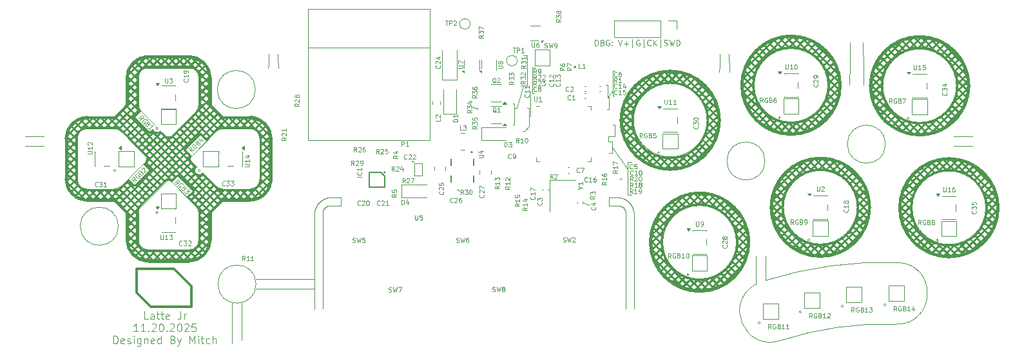
<source format=gbr>
%TF.GenerationSoftware,KiCad,Pcbnew,9.0.6-rc2*%
%TF.CreationDate,2025-11-20T00:57:41-08:00*%
%TF.ProjectId,LatteJr_Main_Board,4c617474-654a-4725-9f4d-61696e5f426f,rev?*%
%TF.SameCoordinates,Original*%
%TF.FileFunction,Legend,Top*%
%TF.FilePolarity,Positive*%
%FSLAX46Y46*%
G04 Gerber Fmt 4.6, Leading zero omitted, Abs format (unit mm)*
G04 Created by KiCad (PCBNEW 9.0.6-rc2) date 2025-11-20 00:57:41*
%MOMM*%
%LPD*%
G01*
G04 APERTURE LIST*
%ADD10C,0.125000*%
%ADD11C,0.100000*%
%ADD12C,0.120000*%
%ADD13C,0.200000*%
%ADD14C,0.191421*%
%ADD15C,0.127000*%
%ADD16C,0.350000*%
G04 APERTURE END LIST*
D10*
X62360157Y-32172026D02*
X62367586Y-31474235D01*
X109157277Y-51213395D02*
X109161387Y-51221245D01*
X109165430Y-51229139D01*
X109169406Y-51237077D01*
X109173313Y-51245057D01*
X109177152Y-51253079D01*
X109180922Y-51261143D01*
X109184622Y-51269246D01*
X109188253Y-51277389D01*
X109191813Y-51285570D01*
X109195302Y-51293788D01*
X109198719Y-51302043D01*
X109202065Y-51310334D01*
X109205339Y-51318660D01*
X109208540Y-51327019D01*
X109211668Y-51335411D01*
X109214722Y-51343834D01*
X109217703Y-51352289D01*
X109220609Y-51360773D01*
X109223440Y-51369287D01*
X109226197Y-51377828D01*
X109228878Y-51386396D01*
X109231483Y-51394990D01*
X109234013Y-51403608D01*
X109236466Y-51412251D01*
X109238842Y-51420916D01*
X109241141Y-51429603D01*
X109243363Y-51438311D01*
X109244445Y-51442672D01*
X109245507Y-51447038D01*
X109246550Y-51451408D01*
X109247574Y-51455784D01*
X109248578Y-51460163D01*
X109249563Y-51464547D01*
X109250527Y-51468935D01*
X109251473Y-51473327D01*
X109252398Y-51477722D01*
X109253304Y-51482122D01*
X109254191Y-51486525D01*
X109255057Y-51490932D01*
X109255904Y-51495341D01*
X109256731Y-51499755D01*
X109257539Y-51504170D01*
X109258326Y-51508590D01*
X109259094Y-51513011D01*
X109259842Y-51517436D01*
X109260570Y-51521863D01*
X109261278Y-51526293D01*
X109261966Y-51530724D01*
X109262635Y-51535158D01*
X109263283Y-51539593D01*
X109263912Y-51544032D01*
X109264520Y-51548471D01*
X109265109Y-51552912D01*
X109265677Y-51557354D01*
X109266226Y-51561799D01*
X109266754Y-51566243D01*
X109267263Y-51570690D01*
X109267751Y-51575137D01*
X109268220Y-51579586D01*
X109268668Y-51584034D01*
X109269097Y-51588484D01*
X109269505Y-51592933D01*
X109269893Y-51597384D01*
X109270261Y-51601834D01*
X109270610Y-51606285D01*
X109270937Y-51610734D01*
X109271246Y-51615185D01*
X109271533Y-51619634D01*
X109271801Y-51624085D01*
X109272049Y-51628533D01*
X109272276Y-51632982D01*
X109272484Y-51637428D01*
X109272671Y-51641876D01*
X109272839Y-51646320D01*
X109272986Y-51650766D01*
X109273113Y-51655208D01*
X109273221Y-51659650D01*
X109273308Y-51664089D01*
X109273375Y-51668529D01*
X109273422Y-51672964D01*
X109273449Y-51677400D01*
X109273450Y-51677737D01*
X154077465Y-42812723D02*
X153379675Y-42820149D01*
X123828277Y-55507211D02*
G75*
G02*
X114163055Y-55507211I-4832611J0D01*
G01*
X114163055Y-55507211D02*
G75*
G02*
X123828277Y-55507211I4832611J0D01*
G01*
D11*
X107511850Y-42240200D02*
X107511850Y-43764200D01*
D10*
X122892387Y-32172026D02*
X122916794Y-33128842D01*
D11*
X109550200Y-44983400D02*
X109550200Y-49301400D01*
X106934000Y-36499800D02*
X107137200Y-36499800D01*
D10*
X129619248Y-68454868D02*
G75*
G02*
X126409308Y-61016928I-1265048J3865668D01*
G01*
X70011100Y-50797559D02*
X70003243Y-50801764D01*
X69995419Y-50806041D01*
X69987629Y-50810391D01*
X69979875Y-50814813D01*
X69972156Y-50819307D01*
X69964475Y-50823871D01*
X69956831Y-50828506D01*
X69949226Y-50833212D01*
X69941660Y-50837986D01*
X69934135Y-50842830D01*
X69926652Y-50847742D01*
X69919211Y-50852722D01*
X69911813Y-50857769D01*
X69904460Y-50862883D01*
X69897151Y-50868063D01*
X69889889Y-50873309D01*
X69882673Y-50878619D01*
X69879083Y-50881299D01*
X69875505Y-50883994D01*
X69871939Y-50886705D01*
X69868385Y-50889432D01*
X69864844Y-50892175D01*
X69861315Y-50894934D01*
X69857799Y-50897708D01*
X69854295Y-50900497D01*
X69850804Y-50903302D01*
X69847326Y-50906122D01*
X69843861Y-50908958D01*
X69840409Y-50911809D01*
X69836970Y-50914674D01*
X69833544Y-50917555D01*
X69830132Y-50920450D01*
X69826733Y-50923361D01*
X69823348Y-50926286D01*
X69819977Y-50929226D01*
X69816619Y-50932180D01*
X69813275Y-50935149D01*
X69809945Y-50938132D01*
X69806629Y-50941129D01*
X69803328Y-50944141D01*
X69800040Y-50947166D01*
X69796767Y-50950206D01*
X69793508Y-50953260D01*
X69790265Y-50956327D01*
X69787035Y-50959408D01*
X69783820Y-50962502D01*
X69780620Y-50965611D01*
X69777435Y-50968732D01*
X69774264Y-50971868D01*
X69771915Y-50974209D01*
X127659259Y-60540477D02*
G75*
G02*
X144990870Y-58168953I15624341J-49668723D01*
G01*
X137631493Y-34840718D02*
G75*
G02*
X124389001Y-34840718I-6621246J0D01*
G01*
X124389001Y-34840718D02*
G75*
G02*
X137631493Y-34840718I6621246J0D01*
G01*
D11*
X106934000Y-36499800D02*
X107569000Y-35534600D01*
D10*
X110367684Y-51836812D02*
X110367685Y-51840301D01*
X69479088Y-51681228D02*
X69479139Y-64236600D01*
X68384859Y-51836812D02*
X68384899Y-51823523D01*
X68385019Y-51810226D01*
X68385219Y-51796921D01*
X68385499Y-51783609D01*
X68385859Y-51770290D01*
X68386299Y-51756966D01*
X68386820Y-51743637D01*
X68387421Y-51730304D01*
X68388101Y-51716966D01*
X68388863Y-51703626D01*
X68389704Y-51690283D01*
X68390626Y-51676939D01*
X68391628Y-51663594D01*
X68392710Y-51650248D01*
X68393872Y-51636902D01*
X68395115Y-51623558D01*
X68396437Y-51610215D01*
X68397840Y-51596875D01*
X68399323Y-51583537D01*
X68400886Y-51570204D01*
X68402529Y-51556875D01*
X68404252Y-51543551D01*
X68406055Y-51530233D01*
X68407938Y-51516921D01*
X68409900Y-51503617D01*
X68411943Y-51490321D01*
X68414064Y-51477033D01*
X68416266Y-51463755D01*
X68418546Y-51450487D01*
X68420906Y-51437230D01*
X68423345Y-51423985D01*
X68425864Y-51410751D01*
X68428461Y-51397531D01*
X68431137Y-51384324D01*
X68433892Y-51371132D01*
X68436725Y-51357955D01*
X68439637Y-51344793D01*
X68442627Y-51331648D01*
X68445695Y-51318521D01*
X68448841Y-51305411D01*
X68450443Y-51298863D01*
X68452065Y-51292320D01*
X68453706Y-51285781D01*
X68455366Y-51279248D01*
X68457046Y-51272720D01*
X68458745Y-51266196D01*
X68460464Y-51259678D01*
X68462201Y-51253165D01*
X68463958Y-51246658D01*
X68465735Y-51240156D01*
X68467530Y-51233659D01*
X68469345Y-51227168D01*
X68471179Y-51220683D01*
X68473032Y-51214204D01*
X68474904Y-51207731D01*
X68476795Y-51201263D01*
X68478705Y-51194802D01*
X68480635Y-51188346D01*
X68482583Y-51181898D01*
X68484550Y-51175455D01*
X68486537Y-51169018D01*
X68488542Y-51162588D01*
X68490566Y-51156165D01*
X68492609Y-51149749D01*
X68494671Y-51143339D01*
X68496751Y-51136936D01*
X68498851Y-51130540D01*
X68500969Y-51124151D01*
X68503106Y-51117769D01*
X68505262Y-51111394D01*
X68507436Y-51105027D01*
X68509629Y-51098666D01*
X68511840Y-51092314D01*
X68514070Y-51085968D01*
X68516319Y-51079630D01*
X68518586Y-51073300D01*
X68520872Y-51066978D01*
X68523176Y-51060663D01*
X68525498Y-51054357D01*
X68527839Y-51048058D01*
X68530198Y-51041768D01*
X68532576Y-51035485D01*
X68534971Y-51029212D01*
X68537385Y-51022945D01*
X68539817Y-51016689D01*
X68542268Y-51010439D01*
X68544736Y-51004200D01*
X68547223Y-50997967D01*
X68549727Y-50991745D01*
X68552250Y-50985530D01*
X68554791Y-50979326D01*
X68557349Y-50973129D01*
X68559926Y-50966942D01*
X68562520Y-50960763D01*
X68565132Y-50954595D01*
X68567763Y-50948434D01*
X68570410Y-50942285D01*
X68573076Y-50936143D01*
X68575759Y-50930012D01*
X68578460Y-50923890D01*
X68581178Y-50917778D01*
X68583914Y-50911675D01*
X68586668Y-50905583D01*
X68589439Y-50899499D01*
X68592227Y-50893427D01*
X68595034Y-50887364D01*
X68597857Y-50881312D01*
X68600698Y-50875268D01*
X68603555Y-50869237D01*
X68606431Y-50863214D01*
X68609323Y-50857203D01*
X68612233Y-50851201D01*
X68615159Y-50845211D01*
X68618103Y-50839230D01*
X68621064Y-50833261D01*
X68624042Y-50827302D01*
X68627037Y-50821355D01*
X68630049Y-50815417D01*
X68633077Y-50809492D01*
X68636123Y-50803576D01*
X68639185Y-50797672D01*
X68642264Y-50791779D01*
X68644740Y-50787072D01*
X152422858Y-41530885D02*
X153379675Y-41555292D01*
X70637998Y-49587147D02*
X71894919Y-49587142D01*
X108114546Y-49587147D02*
X107068910Y-49587144D01*
X138767640Y-30199307D02*
X138767640Y-29184600D01*
X121603121Y-33128842D02*
X121627529Y-32172024D01*
X60725265Y-61013888D02*
G75*
G02*
X55711305Y-61013888I-2506980J0D01*
G01*
X55711305Y-61013888D02*
G75*
G02*
X60725265Y-61013888I2506980J0D01*
G01*
X68384910Y-64312800D02*
X68384859Y-51840301D01*
D11*
X106934000Y-34772600D02*
X106934000Y-36499800D01*
D10*
X153379675Y-42820149D02*
X152422858Y-42844558D01*
X52217144Y-44864048D02*
X52956327Y-45603231D01*
X68644740Y-50787072D02*
X68651011Y-50775270D01*
X68657355Y-50763500D01*
X68663772Y-50751764D01*
X68670262Y-50740062D01*
X68676823Y-50728395D01*
X68683457Y-50716762D01*
X68690163Y-50705166D01*
X68696940Y-50693605D01*
X68703787Y-50682082D01*
X68710706Y-50670597D01*
X68717695Y-50659150D01*
X68724754Y-50647741D01*
X68731882Y-50636372D01*
X68739080Y-50625044D01*
X68746346Y-50613756D01*
X68753681Y-50602509D01*
X68761085Y-50591304D01*
X68768556Y-50580142D01*
X68776094Y-50569023D01*
X68783700Y-50557948D01*
X68791372Y-50546917D01*
X68799110Y-50535931D01*
X68806914Y-50524991D01*
X68814783Y-50514096D01*
X68822717Y-50503249D01*
X68826709Y-50497843D01*
X68830716Y-50492449D01*
X68834739Y-50487066D01*
X68838779Y-50481696D01*
X68842834Y-50476338D01*
X68846905Y-50470992D01*
X68850992Y-50465659D01*
X68855095Y-50460337D01*
X68859213Y-50455028D01*
X68863348Y-50449732D01*
X68867497Y-50444448D01*
X68871663Y-50439177D01*
X68875843Y-50433918D01*
X68880039Y-50428672D01*
X68884251Y-50423439D01*
X68888477Y-50418219D01*
X68892719Y-50413012D01*
X68896977Y-50407818D01*
X68901249Y-50402637D01*
X68905536Y-50397469D01*
X68909839Y-50392314D01*
X68914156Y-50387173D01*
X68918488Y-50382045D01*
X68922835Y-50376930D01*
X68927197Y-50371829D01*
X68931574Y-50366741D01*
X68935965Y-50361668D01*
X68940371Y-50356607D01*
X68944791Y-50351561D01*
X68949226Y-50346528D01*
X68953675Y-50341510D01*
X68958139Y-50336505D01*
X68962617Y-50331515D01*
X68967109Y-50326538D01*
X68971615Y-50321575D01*
X68976136Y-50316627D01*
X68980670Y-50311693D01*
X68985219Y-50306773D01*
X68989781Y-50301868D01*
X68994358Y-50296977D01*
X68998948Y-50292101D01*
X69003552Y-50287239D01*
X69008169Y-50282393D01*
X69012801Y-50277560D01*
X69017445Y-50272743D01*
X69022104Y-50267940D01*
X69026775Y-50263152D01*
X69031460Y-50258379D01*
X69036158Y-50253621D01*
X69040870Y-50248878D01*
X69043721Y-50246022D01*
D11*
X95808800Y-34899600D02*
X94996000Y-37846000D01*
D10*
X46483272Y-56479340D02*
X51983357Y-56479340D01*
X140489205Y-29184600D02*
X140489205Y-30199305D01*
X63617586Y-31474234D02*
X63617586Y-30759400D01*
X53189771Y-55272921D02*
X53189771Y-51624516D01*
X153379675Y-41555292D02*
X154077465Y-41562723D01*
X45276819Y-51632420D02*
G75*
G02*
X45637773Y-50761060I1232181J20D01*
G01*
X31872869Y-42820149D02*
X31175079Y-42812723D01*
D11*
X94691200Y-37846000D02*
X94691200Y-40055800D01*
D10*
X42638182Y-53398999D02*
G75*
G02*
X37629456Y-53398999I-2504363J0D01*
G01*
X37629456Y-53398999D02*
G75*
G02*
X42638182Y-53398999I2504363J0D01*
G01*
X154530348Y-34900498D02*
G75*
G02*
X141287854Y-34900498I-6621247J0D01*
G01*
X141287854Y-34900498D02*
G75*
G02*
X154530348Y-34900498I6621247J0D01*
G01*
X109273456Y-51681228D02*
X109273406Y-64236600D01*
D11*
X96799400Y-38862000D02*
X96799400Y-35687000D01*
X107048300Y-41529000D02*
X107048300Y-42240200D01*
D10*
X49574510Y-41538984D02*
G75*
G02*
X48896062Y-41542910I-341210J341284D01*
G01*
X51883272Y-30899000D02*
X46572366Y-30898999D01*
X141484483Y-50903183D02*
G75*
G02*
X128241991Y-50903183I-6621246J0D01*
G01*
X128241991Y-50903183D02*
G75*
G02*
X141484483Y-50903183I6621246J0D01*
G01*
X53707008Y-46315608D02*
X55473994Y-48120880D01*
X45637693Y-38284598D02*
X47401669Y-40048574D01*
X109708823Y-50246022D02*
X109699345Y-50236600D01*
X109689807Y-50227232D01*
X109680209Y-50217916D01*
X109670551Y-50208655D01*
X109660835Y-50199448D01*
X109651060Y-50190295D01*
X109641228Y-50181199D01*
X109631338Y-50172157D01*
X109621391Y-50163173D01*
X109611388Y-50154245D01*
X109601329Y-50145375D01*
X109591214Y-50136562D01*
X109581045Y-50127808D01*
X109570821Y-50119112D01*
X109560544Y-50110476D01*
X109550213Y-50101899D01*
X109539830Y-50093383D01*
X109529394Y-50084927D01*
X109518907Y-50076532D01*
X109508369Y-50068199D01*
X109497780Y-50059928D01*
X109487141Y-50051720D01*
X109476453Y-50043574D01*
X109465716Y-50035492D01*
X109454931Y-50027474D01*
X109449520Y-50023489D01*
X109444098Y-50019520D01*
X109438664Y-50015567D01*
X109433218Y-50011630D01*
X109427760Y-50007710D01*
X109422291Y-50003806D01*
X109416811Y-49999918D01*
X109411319Y-49996047D01*
X109405816Y-49992192D01*
X109400301Y-49988354D01*
X109394775Y-49984532D01*
X109389239Y-49980727D01*
X109383691Y-49976939D01*
X109378132Y-49973167D01*
X109372562Y-49969413D01*
X109366982Y-49965675D01*
X109361391Y-49961954D01*
X109355788Y-49958249D01*
X109350176Y-49954562D01*
X109344553Y-49950892D01*
X109338920Y-49947239D01*
X109333276Y-49943603D01*
X109327622Y-49939984D01*
X109321957Y-49936383D01*
X109316283Y-49932799D01*
X109310598Y-49929231D01*
X109304904Y-49925682D01*
X109299199Y-49922150D01*
X109293486Y-49918635D01*
X109287761Y-49915138D01*
X109282028Y-49911658D01*
X109276284Y-49908196D01*
X109270532Y-49904751D01*
X109264769Y-49901324D01*
X109258998Y-49897915D01*
X109253217Y-49894523D01*
X109247428Y-49891150D01*
X109241628Y-49887794D01*
X109235820Y-49884456D01*
X109230002Y-49881136D01*
X109224177Y-49877834D01*
X109218341Y-49874550D01*
X109212498Y-49871284D01*
X109206645Y-49868036D01*
X109200785Y-49864806D01*
X109194915Y-49861594D01*
X109189038Y-49858401D01*
X109183151Y-49855225D01*
X109177257Y-49852069D01*
X109171354Y-49848930D01*
X109167774Y-49847037D01*
D11*
X95529400Y-34899600D02*
X96316800Y-34899600D01*
D10*
X108277102Y-50681382D02*
X108285964Y-50681453D01*
X108294834Y-50681604D01*
X108303710Y-50681835D01*
X108312592Y-50682146D01*
X108321478Y-50682538D01*
X108330368Y-50683009D01*
X108339260Y-50683561D01*
X108348154Y-50684193D01*
X108357049Y-50684906D01*
X108365943Y-50685698D01*
X108374835Y-50686571D01*
X108383725Y-50687523D01*
X108392612Y-50688556D01*
X108401494Y-50689669D01*
X108410371Y-50690862D01*
X108419241Y-50692134D01*
X108428103Y-50693486D01*
X108436956Y-50694918D01*
X108445800Y-50696429D01*
X108454633Y-50698020D01*
X108463454Y-50699689D01*
X108472263Y-50701438D01*
X108481057Y-50703265D01*
X108489836Y-50705171D01*
X108498599Y-50707156D01*
X108507345Y-50709218D01*
X108516073Y-50711358D01*
X108524782Y-50713576D01*
X108529129Y-50714714D01*
X108533470Y-50715872D01*
X108537806Y-50717048D01*
X108542137Y-50718244D01*
X108546462Y-50719459D01*
X108550782Y-50720694D01*
X108555095Y-50721947D01*
X108559403Y-50723219D01*
X108563705Y-50724511D01*
X108568000Y-50725821D01*
X108572289Y-50727151D01*
X108576571Y-50728499D01*
X108580847Y-50729867D01*
X108585116Y-50731253D01*
X108589378Y-50732658D01*
X108593634Y-50734081D01*
X108597881Y-50735524D01*
X108602122Y-50736985D01*
X108606355Y-50738465D01*
X108610582Y-50739963D01*
X108614800Y-50741480D01*
X108619011Y-50743015D01*
X108623213Y-50744569D01*
X108627408Y-50746141D01*
X108631594Y-50747731D01*
X108635773Y-50749340D01*
X108639942Y-50750967D01*
X108644104Y-50752612D01*
X108648256Y-50754275D01*
X108652401Y-50755956D01*
X108656536Y-50757655D01*
X108660663Y-50759373D01*
X108664780Y-50761108D01*
X108668888Y-50762861D01*
X108672986Y-50764631D01*
X108677077Y-50766420D01*
X108681156Y-50768226D01*
X108685227Y-50770050D01*
X108689286Y-50771891D01*
X108693338Y-50773750D01*
X108697378Y-50775626D01*
X108701409Y-50777520D01*
X108705429Y-50779430D01*
X108709439Y-50781359D01*
X108713438Y-50783304D01*
X108717428Y-50785267D01*
X108721406Y-50787246D01*
X108725374Y-50789243D01*
X108729331Y-50791256D01*
X108733277Y-50793287D01*
X108737211Y-50795334D01*
X108741136Y-50797399D01*
X108741443Y-50797561D01*
X127671707Y-57288234D02*
X127664264Y-57722090D01*
D11*
X97002600Y-32512000D02*
X97002600Y-35890200D01*
X97002600Y-35890200D02*
X97282000Y-35890200D01*
D10*
X52217144Y-44864048D02*
G75*
G02*
X52211649Y-44187137I341256J341248D01*
G01*
X54857160Y-51673911D02*
X54857160Y-55172821D01*
X38583272Y-50146730D02*
G75*
G02*
X35609470Y-47172864I28J2973830D01*
G01*
X59883272Y-38899001D02*
G75*
G02*
X62857199Y-41872864I28J-2973899D01*
G01*
X108114546Y-49587147D02*
X108118036Y-49587147D01*
X138753982Y-31786013D02*
X138767640Y-30199307D01*
X158383340Y-50962961D02*
G75*
G02*
X145140844Y-50962961I-6621248J0D01*
G01*
X145140844Y-50962961D02*
G75*
G02*
X158383340Y-50962961I6621248J0D01*
G01*
X69771915Y-50974209D02*
X69765642Y-50980539D01*
X69759422Y-50986928D01*
X69753257Y-50993377D01*
X69747146Y-50999884D01*
X69741090Y-51006449D01*
X69735091Y-51013071D01*
X69729148Y-51019750D01*
X69723264Y-51026484D01*
X69717437Y-51033272D01*
X69711670Y-51040115D01*
X69705962Y-51047011D01*
X69700315Y-51053959D01*
X69694729Y-51060959D01*
X69689205Y-51068010D01*
X69683743Y-51075111D01*
X69678344Y-51082260D01*
X69673010Y-51089458D01*
X69670366Y-51093075D01*
X69667739Y-51096704D01*
X69665129Y-51100344D01*
X69662534Y-51103996D01*
X69659956Y-51107659D01*
X69657395Y-51111333D01*
X69654850Y-51115019D01*
X69652321Y-51118716D01*
X69649810Y-51122423D01*
X69647315Y-51126142D01*
X69644837Y-51129871D01*
X69642376Y-51133611D01*
X69639933Y-51137361D01*
X69637506Y-51141122D01*
X69635096Y-51144893D01*
X69632704Y-51148675D01*
X69630329Y-51152466D01*
X69627971Y-51156268D01*
X69625631Y-51160078D01*
X69623308Y-51163900D01*
X69621003Y-51167730D01*
X69618715Y-51171570D01*
X69616445Y-51175419D01*
X69614193Y-51179279D01*
X69611959Y-51183146D01*
X69609742Y-51187023D01*
X69607544Y-51190909D01*
X69605363Y-51194804D01*
X69603201Y-51198707D01*
X69601056Y-51202619D01*
X69598931Y-51206539D01*
X69596822Y-51210469D01*
X69595267Y-51213395D01*
X122884958Y-31474235D02*
X122892387Y-32172026D01*
X125616913Y-55507211D02*
G75*
G02*
X112374419Y-55507211I-6621247J0D01*
G01*
X112374419Y-55507211D02*
G75*
G02*
X125616913Y-55507211I6621247J0D01*
G01*
X37276820Y-41772820D02*
X37276820Y-47285629D01*
X46249329Y-44864076D02*
X46249373Y-44864122D01*
D11*
X107569000Y-35534600D02*
X107569000Y-32893000D01*
D10*
X121627529Y-32172024D02*
X121634958Y-31474234D01*
X53189771Y-37413221D02*
G75*
G02*
X52832289Y-38281216I-1232571J21D01*
G01*
D11*
X94691200Y-37211000D02*
X94488000Y-37211000D01*
D10*
X62857161Y-47172800D02*
G75*
G02*
X59883231Y-50146761I-2973961J0D01*
G01*
X45276819Y-51632420D02*
X45276819Y-55285630D01*
X135842858Y-34840718D02*
G75*
G02*
X126177636Y-34840718I-4832611J0D01*
G01*
X126177636Y-34840718D02*
G75*
G02*
X135842858Y-34840718I4832611J0D01*
G01*
X138753982Y-31786013D02*
X138686264Y-34762876D01*
D11*
X107569000Y-36245800D02*
X107772200Y-36245800D01*
D10*
X71894919Y-50681372D02*
X70478932Y-50681377D01*
X35609431Y-41872820D02*
G75*
G02*
X38572366Y-38899001I2973839J0D01*
G01*
X43609431Y-51673911D02*
X43609431Y-55172864D01*
D11*
X94996000Y-37846000D02*
X94691200Y-37846000D01*
D10*
X52828829Y-50761063D02*
G75*
G02*
X53189807Y-51624516I-871529J-871537D01*
G01*
X57593285Y-68859400D02*
X57593285Y-63470553D01*
X154838400Y-41562722D02*
X154077465Y-41562723D01*
D11*
X106680000Y-34772600D02*
X106934000Y-34772600D01*
D10*
X110367684Y-51836812D02*
X110367644Y-51823523D01*
X110367524Y-51810225D01*
X110367324Y-51796920D01*
X110367044Y-51783608D01*
X110366684Y-51770290D01*
X110366244Y-51756966D01*
X110365723Y-51743636D01*
X110365122Y-51730303D01*
X110364442Y-51716965D01*
X110363680Y-51703625D01*
X110362839Y-51690282D01*
X110361917Y-51676938D01*
X110360915Y-51663592D01*
X110359833Y-51650246D01*
X110358671Y-51636901D01*
X110357428Y-51623556D01*
X110356106Y-51610213D01*
X110354703Y-51596873D01*
X110353220Y-51583536D01*
X110351657Y-51570202D01*
X110350014Y-51556873D01*
X110348291Y-51543549D01*
X110346488Y-51530231D01*
X110344605Y-51516919D01*
X110342643Y-51503615D01*
X110340600Y-51490319D01*
X110338479Y-51477031D01*
X110336277Y-51463753D01*
X110333997Y-51450485D01*
X110331637Y-51437228D01*
X110329198Y-51423983D01*
X110326680Y-51410749D01*
X110324082Y-51397529D01*
X110321406Y-51384322D01*
X110318652Y-51371130D01*
X110315818Y-51357952D01*
X110312907Y-51344791D01*
X110309917Y-51331646D01*
X110306849Y-51318518D01*
X110303702Y-51305409D01*
X110302100Y-51298861D01*
X110300479Y-51292318D01*
X110298838Y-51285779D01*
X110297177Y-51279246D01*
X110295497Y-51272718D01*
X110293798Y-51266194D01*
X110292080Y-51259676D01*
X110290342Y-51253163D01*
X110288585Y-51246656D01*
X110286809Y-51240154D01*
X110285013Y-51233658D01*
X110283198Y-51227167D01*
X110281365Y-51220682D01*
X110279512Y-51214202D01*
X110277640Y-51207729D01*
X110275748Y-51201261D01*
X110273838Y-51194800D01*
X110271909Y-51188345D01*
X110269960Y-51181896D01*
X110267993Y-51175453D01*
X110266007Y-51169017D01*
X110264002Y-51162587D01*
X110261978Y-51156164D01*
X110259935Y-51149747D01*
X110257873Y-51143338D01*
X110255792Y-51136935D01*
X110253693Y-51130539D01*
X110251575Y-51124149D01*
X110249438Y-51117768D01*
X110247282Y-51111393D01*
X110245108Y-51105026D01*
X110242915Y-51098665D01*
X110240704Y-51092313D01*
X110238473Y-51085967D01*
X110236225Y-51079630D01*
X110233958Y-51073299D01*
X110231672Y-51066978D01*
X110229368Y-51060663D01*
X110227046Y-51054357D01*
X110224705Y-51048058D01*
X110222346Y-51041768D01*
X110219968Y-51035485D01*
X110217573Y-51029212D01*
X110215159Y-51022945D01*
X110212727Y-51016689D01*
X110210276Y-51010439D01*
X110207808Y-51004200D01*
X110205321Y-50997968D01*
X110202817Y-50991745D01*
X110200294Y-50985531D01*
X110197754Y-50979326D01*
X110195195Y-50973129D01*
X110192619Y-50966943D01*
X110190024Y-50960764D01*
X110187412Y-50954596D01*
X110184782Y-50948435D01*
X110182134Y-50942286D01*
X110179469Y-50936144D01*
X110176786Y-50930014D01*
X110174085Y-50923891D01*
X110171367Y-50917780D01*
X110168630Y-50911677D01*
X110165877Y-50905585D01*
X110163106Y-50899501D01*
X110160318Y-50893429D01*
X110157511Y-50887366D01*
X110154688Y-50881314D01*
X110151847Y-50875270D01*
X110148990Y-50869239D01*
X110146114Y-50863216D01*
X110143222Y-50857206D01*
X110140312Y-50851203D01*
X110137386Y-50845214D01*
X110134442Y-50839233D01*
X110131481Y-50833264D01*
X110128503Y-50827305D01*
X110125509Y-50821358D01*
X110122497Y-50815420D01*
X110119468Y-50809495D01*
X110116422Y-50803579D01*
X110113361Y-50797676D01*
X110110281Y-50791783D01*
X110107804Y-50787073D01*
X140489205Y-30199305D02*
X140502863Y-31786013D01*
X35609431Y-41872820D02*
X35609431Y-47172864D01*
D11*
X107569000Y-35534600D02*
X107569000Y-36245800D01*
D10*
X51883272Y-30899000D02*
G75*
G02*
X54857200Y-33872864I28J-2973900D01*
G01*
X42123673Y-40566389D02*
X38476325Y-40566389D01*
D11*
X109550200Y-44983400D02*
X110032800Y-44983400D01*
X96799400Y-35687000D02*
X97002600Y-35509200D01*
D10*
X38483272Y-48479339D02*
G75*
G02*
X37276730Y-47285630I28J1206639D01*
G01*
D11*
X103644900Y-50266600D02*
X104546400Y-50603400D01*
D10*
X45276820Y-33772819D02*
X45276820Y-37420513D01*
X129619248Y-68454868D02*
G75*
G02*
X144724138Y-66299479I13664352J-41754332D01*
G01*
X53189771Y-37413221D02*
X53189771Y-33772802D01*
X62857161Y-47172800D02*
X62857160Y-41872864D01*
X69595267Y-51213395D02*
X69591157Y-51221245D01*
X69587114Y-51229138D01*
X69583139Y-51237076D01*
X69579231Y-51245056D01*
X69575392Y-51253078D01*
X69571623Y-51261141D01*
X69567922Y-51269244D01*
X69564292Y-51277387D01*
X69560732Y-51285568D01*
X69557243Y-51293786D01*
X69553825Y-51302041D01*
X69550479Y-51310332D01*
X69547206Y-51318657D01*
X69544005Y-51327016D01*
X69540877Y-51335408D01*
X69537823Y-51343831D01*
X69534842Y-51352286D01*
X69531936Y-51360770D01*
X69529104Y-51369283D01*
X69526348Y-51377824D01*
X69523667Y-51386392D01*
X69521061Y-51394986D01*
X69518532Y-51403605D01*
X69516079Y-51412247D01*
X69513703Y-51420912D01*
X69511404Y-51429599D01*
X69509182Y-51438307D01*
X69508100Y-51442668D01*
X69507037Y-51447034D01*
X69505994Y-51451405D01*
X69504971Y-51455780D01*
X69503967Y-51460159D01*
X69502982Y-51464543D01*
X69502017Y-51468931D01*
X69501072Y-51473323D01*
X69500146Y-51477719D01*
X69499240Y-51482118D01*
X69498354Y-51486521D01*
X69497487Y-51490928D01*
X69496640Y-51495338D01*
X69495813Y-51499751D01*
X69495006Y-51504167D01*
X69494218Y-51508586D01*
X69493450Y-51513008D01*
X69492702Y-51517432D01*
X69491974Y-51521859D01*
X69491266Y-51526289D01*
X69490578Y-51530720D01*
X69489910Y-51535155D01*
X69489261Y-51539590D01*
X69488633Y-51544028D01*
X69488024Y-51548467D01*
X69487436Y-51552909D01*
X69486867Y-51557351D01*
X69486318Y-51561796D01*
X69485790Y-51566240D01*
X69485281Y-51570687D01*
X69484793Y-51575134D01*
X69484324Y-51579582D01*
X69483876Y-51584031D01*
X69483448Y-51588481D01*
X69483039Y-51592930D01*
X69482651Y-51597381D01*
X69482283Y-51601830D01*
X69481935Y-51606282D01*
X69481607Y-51610731D01*
X69481299Y-51615182D01*
X69481011Y-51619631D01*
X69480743Y-51624082D01*
X69480495Y-51628530D01*
X69480268Y-51632979D01*
X69480060Y-51637425D01*
X69479873Y-51641873D01*
X69479705Y-51646317D01*
X69479558Y-51650763D01*
X69479431Y-51655205D01*
X69479324Y-51659647D01*
X69479236Y-51664086D01*
X69479169Y-51668526D01*
X69479122Y-51672961D01*
X69479095Y-51677397D01*
X69479094Y-51677737D01*
X127594805Y-44806410D02*
G75*
G02*
X122586079Y-44806410I-2504363J0D01*
G01*
X122586079Y-44806410D02*
G75*
G02*
X127594805Y-44806410I2504363J0D01*
G01*
X49574510Y-41538984D02*
X52832284Y-38281211D01*
X48892090Y-47506737D02*
X45637769Y-50761056D01*
X56342872Y-48479341D02*
G75*
G02*
X55473985Y-48120871I28J1232341D01*
G01*
D11*
X89230200Y-37744400D02*
X89890600Y-37896800D01*
D10*
X62367586Y-30759400D02*
X62367586Y-31474235D01*
X54857160Y-55172821D02*
G75*
G02*
X51883272Y-58146660I-2973860J21D01*
G01*
D11*
X87078314Y-48493501D02*
X87414732Y-48766841D01*
D10*
X107068910Y-50681374D02*
X108273612Y-50681377D01*
X43609431Y-37371817D02*
X43609431Y-33872820D01*
X69043721Y-50246022D02*
X69053199Y-50236600D01*
X69062737Y-50227232D01*
X69072335Y-50217916D01*
X69081993Y-50208655D01*
X69091709Y-50199448D01*
X69101484Y-50190295D01*
X69111316Y-50181199D01*
X69121206Y-50172157D01*
X69131153Y-50163173D01*
X69141156Y-50154245D01*
X69151215Y-50145375D01*
X69161330Y-50136562D01*
X69171499Y-50127808D01*
X69181723Y-50119112D01*
X69192000Y-50110476D01*
X69202331Y-50101899D01*
X69212714Y-50093383D01*
X69223150Y-50084927D01*
X69233637Y-50076532D01*
X69244175Y-50068199D01*
X69254764Y-50059928D01*
X69265403Y-50051720D01*
X69276091Y-50043574D01*
X69286828Y-50035492D01*
X69297613Y-50027474D01*
X69303024Y-50023489D01*
X69308446Y-50019520D01*
X69313880Y-50015567D01*
X69319326Y-50011630D01*
X69324784Y-50007710D01*
X69330253Y-50003806D01*
X69335733Y-49999918D01*
X69341225Y-49996047D01*
X69346728Y-49992192D01*
X69352243Y-49988354D01*
X69357769Y-49984532D01*
X69363305Y-49980727D01*
X69368853Y-49976939D01*
X69374412Y-49973167D01*
X69379982Y-49969413D01*
X69385562Y-49965675D01*
X69391153Y-49961954D01*
X69396756Y-49958249D01*
X69402368Y-49954562D01*
X69407991Y-49950892D01*
X69413624Y-49947239D01*
X69419268Y-49943603D01*
X69424922Y-49939984D01*
X69430587Y-49936383D01*
X69436261Y-49932799D01*
X69441946Y-49929231D01*
X69447640Y-49925682D01*
X69453345Y-49922150D01*
X69459058Y-49918635D01*
X69464783Y-49915138D01*
X69470516Y-49911658D01*
X69476260Y-49908196D01*
X69482012Y-49904751D01*
X69487775Y-49901324D01*
X69493546Y-49897915D01*
X69499327Y-49894523D01*
X69505116Y-49891150D01*
X69510916Y-49887794D01*
X69516724Y-49884456D01*
X69522542Y-49881136D01*
X69528367Y-49877834D01*
X69534203Y-49874550D01*
X69540046Y-49871284D01*
X69545899Y-49868036D01*
X69551759Y-49864806D01*
X69557629Y-49861594D01*
X69563506Y-49858401D01*
X69569393Y-49855225D01*
X69575287Y-49852069D01*
X69581190Y-49848930D01*
X69584770Y-49847037D01*
X43609431Y-33872820D02*
G75*
G02*
X46572366Y-30899001I2973839J0D01*
G01*
X63625015Y-32172024D02*
X63636330Y-32615578D01*
X127659259Y-58422999D02*
X127659259Y-60540477D01*
D11*
X107873800Y-41529000D02*
X107873800Y-40055800D01*
D10*
X48107383Y-40786075D02*
X48896034Y-41542881D01*
X51883272Y-58146708D02*
X51883272Y-58146729D01*
D11*
X107137200Y-38023800D02*
X106883200Y-38023800D01*
D10*
X126409259Y-58422999D02*
X126404255Y-57722090D01*
D11*
X96570800Y-37871400D02*
X96570800Y-40233600D01*
D10*
X58843285Y-63470552D02*
X58843285Y-68402200D01*
X70637998Y-49587147D02*
X70634508Y-49587147D01*
X139695848Y-50903183D02*
G75*
G02*
X130030626Y-50903183I-4832611J0D01*
G01*
X130030626Y-50903183D02*
G75*
G02*
X139695848Y-50903183I4832611J0D01*
G01*
X32829686Y-42844558D02*
X31872869Y-42820149D01*
X63617586Y-31474234D02*
X63625015Y-32172024D01*
X31175079Y-41562723D02*
X31872869Y-41555292D01*
X69584770Y-49847037D02*
X69596541Y-49840873D01*
X69608356Y-49834776D01*
X69620216Y-49828746D01*
X69632119Y-49822783D01*
X69644065Y-49816889D01*
X69656053Y-49811063D01*
X69668084Y-49805305D01*
X69680156Y-49799616D01*
X69692268Y-49793997D01*
X69704421Y-49788446D01*
X69716613Y-49782966D01*
X69728844Y-49777556D01*
X69741114Y-49772217D01*
X69753421Y-49766948D01*
X69765766Y-49761750D01*
X69778147Y-49756624D01*
X69790564Y-49751569D01*
X69803016Y-49746586D01*
X69815503Y-49741676D01*
X69828024Y-49736838D01*
X69840579Y-49732073D01*
X69853166Y-49727381D01*
X69865786Y-49722763D01*
X69878437Y-49718218D01*
X69891119Y-49713747D01*
X69903831Y-49709350D01*
X69916572Y-49705028D01*
X69929342Y-49700780D01*
X69942141Y-49696607D01*
X69954967Y-49692510D01*
X69967820Y-49688488D01*
X69980698Y-49684541D01*
X69993603Y-49680671D01*
X70006532Y-49676876D01*
X70019485Y-49673158D01*
X70032462Y-49669516D01*
X70045461Y-49665951D01*
X70058482Y-49662463D01*
X70071525Y-49659052D01*
X70084588Y-49655718D01*
X70097671Y-49652462D01*
X70104219Y-49650863D01*
X70110773Y-49649284D01*
X70117331Y-49647724D01*
X70123894Y-49646183D01*
X70130461Y-49644662D01*
X70137032Y-49643160D01*
X70143608Y-49641678D01*
X70150187Y-49640216D01*
X70156771Y-49638773D01*
X70163359Y-49637350D01*
X70169951Y-49635946D01*
X70176547Y-49634562D01*
X70183146Y-49633197D01*
X70189749Y-49631853D01*
X70196355Y-49630528D01*
X70202966Y-49629222D01*
X70209579Y-49627937D01*
X70216196Y-49626671D01*
X70222815Y-49625425D01*
X70229439Y-49624198D01*
X70236064Y-49622992D01*
X70242694Y-49621805D01*
X70249325Y-49620638D01*
X70255960Y-49619491D01*
X70262597Y-49618364D01*
X70269237Y-49617256D01*
X70275879Y-49616169D01*
X70282524Y-49615101D01*
X70289170Y-49614053D01*
X70295820Y-49613025D01*
X70302471Y-49612018D01*
X70309125Y-49611029D01*
X70315779Y-49610061D01*
X70322437Y-49609113D01*
X70329096Y-49608185D01*
X70335757Y-49607277D01*
X70342418Y-49606388D01*
X70349083Y-49605520D01*
X70355747Y-49604672D01*
X70362414Y-49603843D01*
X70369082Y-49603035D01*
X70375751Y-49602247D01*
X70382421Y-49601478D01*
X70389092Y-49600730D01*
X70395763Y-49600002D01*
X70402437Y-49599294D01*
X70409110Y-49598606D01*
X70415784Y-49597937D01*
X70422458Y-49597289D01*
X70429134Y-49596661D01*
X70435809Y-49596053D01*
X70442485Y-49595465D01*
X70449161Y-49594898D01*
X70455837Y-49594350D01*
X70462513Y-49593822D01*
X70469190Y-49593315D01*
X70475865Y-49592827D01*
X70482541Y-49592360D01*
X70489216Y-49591912D01*
X70495892Y-49591485D01*
X70502565Y-49591078D01*
X70509240Y-49590690D01*
X70515913Y-49590323D01*
X70522586Y-49589976D01*
X70529257Y-49589650D01*
X70535929Y-49589343D01*
X70542598Y-49589056D01*
X70549268Y-49588789D01*
X70555935Y-49588543D01*
X70562602Y-49588316D01*
X70569266Y-49588110D01*
X70575931Y-49587923D01*
X70582592Y-49587757D01*
X70589254Y-49587610D01*
X70595912Y-49587484D01*
X70602571Y-49587378D01*
X70609225Y-49587292D01*
X70615880Y-49587226D01*
X70622531Y-49587180D01*
X70629182Y-49587153D01*
X70634508Y-49587147D01*
D11*
X107511850Y-43002200D02*
X109550200Y-45897800D01*
X107511850Y-43764200D02*
X107092750Y-43764200D01*
D10*
X56384342Y-50146728D02*
X59883231Y-50146730D01*
D11*
X107137200Y-36499800D02*
X107137200Y-38023800D01*
D10*
X62348842Y-32615578D02*
X62360157Y-32172026D01*
X119975286Y-39444746D02*
G75*
G02*
X110310064Y-39444746I-4832611J0D01*
G01*
X110310064Y-39444746D02*
G75*
G02*
X119975286Y-39444746I4832611J0D01*
G01*
X126409259Y-61016838D02*
X126409259Y-58422999D01*
D11*
X95999300Y-40919400D02*
X96570800Y-40233600D01*
D10*
X54857160Y-37371817D02*
X54857160Y-33872864D01*
X53189771Y-55272921D02*
G75*
G02*
X51983357Y-56479371I-1206471J21D01*
G01*
X42082249Y-50146728D02*
X38583272Y-50146730D01*
X55471489Y-40927336D02*
X52211669Y-44187157D01*
X109167774Y-49847037D02*
X109156003Y-49840873D01*
X109144188Y-49834776D01*
X109132328Y-49828746D01*
X109120425Y-49822783D01*
X109108479Y-49816889D01*
X109096490Y-49811063D01*
X109084460Y-49805305D01*
X109072388Y-49799616D01*
X109060276Y-49793996D01*
X109048123Y-49788446D01*
X109035931Y-49782966D01*
X109023700Y-49777556D01*
X109011430Y-49772216D01*
X108999123Y-49766948D01*
X108986778Y-49761750D01*
X108974397Y-49756624D01*
X108961980Y-49751569D01*
X108949528Y-49746586D01*
X108937040Y-49741676D01*
X108924519Y-49736838D01*
X108911965Y-49732073D01*
X108899377Y-49727381D01*
X108886758Y-49722763D01*
X108874107Y-49718218D01*
X108861425Y-49713747D01*
X108848713Y-49709350D01*
X108835972Y-49705028D01*
X108823201Y-49700780D01*
X108810403Y-49696607D01*
X108797577Y-49692510D01*
X108784724Y-49688488D01*
X108771845Y-49684541D01*
X108758941Y-49680670D01*
X108746012Y-49676876D01*
X108733059Y-49673158D01*
X108720082Y-49669516D01*
X108707083Y-49665951D01*
X108694062Y-49662463D01*
X108681019Y-49659052D01*
X108667956Y-49655718D01*
X108654873Y-49652462D01*
X108648325Y-49650863D01*
X108641771Y-49649284D01*
X108635213Y-49647723D01*
X108628650Y-49646183D01*
X108622084Y-49644662D01*
X108615512Y-49643160D01*
X108608937Y-49641678D01*
X108602357Y-49640216D01*
X108595773Y-49638773D01*
X108589185Y-49637349D01*
X108582593Y-49635946D01*
X108575997Y-49634562D01*
X108569398Y-49633197D01*
X108562795Y-49631853D01*
X108556189Y-49630528D01*
X108549579Y-49629222D01*
X108542965Y-49627937D01*
X108536348Y-49626671D01*
X108529729Y-49625425D01*
X108523106Y-49624198D01*
X108516480Y-49622992D01*
X108509851Y-49621805D01*
X108503219Y-49620638D01*
X108496584Y-49619491D01*
X108489947Y-49618364D01*
X108483307Y-49617256D01*
X108476665Y-49616169D01*
X108470020Y-49615101D01*
X108463374Y-49614053D01*
X108456724Y-49613025D01*
X108450073Y-49612018D01*
X108443420Y-49611029D01*
X108436765Y-49610061D01*
X108430107Y-49609113D01*
X108423449Y-49608185D01*
X108416788Y-49607277D01*
X108410126Y-49606388D01*
X108403462Y-49605520D01*
X108396797Y-49604672D01*
X108390130Y-49603843D01*
X108383463Y-49603035D01*
X108376793Y-49602247D01*
X108370124Y-49601478D01*
X108363452Y-49600730D01*
X108356781Y-49600002D01*
X108350107Y-49599294D01*
X108343435Y-49598606D01*
X108336760Y-49597937D01*
X108330086Y-49597289D01*
X108323410Y-49596661D01*
X108316735Y-49596053D01*
X108310059Y-49595465D01*
X108303384Y-49594898D01*
X108296707Y-49594350D01*
X108290032Y-49593822D01*
X108283355Y-49593315D01*
X108276680Y-49592827D01*
X108270003Y-49592360D01*
X108263328Y-49591912D01*
X108256653Y-49591485D01*
X108249979Y-49591078D01*
X108243304Y-49590690D01*
X108236632Y-49590323D01*
X108229958Y-49589976D01*
X108223287Y-49589650D01*
X108216615Y-49589343D01*
X108209946Y-49589056D01*
X108203276Y-49588789D01*
X108196610Y-49588543D01*
X108189942Y-49588316D01*
X108183278Y-49588110D01*
X108176613Y-49587923D01*
X108169952Y-49587757D01*
X108163290Y-49587610D01*
X108156632Y-49587484D01*
X108149973Y-49587378D01*
X108143319Y-49587292D01*
X108136664Y-49587226D01*
X108130013Y-49587180D01*
X108123363Y-49587153D01*
X108118036Y-49587147D01*
X140570580Y-34762876D02*
X140502863Y-31786013D01*
X59983373Y-40566389D02*
X56342896Y-40566389D01*
X61189771Y-47272920D02*
G75*
G02*
X59983357Y-48479371I-1206471J20D01*
G01*
X60638182Y-35398999D02*
G75*
G02*
X55629456Y-35398999I-2504363J0D01*
G01*
X55629456Y-35398999D02*
G75*
G02*
X60638182Y-35398999I2504363J0D01*
G01*
X152741713Y-34900498D02*
G75*
G02*
X143076489Y-34900498I-4832612J0D01*
G01*
X143076489Y-34900498D02*
G75*
G02*
X152741713Y-34900498I4832612J0D01*
G01*
X110367635Y-64236600D02*
X110367685Y-51840301D01*
D11*
X96316800Y-34899600D02*
X96342200Y-30911800D01*
D10*
X126404255Y-57722090D02*
X126396812Y-57288234D01*
X156594705Y-50962961D02*
G75*
G02*
X146929479Y-50962961I-4832613J0D01*
G01*
X146929479Y-50962961D02*
G75*
G02*
X156594705Y-50962961I4832613J0D01*
G01*
X121634958Y-30759400D02*
X121634958Y-31474234D01*
X31872869Y-41555292D02*
X32829686Y-41530885D01*
X46583272Y-58146729D02*
X51883272Y-58146729D01*
X69479094Y-51677737D02*
X69479088Y-51681228D01*
X56342872Y-48479341D02*
X59983357Y-48479339D01*
D11*
X110032800Y-49301400D02*
X109550200Y-49301400D01*
D10*
X71894919Y-49587142D02*
X71894919Y-50681372D01*
D11*
X96316800Y-37871400D02*
X96570800Y-37871400D01*
D10*
X46249330Y-44181563D02*
X42988802Y-40921035D01*
X30353000Y-42812721D02*
X31175079Y-42812723D01*
X70475442Y-50681382D02*
X70478932Y-50681377D01*
X52828829Y-50761063D02*
X49574510Y-47506744D01*
X127664264Y-57722090D02*
X127659259Y-58422999D01*
X48892090Y-47506737D02*
G75*
G02*
X49574514Y-47506740I341210J-341263D01*
G01*
X61189771Y-47272920D02*
X61189771Y-41772804D01*
D11*
X96570800Y-39052500D02*
X96799400Y-38862000D01*
D10*
X68384859Y-51836812D02*
X68384859Y-51840301D01*
X144990870Y-58168947D02*
G75*
G02*
X144724139Y-66299453I-133370J-4065253D01*
G01*
X45637693Y-38284598D02*
G75*
G02*
X45276843Y-37420513I871407J871298D01*
G01*
X51983372Y-32566388D02*
X46476326Y-32566388D01*
D11*
X96342200Y-30911800D02*
X95859600Y-30911800D01*
D10*
X143418805Y-42596825D02*
G75*
G02*
X138410081Y-42596825I-2504362J0D01*
G01*
X138410081Y-42596825D02*
G75*
G02*
X143418805Y-42596825I2504362J0D01*
G01*
X68370929Y-61638889D02*
X60674949Y-61638889D01*
X42082250Y-38899001D02*
X38572366Y-38899001D01*
X37276820Y-41772820D02*
G75*
G02*
X38476325Y-40566340I1206480J20D01*
G01*
X110107804Y-50787073D02*
X110101533Y-50775271D01*
X110095189Y-50763501D01*
X110088772Y-50751765D01*
X110082283Y-50740063D01*
X110075721Y-50728396D01*
X110069087Y-50716763D01*
X110062382Y-50705167D01*
X110055605Y-50693607D01*
X110048757Y-50682083D01*
X110041839Y-50670598D01*
X110034850Y-50659151D01*
X110027791Y-50647743D01*
X110020663Y-50636374D01*
X110013465Y-50625045D01*
X110006198Y-50613757D01*
X109998863Y-50602511D01*
X109991460Y-50591306D01*
X109983989Y-50580144D01*
X109976451Y-50569025D01*
X109968845Y-50557950D01*
X109961173Y-50546919D01*
X109953435Y-50535933D01*
X109945631Y-50524992D01*
X109937762Y-50514098D01*
X109929828Y-50503251D01*
X109925837Y-50497844D01*
X109921829Y-50492450D01*
X109917806Y-50487068D01*
X109913766Y-50481698D01*
X109909711Y-50476340D01*
X109905640Y-50470994D01*
X109901553Y-50465660D01*
X109897450Y-50460339D01*
X109893332Y-50455030D01*
X109889198Y-50449734D01*
X109885048Y-50444450D01*
X109880883Y-50439179D01*
X109876702Y-50433920D01*
X109872506Y-50428674D01*
X109868295Y-50423441D01*
X109864068Y-50418221D01*
X109859826Y-50413014D01*
X109855569Y-50407820D01*
X109851297Y-50402639D01*
X109847009Y-50397471D01*
X109842707Y-50392316D01*
X109838390Y-50387175D01*
X109834057Y-50382047D01*
X109829710Y-50376932D01*
X109825349Y-50371831D01*
X109820972Y-50366743D01*
X109816581Y-50361670D01*
X109812175Y-50356609D01*
X109807755Y-50351563D01*
X109803320Y-50346530D01*
X109798871Y-50341512D01*
X109794407Y-50336507D01*
X109789929Y-50331517D01*
X109785437Y-50326540D01*
X109780931Y-50321577D01*
X109776410Y-50316629D01*
X109771876Y-50311695D01*
X109767327Y-50306775D01*
X109762765Y-50301870D01*
X109758188Y-50296979D01*
X109753598Y-50292103D01*
X109748994Y-50287241D01*
X109744377Y-50282395D01*
X109739745Y-50277562D01*
X109735101Y-50272745D01*
X109730442Y-50267942D01*
X109725771Y-50263154D01*
X109721086Y-50258381D01*
X109716388Y-50253623D01*
X109711676Y-50248880D01*
X109708823Y-50246022D01*
X56384343Y-38899001D02*
X59883272Y-38899001D01*
X46583272Y-58146729D02*
G75*
G02*
X43609471Y-55172864I28J2973829D01*
G01*
X59983373Y-40566389D02*
G75*
G02*
X61189811Y-41772804I27J-1206411D01*
G01*
D11*
X107048300Y-41529000D02*
X107873800Y-41529000D01*
X95999300Y-40919400D02*
X95770700Y-40919400D01*
D10*
X107068910Y-50681374D02*
X107068910Y-49587144D01*
X122884958Y-31474235D02*
X122884958Y-30759400D01*
X42123673Y-40566389D02*
G75*
G02*
X42988803Y-40921034I-73J-1232711D01*
G01*
X55471489Y-40927336D02*
G75*
G02*
X56342896Y-40566401I871411J-871464D01*
G01*
X46249330Y-44181563D02*
G75*
G02*
X46249310Y-44864057I-341130J-341237D01*
G01*
X121763921Y-39444746D02*
G75*
G02*
X108521429Y-39444746I-6621246J0D01*
G01*
X108521429Y-39444746D02*
G75*
G02*
X121763921Y-39444746I6621246J0D01*
G01*
D11*
X108458000Y-47180500D02*
X108762800Y-47180500D01*
X107873800Y-40055800D02*
X107569000Y-40055800D01*
D10*
X108741443Y-50797561D02*
X108749300Y-50801765D01*
X108757123Y-50806042D01*
X108764912Y-50810392D01*
X108772666Y-50814813D01*
X108780384Y-50819306D01*
X108788066Y-50823870D01*
X108795709Y-50828505D01*
X108803314Y-50833210D01*
X108810879Y-50837984D01*
X108818403Y-50842827D01*
X108825886Y-50847739D01*
X108833327Y-50852719D01*
X108840725Y-50857766D01*
X108848078Y-50862879D01*
X108855386Y-50868059D01*
X108862648Y-50873304D01*
X108869864Y-50878614D01*
X108873454Y-50881294D01*
X108877032Y-50883989D01*
X108880598Y-50886700D01*
X108884151Y-50889427D01*
X108887693Y-50892170D01*
X108891222Y-50894928D01*
X108894738Y-50897702D01*
X108898241Y-50900491D01*
X108901732Y-50903296D01*
X108905210Y-50906116D01*
X108908675Y-50908951D01*
X108912127Y-50911802D01*
X108915566Y-50914668D01*
X108918992Y-50917548D01*
X108922404Y-50920444D01*
X108925803Y-50923354D01*
X108929187Y-50926279D01*
X108932559Y-50929219D01*
X108935917Y-50932173D01*
X108939261Y-50935142D01*
X108942590Y-50938124D01*
X108945906Y-50941122D01*
X108949208Y-50944133D01*
X108952496Y-50947159D01*
X108955768Y-50950198D01*
X108959027Y-50953252D01*
X108962271Y-50956319D01*
X108965501Y-50959400D01*
X108968716Y-50962494D01*
X108971916Y-50965603D01*
X108975101Y-50968724D01*
X108978272Y-50971860D01*
X108980629Y-50974209D01*
X70475442Y-50681382D02*
X70466579Y-50681453D01*
X70457709Y-50681604D01*
X70448833Y-50681835D01*
X70439951Y-50682146D01*
X70431065Y-50682538D01*
X70422175Y-50683009D01*
X70413282Y-50683561D01*
X70404388Y-50684193D01*
X70395494Y-50684906D01*
X70386600Y-50685698D01*
X70377707Y-50686571D01*
X70368817Y-50687523D01*
X70359930Y-50688556D01*
X70351048Y-50689669D01*
X70342171Y-50690862D01*
X70333301Y-50692134D01*
X70324439Y-50693486D01*
X70315585Y-50694918D01*
X70306741Y-50696429D01*
X70297908Y-50698020D01*
X70289087Y-50699689D01*
X70280279Y-50701438D01*
X70271484Y-50703265D01*
X70262705Y-50705171D01*
X70253942Y-50707155D01*
X70245196Y-50709218D01*
X70236468Y-50711358D01*
X70227759Y-50713576D01*
X70223412Y-50714714D01*
X70219071Y-50715872D01*
X70214735Y-50717048D01*
X70210404Y-50718244D01*
X70206079Y-50719459D01*
X70201759Y-50720693D01*
X70197445Y-50721947D01*
X70193138Y-50723219D01*
X70188836Y-50724511D01*
X70184541Y-50725821D01*
X70180252Y-50727151D01*
X70175969Y-50728499D01*
X70171694Y-50729866D01*
X70167425Y-50731253D01*
X70163163Y-50732657D01*
X70158907Y-50734081D01*
X70154660Y-50735524D01*
X70150418Y-50736985D01*
X70146185Y-50738464D01*
X70141959Y-50739963D01*
X70137741Y-50741479D01*
X70133530Y-50743015D01*
X70129328Y-50744568D01*
X70125133Y-50746140D01*
X70120947Y-50747731D01*
X70116768Y-50749339D01*
X70112599Y-50750966D01*
X70108437Y-50752611D01*
X70104284Y-50754274D01*
X70100140Y-50755956D01*
X70096005Y-50757655D01*
X70091878Y-50759372D01*
X70087761Y-50761107D01*
X70083652Y-50762860D01*
X70079554Y-50764631D01*
X70075464Y-50766419D01*
X70071385Y-50768225D01*
X70067314Y-50770049D01*
X70063254Y-50771890D01*
X70059203Y-50773749D01*
X70055163Y-50775625D01*
X70051132Y-50777519D01*
X70047112Y-50779430D01*
X70043101Y-50781358D01*
X70039102Y-50783303D01*
X70035112Y-50785266D01*
X70031135Y-50787245D01*
X70027166Y-50789242D01*
X70023210Y-50791256D01*
X70019263Y-50793287D01*
X70015329Y-50795333D01*
X70011405Y-50797398D01*
X70011100Y-50797559D01*
X31175079Y-41562723D02*
X30353000Y-41562722D01*
D11*
X94691200Y-37846000D02*
X94691200Y-37211000D01*
D10*
X68370924Y-60388889D02*
X60674949Y-60388889D01*
X108273612Y-50681377D02*
X108277102Y-50681382D01*
D11*
X107048300Y-42240200D02*
X107511850Y-42240200D01*
D10*
X109273450Y-51677737D02*
X109273456Y-51681228D01*
X154077465Y-42812723D02*
X154838400Y-42812721D01*
D11*
X107569000Y-32893000D02*
X107823000Y-32893000D01*
D10*
X45276820Y-33772819D02*
G75*
G02*
X46476326Y-32566340I1206480J19D01*
G01*
X42995023Y-48118472D02*
X46249373Y-44864122D01*
X38483272Y-48479339D02*
X42129851Y-48479341D01*
X51983372Y-32566388D02*
G75*
G02*
X53189812Y-33772802I28J-1206412D01*
G01*
X42995023Y-48118472D02*
G75*
G02*
X42129851Y-48479356I-871323J871372D01*
G01*
X46483272Y-56479340D02*
G75*
G02*
X45276729Y-55285631I28J1206640D01*
G01*
X108980629Y-50974209D02*
X108986902Y-50980538D01*
X108993121Y-50986927D01*
X108999286Y-50993376D01*
X109005397Y-50999883D01*
X109011452Y-51006447D01*
X109017452Y-51013069D01*
X109023394Y-51019747D01*
X109029278Y-51026481D01*
X109035105Y-51033269D01*
X109040872Y-51040112D01*
X109046580Y-51047008D01*
X109052227Y-51053956D01*
X109057813Y-51060956D01*
X109063337Y-51068006D01*
X109068798Y-51075107D01*
X109074197Y-51082256D01*
X109079531Y-51089454D01*
X109082175Y-51093071D01*
X109084802Y-51096700D01*
X109087412Y-51100340D01*
X109090007Y-51103991D01*
X109092585Y-51107654D01*
X109095146Y-51111329D01*
X109097691Y-51115014D01*
X109100220Y-51118711D01*
X109102731Y-51122419D01*
X109105226Y-51126137D01*
X109107704Y-51129867D01*
X109110165Y-51133607D01*
X109112609Y-51137357D01*
X109115036Y-51141118D01*
X109117445Y-51144889D01*
X109119838Y-51148671D01*
X109122213Y-51152462D01*
X109124571Y-51156264D01*
X109126911Y-51160075D01*
X109129234Y-51163896D01*
X109131539Y-51167726D01*
X109133827Y-51171567D01*
X109136097Y-51175416D01*
X109138349Y-51179275D01*
X109140583Y-51183143D01*
X109142800Y-51187021D01*
X109144998Y-51190906D01*
X109147179Y-51194801D01*
X109149342Y-51198704D01*
X109151486Y-51202617D01*
X109153612Y-51206537D01*
X109155721Y-51210467D01*
X109157277Y-51213395D01*
D11*
X94691200Y-40055800D02*
X94462600Y-40055800D01*
X97320100Y-32512000D02*
X97002600Y-32512000D01*
D10*
X46528313Y-65622775D02*
X46052123Y-65622775D01*
X46052123Y-65622775D02*
X46052123Y-64622775D01*
X47290218Y-65622775D02*
X47290218Y-65098965D01*
X47290218Y-65098965D02*
X47242599Y-65003727D01*
X47242599Y-65003727D02*
X47147361Y-64956108D01*
X47147361Y-64956108D02*
X46956885Y-64956108D01*
X46956885Y-64956108D02*
X46861647Y-65003727D01*
X47290218Y-65575156D02*
X47194980Y-65622775D01*
X47194980Y-65622775D02*
X46956885Y-65622775D01*
X46956885Y-65622775D02*
X46861647Y-65575156D01*
X46861647Y-65575156D02*
X46814028Y-65479917D01*
X46814028Y-65479917D02*
X46814028Y-65384679D01*
X46814028Y-65384679D02*
X46861647Y-65289441D01*
X46861647Y-65289441D02*
X46956885Y-65241822D01*
X46956885Y-65241822D02*
X47194980Y-65241822D01*
X47194980Y-65241822D02*
X47290218Y-65194203D01*
X47623552Y-64956108D02*
X48004504Y-64956108D01*
X47766409Y-64622775D02*
X47766409Y-65479917D01*
X47766409Y-65479917D02*
X47814028Y-65575156D01*
X47814028Y-65575156D02*
X47909266Y-65622775D01*
X47909266Y-65622775D02*
X48004504Y-65622775D01*
X48194981Y-64956108D02*
X48575933Y-64956108D01*
X48337838Y-64622775D02*
X48337838Y-65479917D01*
X48337838Y-65479917D02*
X48385457Y-65575156D01*
X48385457Y-65575156D02*
X48480695Y-65622775D01*
X48480695Y-65622775D02*
X48575933Y-65622775D01*
X49290219Y-65575156D02*
X49194981Y-65622775D01*
X49194981Y-65622775D02*
X49004505Y-65622775D01*
X49004505Y-65622775D02*
X48909267Y-65575156D01*
X48909267Y-65575156D02*
X48861648Y-65479917D01*
X48861648Y-65479917D02*
X48861648Y-65098965D01*
X48861648Y-65098965D02*
X48909267Y-65003727D01*
X48909267Y-65003727D02*
X49004505Y-64956108D01*
X49004505Y-64956108D02*
X49194981Y-64956108D01*
X49194981Y-64956108D02*
X49290219Y-65003727D01*
X49290219Y-65003727D02*
X49337838Y-65098965D01*
X49337838Y-65098965D02*
X49337838Y-65194203D01*
X49337838Y-65194203D02*
X48861648Y-65289441D01*
X50814029Y-64622775D02*
X50814029Y-65337060D01*
X50814029Y-65337060D02*
X50766410Y-65479917D01*
X50766410Y-65479917D02*
X50671172Y-65575156D01*
X50671172Y-65575156D02*
X50528315Y-65622775D01*
X50528315Y-65622775D02*
X50433077Y-65622775D01*
X51290220Y-65622775D02*
X51290220Y-64956108D01*
X51290220Y-65146584D02*
X51337839Y-65051346D01*
X51337839Y-65051346D02*
X51385458Y-65003727D01*
X51385458Y-65003727D02*
X51480696Y-64956108D01*
X51480696Y-64956108D02*
X51575934Y-64956108D01*
X45218790Y-67232719D02*
X44647362Y-67232719D01*
X44933076Y-67232719D02*
X44933076Y-66232719D01*
X44933076Y-66232719D02*
X44837838Y-66375576D01*
X44837838Y-66375576D02*
X44742600Y-66470814D01*
X44742600Y-66470814D02*
X44647362Y-66518433D01*
X46171171Y-67232719D02*
X45599743Y-67232719D01*
X45885457Y-67232719D02*
X45885457Y-66232719D01*
X45885457Y-66232719D02*
X45790219Y-66375576D01*
X45790219Y-66375576D02*
X45694981Y-66470814D01*
X45694981Y-66470814D02*
X45599743Y-66518433D01*
X46599743Y-67137480D02*
X46647362Y-67185100D01*
X46647362Y-67185100D02*
X46599743Y-67232719D01*
X46599743Y-67232719D02*
X46552124Y-67185100D01*
X46552124Y-67185100D02*
X46599743Y-67137480D01*
X46599743Y-67137480D02*
X46599743Y-67232719D01*
X47028314Y-66327957D02*
X47075933Y-66280338D01*
X47075933Y-66280338D02*
X47171171Y-66232719D01*
X47171171Y-66232719D02*
X47409266Y-66232719D01*
X47409266Y-66232719D02*
X47504504Y-66280338D01*
X47504504Y-66280338D02*
X47552123Y-66327957D01*
X47552123Y-66327957D02*
X47599742Y-66423195D01*
X47599742Y-66423195D02*
X47599742Y-66518433D01*
X47599742Y-66518433D02*
X47552123Y-66661290D01*
X47552123Y-66661290D02*
X46980695Y-67232719D01*
X46980695Y-67232719D02*
X47599742Y-67232719D01*
X48218790Y-66232719D02*
X48314028Y-66232719D01*
X48314028Y-66232719D02*
X48409266Y-66280338D01*
X48409266Y-66280338D02*
X48456885Y-66327957D01*
X48456885Y-66327957D02*
X48504504Y-66423195D01*
X48504504Y-66423195D02*
X48552123Y-66613671D01*
X48552123Y-66613671D02*
X48552123Y-66851766D01*
X48552123Y-66851766D02*
X48504504Y-67042242D01*
X48504504Y-67042242D02*
X48456885Y-67137480D01*
X48456885Y-67137480D02*
X48409266Y-67185100D01*
X48409266Y-67185100D02*
X48314028Y-67232719D01*
X48314028Y-67232719D02*
X48218790Y-67232719D01*
X48218790Y-67232719D02*
X48123552Y-67185100D01*
X48123552Y-67185100D02*
X48075933Y-67137480D01*
X48075933Y-67137480D02*
X48028314Y-67042242D01*
X48028314Y-67042242D02*
X47980695Y-66851766D01*
X47980695Y-66851766D02*
X47980695Y-66613671D01*
X47980695Y-66613671D02*
X48028314Y-66423195D01*
X48028314Y-66423195D02*
X48075933Y-66327957D01*
X48075933Y-66327957D02*
X48123552Y-66280338D01*
X48123552Y-66280338D02*
X48218790Y-66232719D01*
X48980695Y-67137480D02*
X49028314Y-67185100D01*
X49028314Y-67185100D02*
X48980695Y-67232719D01*
X48980695Y-67232719D02*
X48933076Y-67185100D01*
X48933076Y-67185100D02*
X48980695Y-67137480D01*
X48980695Y-67137480D02*
X48980695Y-67232719D01*
X49409266Y-66327957D02*
X49456885Y-66280338D01*
X49456885Y-66280338D02*
X49552123Y-66232719D01*
X49552123Y-66232719D02*
X49790218Y-66232719D01*
X49790218Y-66232719D02*
X49885456Y-66280338D01*
X49885456Y-66280338D02*
X49933075Y-66327957D01*
X49933075Y-66327957D02*
X49980694Y-66423195D01*
X49980694Y-66423195D02*
X49980694Y-66518433D01*
X49980694Y-66518433D02*
X49933075Y-66661290D01*
X49933075Y-66661290D02*
X49361647Y-67232719D01*
X49361647Y-67232719D02*
X49980694Y-67232719D01*
X50599742Y-66232719D02*
X50694980Y-66232719D01*
X50694980Y-66232719D02*
X50790218Y-66280338D01*
X50790218Y-66280338D02*
X50837837Y-66327957D01*
X50837837Y-66327957D02*
X50885456Y-66423195D01*
X50885456Y-66423195D02*
X50933075Y-66613671D01*
X50933075Y-66613671D02*
X50933075Y-66851766D01*
X50933075Y-66851766D02*
X50885456Y-67042242D01*
X50885456Y-67042242D02*
X50837837Y-67137480D01*
X50837837Y-67137480D02*
X50790218Y-67185100D01*
X50790218Y-67185100D02*
X50694980Y-67232719D01*
X50694980Y-67232719D02*
X50599742Y-67232719D01*
X50599742Y-67232719D02*
X50504504Y-67185100D01*
X50504504Y-67185100D02*
X50456885Y-67137480D01*
X50456885Y-67137480D02*
X50409266Y-67042242D01*
X50409266Y-67042242D02*
X50361647Y-66851766D01*
X50361647Y-66851766D02*
X50361647Y-66613671D01*
X50361647Y-66613671D02*
X50409266Y-66423195D01*
X50409266Y-66423195D02*
X50456885Y-66327957D01*
X50456885Y-66327957D02*
X50504504Y-66280338D01*
X50504504Y-66280338D02*
X50599742Y-66232719D01*
X51314028Y-66327957D02*
X51361647Y-66280338D01*
X51361647Y-66280338D02*
X51456885Y-66232719D01*
X51456885Y-66232719D02*
X51694980Y-66232719D01*
X51694980Y-66232719D02*
X51790218Y-66280338D01*
X51790218Y-66280338D02*
X51837837Y-66327957D01*
X51837837Y-66327957D02*
X51885456Y-66423195D01*
X51885456Y-66423195D02*
X51885456Y-66518433D01*
X51885456Y-66518433D02*
X51837837Y-66661290D01*
X51837837Y-66661290D02*
X51266409Y-67232719D01*
X51266409Y-67232719D02*
X51885456Y-67232719D01*
X52790218Y-66232719D02*
X52314028Y-66232719D01*
X52314028Y-66232719D02*
X52266409Y-66708909D01*
X52266409Y-66708909D02*
X52314028Y-66661290D01*
X52314028Y-66661290D02*
X52409266Y-66613671D01*
X52409266Y-66613671D02*
X52647361Y-66613671D01*
X52647361Y-66613671D02*
X52742599Y-66661290D01*
X52742599Y-66661290D02*
X52790218Y-66708909D01*
X52790218Y-66708909D02*
X52837837Y-66804147D01*
X52837837Y-66804147D02*
X52837837Y-67042242D01*
X52837837Y-67042242D02*
X52790218Y-67137480D01*
X52790218Y-67137480D02*
X52742599Y-67185100D01*
X52742599Y-67185100D02*
X52647361Y-67232719D01*
X52647361Y-67232719D02*
X52409266Y-67232719D01*
X52409266Y-67232719D02*
X52314028Y-67185100D01*
X52314028Y-67185100D02*
X52266409Y-67137480D01*
X42004504Y-68842663D02*
X42004504Y-67842663D01*
X42004504Y-67842663D02*
X42242599Y-67842663D01*
X42242599Y-67842663D02*
X42385456Y-67890282D01*
X42385456Y-67890282D02*
X42480694Y-67985520D01*
X42480694Y-67985520D02*
X42528313Y-68080758D01*
X42528313Y-68080758D02*
X42575932Y-68271234D01*
X42575932Y-68271234D02*
X42575932Y-68414091D01*
X42575932Y-68414091D02*
X42528313Y-68604567D01*
X42528313Y-68604567D02*
X42480694Y-68699805D01*
X42480694Y-68699805D02*
X42385456Y-68795044D01*
X42385456Y-68795044D02*
X42242599Y-68842663D01*
X42242599Y-68842663D02*
X42004504Y-68842663D01*
X43385456Y-68795044D02*
X43290218Y-68842663D01*
X43290218Y-68842663D02*
X43099742Y-68842663D01*
X43099742Y-68842663D02*
X43004504Y-68795044D01*
X43004504Y-68795044D02*
X42956885Y-68699805D01*
X42956885Y-68699805D02*
X42956885Y-68318853D01*
X42956885Y-68318853D02*
X43004504Y-68223615D01*
X43004504Y-68223615D02*
X43099742Y-68175996D01*
X43099742Y-68175996D02*
X43290218Y-68175996D01*
X43290218Y-68175996D02*
X43385456Y-68223615D01*
X43385456Y-68223615D02*
X43433075Y-68318853D01*
X43433075Y-68318853D02*
X43433075Y-68414091D01*
X43433075Y-68414091D02*
X42956885Y-68509329D01*
X43814028Y-68795044D02*
X43909266Y-68842663D01*
X43909266Y-68842663D02*
X44099742Y-68842663D01*
X44099742Y-68842663D02*
X44194980Y-68795044D01*
X44194980Y-68795044D02*
X44242599Y-68699805D01*
X44242599Y-68699805D02*
X44242599Y-68652186D01*
X44242599Y-68652186D02*
X44194980Y-68556948D01*
X44194980Y-68556948D02*
X44099742Y-68509329D01*
X44099742Y-68509329D02*
X43956885Y-68509329D01*
X43956885Y-68509329D02*
X43861647Y-68461710D01*
X43861647Y-68461710D02*
X43814028Y-68366472D01*
X43814028Y-68366472D02*
X43814028Y-68318853D01*
X43814028Y-68318853D02*
X43861647Y-68223615D01*
X43861647Y-68223615D02*
X43956885Y-68175996D01*
X43956885Y-68175996D02*
X44099742Y-68175996D01*
X44099742Y-68175996D02*
X44194980Y-68223615D01*
X44671171Y-68842663D02*
X44671171Y-68175996D01*
X44671171Y-67842663D02*
X44623552Y-67890282D01*
X44623552Y-67890282D02*
X44671171Y-67937901D01*
X44671171Y-67937901D02*
X44718790Y-67890282D01*
X44718790Y-67890282D02*
X44671171Y-67842663D01*
X44671171Y-67842663D02*
X44671171Y-67937901D01*
X45575932Y-68175996D02*
X45575932Y-68985520D01*
X45575932Y-68985520D02*
X45528313Y-69080758D01*
X45528313Y-69080758D02*
X45480694Y-69128377D01*
X45480694Y-69128377D02*
X45385456Y-69175996D01*
X45385456Y-69175996D02*
X45242599Y-69175996D01*
X45242599Y-69175996D02*
X45147361Y-69128377D01*
X45575932Y-68795044D02*
X45480694Y-68842663D01*
X45480694Y-68842663D02*
X45290218Y-68842663D01*
X45290218Y-68842663D02*
X45194980Y-68795044D01*
X45194980Y-68795044D02*
X45147361Y-68747424D01*
X45147361Y-68747424D02*
X45099742Y-68652186D01*
X45099742Y-68652186D02*
X45099742Y-68366472D01*
X45099742Y-68366472D02*
X45147361Y-68271234D01*
X45147361Y-68271234D02*
X45194980Y-68223615D01*
X45194980Y-68223615D02*
X45290218Y-68175996D01*
X45290218Y-68175996D02*
X45480694Y-68175996D01*
X45480694Y-68175996D02*
X45575932Y-68223615D01*
X46052123Y-68175996D02*
X46052123Y-68842663D01*
X46052123Y-68271234D02*
X46099742Y-68223615D01*
X46099742Y-68223615D02*
X46194980Y-68175996D01*
X46194980Y-68175996D02*
X46337837Y-68175996D01*
X46337837Y-68175996D02*
X46433075Y-68223615D01*
X46433075Y-68223615D02*
X46480694Y-68318853D01*
X46480694Y-68318853D02*
X46480694Y-68842663D01*
X47337837Y-68795044D02*
X47242599Y-68842663D01*
X47242599Y-68842663D02*
X47052123Y-68842663D01*
X47052123Y-68842663D02*
X46956885Y-68795044D01*
X46956885Y-68795044D02*
X46909266Y-68699805D01*
X46909266Y-68699805D02*
X46909266Y-68318853D01*
X46909266Y-68318853D02*
X46956885Y-68223615D01*
X46956885Y-68223615D02*
X47052123Y-68175996D01*
X47052123Y-68175996D02*
X47242599Y-68175996D01*
X47242599Y-68175996D02*
X47337837Y-68223615D01*
X47337837Y-68223615D02*
X47385456Y-68318853D01*
X47385456Y-68318853D02*
X47385456Y-68414091D01*
X47385456Y-68414091D02*
X46909266Y-68509329D01*
X48242599Y-68842663D02*
X48242599Y-67842663D01*
X48242599Y-68795044D02*
X48147361Y-68842663D01*
X48147361Y-68842663D02*
X47956885Y-68842663D01*
X47956885Y-68842663D02*
X47861647Y-68795044D01*
X47861647Y-68795044D02*
X47814028Y-68747424D01*
X47814028Y-68747424D02*
X47766409Y-68652186D01*
X47766409Y-68652186D02*
X47766409Y-68366472D01*
X47766409Y-68366472D02*
X47814028Y-68271234D01*
X47814028Y-68271234D02*
X47861647Y-68223615D01*
X47861647Y-68223615D02*
X47956885Y-68175996D01*
X47956885Y-68175996D02*
X48147361Y-68175996D01*
X48147361Y-68175996D02*
X48242599Y-68223615D01*
X49814028Y-68318853D02*
X49956885Y-68366472D01*
X49956885Y-68366472D02*
X50004504Y-68414091D01*
X50004504Y-68414091D02*
X50052123Y-68509329D01*
X50052123Y-68509329D02*
X50052123Y-68652186D01*
X50052123Y-68652186D02*
X50004504Y-68747424D01*
X50004504Y-68747424D02*
X49956885Y-68795044D01*
X49956885Y-68795044D02*
X49861647Y-68842663D01*
X49861647Y-68842663D02*
X49480695Y-68842663D01*
X49480695Y-68842663D02*
X49480695Y-67842663D01*
X49480695Y-67842663D02*
X49814028Y-67842663D01*
X49814028Y-67842663D02*
X49909266Y-67890282D01*
X49909266Y-67890282D02*
X49956885Y-67937901D01*
X49956885Y-67937901D02*
X50004504Y-68033139D01*
X50004504Y-68033139D02*
X50004504Y-68128377D01*
X50004504Y-68128377D02*
X49956885Y-68223615D01*
X49956885Y-68223615D02*
X49909266Y-68271234D01*
X49909266Y-68271234D02*
X49814028Y-68318853D01*
X49814028Y-68318853D02*
X49480695Y-68318853D01*
X50385457Y-68175996D02*
X50623552Y-68842663D01*
X50861647Y-68175996D02*
X50623552Y-68842663D01*
X50623552Y-68842663D02*
X50528314Y-69080758D01*
X50528314Y-69080758D02*
X50480695Y-69128377D01*
X50480695Y-69128377D02*
X50385457Y-69175996D01*
X52004505Y-68842663D02*
X52004505Y-67842663D01*
X52004505Y-67842663D02*
X52337838Y-68556948D01*
X52337838Y-68556948D02*
X52671171Y-67842663D01*
X52671171Y-67842663D02*
X52671171Y-68842663D01*
X53147362Y-68842663D02*
X53147362Y-68175996D01*
X53147362Y-67842663D02*
X53099743Y-67890282D01*
X53099743Y-67890282D02*
X53147362Y-67937901D01*
X53147362Y-67937901D02*
X53194981Y-67890282D01*
X53194981Y-67890282D02*
X53147362Y-67842663D01*
X53147362Y-67842663D02*
X53147362Y-67937901D01*
X53480695Y-68175996D02*
X53861647Y-68175996D01*
X53623552Y-67842663D02*
X53623552Y-68699805D01*
X53623552Y-68699805D02*
X53671171Y-68795044D01*
X53671171Y-68795044D02*
X53766409Y-68842663D01*
X53766409Y-68842663D02*
X53861647Y-68842663D01*
X54623552Y-68795044D02*
X54528314Y-68842663D01*
X54528314Y-68842663D02*
X54337838Y-68842663D01*
X54337838Y-68842663D02*
X54242600Y-68795044D01*
X54242600Y-68795044D02*
X54194981Y-68747424D01*
X54194981Y-68747424D02*
X54147362Y-68652186D01*
X54147362Y-68652186D02*
X54147362Y-68366472D01*
X54147362Y-68366472D02*
X54194981Y-68271234D01*
X54194981Y-68271234D02*
X54242600Y-68223615D01*
X54242600Y-68223615D02*
X54337838Y-68175996D01*
X54337838Y-68175996D02*
X54528314Y-68175996D01*
X54528314Y-68175996D02*
X54623552Y-68223615D01*
X55052124Y-68842663D02*
X55052124Y-67842663D01*
X55480695Y-68842663D02*
X55480695Y-68318853D01*
X55480695Y-68318853D02*
X55433076Y-68223615D01*
X55433076Y-68223615D02*
X55337838Y-68175996D01*
X55337838Y-68175996D02*
X55194981Y-68175996D01*
X55194981Y-68175996D02*
X55099743Y-68223615D01*
X55099743Y-68223615D02*
X55052124Y-68271234D01*
X105239007Y-29619714D02*
X105239007Y-28869714D01*
X105239007Y-28869714D02*
X105417578Y-28869714D01*
X105417578Y-28869714D02*
X105524721Y-28905428D01*
X105524721Y-28905428D02*
X105596150Y-28976857D01*
X105596150Y-28976857D02*
X105631864Y-29048285D01*
X105631864Y-29048285D02*
X105667578Y-29191142D01*
X105667578Y-29191142D02*
X105667578Y-29298285D01*
X105667578Y-29298285D02*
X105631864Y-29441142D01*
X105631864Y-29441142D02*
X105596150Y-29512571D01*
X105596150Y-29512571D02*
X105524721Y-29584000D01*
X105524721Y-29584000D02*
X105417578Y-29619714D01*
X105417578Y-29619714D02*
X105239007Y-29619714D01*
X106239007Y-29226857D02*
X106346150Y-29262571D01*
X106346150Y-29262571D02*
X106381864Y-29298285D01*
X106381864Y-29298285D02*
X106417578Y-29369714D01*
X106417578Y-29369714D02*
X106417578Y-29476857D01*
X106417578Y-29476857D02*
X106381864Y-29548285D01*
X106381864Y-29548285D02*
X106346150Y-29584000D01*
X106346150Y-29584000D02*
X106274721Y-29619714D01*
X106274721Y-29619714D02*
X105989007Y-29619714D01*
X105989007Y-29619714D02*
X105989007Y-28869714D01*
X105989007Y-28869714D02*
X106239007Y-28869714D01*
X106239007Y-28869714D02*
X106310436Y-28905428D01*
X106310436Y-28905428D02*
X106346150Y-28941142D01*
X106346150Y-28941142D02*
X106381864Y-29012571D01*
X106381864Y-29012571D02*
X106381864Y-29084000D01*
X106381864Y-29084000D02*
X106346150Y-29155428D01*
X106346150Y-29155428D02*
X106310436Y-29191142D01*
X106310436Y-29191142D02*
X106239007Y-29226857D01*
X106239007Y-29226857D02*
X105989007Y-29226857D01*
X107131864Y-28905428D02*
X107060436Y-28869714D01*
X107060436Y-28869714D02*
X106953293Y-28869714D01*
X106953293Y-28869714D02*
X106846150Y-28905428D01*
X106846150Y-28905428D02*
X106774721Y-28976857D01*
X106774721Y-28976857D02*
X106739007Y-29048285D01*
X106739007Y-29048285D02*
X106703293Y-29191142D01*
X106703293Y-29191142D02*
X106703293Y-29298285D01*
X106703293Y-29298285D02*
X106739007Y-29441142D01*
X106739007Y-29441142D02*
X106774721Y-29512571D01*
X106774721Y-29512571D02*
X106846150Y-29584000D01*
X106846150Y-29584000D02*
X106953293Y-29619714D01*
X106953293Y-29619714D02*
X107024721Y-29619714D01*
X107024721Y-29619714D02*
X107131864Y-29584000D01*
X107131864Y-29584000D02*
X107167578Y-29548285D01*
X107167578Y-29548285D02*
X107167578Y-29298285D01*
X107167578Y-29298285D02*
X107024721Y-29298285D01*
X107489007Y-29548285D02*
X107524721Y-29584000D01*
X107524721Y-29584000D02*
X107489007Y-29619714D01*
X107489007Y-29619714D02*
X107453293Y-29584000D01*
X107453293Y-29584000D02*
X107489007Y-29548285D01*
X107489007Y-29548285D02*
X107489007Y-29619714D01*
X107489007Y-29155428D02*
X107524721Y-29191142D01*
X107524721Y-29191142D02*
X107489007Y-29226857D01*
X107489007Y-29226857D02*
X107453293Y-29191142D01*
X107453293Y-29191142D02*
X107489007Y-29155428D01*
X107489007Y-29155428D02*
X107489007Y-29226857D01*
X108310436Y-28869714D02*
X108560436Y-29619714D01*
X108560436Y-29619714D02*
X108810436Y-28869714D01*
X109060436Y-29334000D02*
X109631865Y-29334000D01*
X109346150Y-29619714D02*
X109346150Y-29048285D01*
X110167578Y-29869714D02*
X110167578Y-28798285D01*
X111096150Y-28905428D02*
X111024722Y-28869714D01*
X111024722Y-28869714D02*
X110917579Y-28869714D01*
X110917579Y-28869714D02*
X110810436Y-28905428D01*
X110810436Y-28905428D02*
X110739007Y-28976857D01*
X110739007Y-28976857D02*
X110703293Y-29048285D01*
X110703293Y-29048285D02*
X110667579Y-29191142D01*
X110667579Y-29191142D02*
X110667579Y-29298285D01*
X110667579Y-29298285D02*
X110703293Y-29441142D01*
X110703293Y-29441142D02*
X110739007Y-29512571D01*
X110739007Y-29512571D02*
X110810436Y-29584000D01*
X110810436Y-29584000D02*
X110917579Y-29619714D01*
X110917579Y-29619714D02*
X110989007Y-29619714D01*
X110989007Y-29619714D02*
X111096150Y-29584000D01*
X111096150Y-29584000D02*
X111131864Y-29548285D01*
X111131864Y-29548285D02*
X111131864Y-29298285D01*
X111131864Y-29298285D02*
X110989007Y-29298285D01*
X111631864Y-29869714D02*
X111631864Y-28798285D01*
X112596150Y-29548285D02*
X112560436Y-29584000D01*
X112560436Y-29584000D02*
X112453293Y-29619714D01*
X112453293Y-29619714D02*
X112381865Y-29619714D01*
X112381865Y-29619714D02*
X112274722Y-29584000D01*
X112274722Y-29584000D02*
X112203293Y-29512571D01*
X112203293Y-29512571D02*
X112167579Y-29441142D01*
X112167579Y-29441142D02*
X112131865Y-29298285D01*
X112131865Y-29298285D02*
X112131865Y-29191142D01*
X112131865Y-29191142D02*
X112167579Y-29048285D01*
X112167579Y-29048285D02*
X112203293Y-28976857D01*
X112203293Y-28976857D02*
X112274722Y-28905428D01*
X112274722Y-28905428D02*
X112381865Y-28869714D01*
X112381865Y-28869714D02*
X112453293Y-28869714D01*
X112453293Y-28869714D02*
X112560436Y-28905428D01*
X112560436Y-28905428D02*
X112596150Y-28941142D01*
X112917579Y-29619714D02*
X112917579Y-28869714D01*
X113346150Y-29619714D02*
X113024722Y-29191142D01*
X113346150Y-28869714D02*
X112917579Y-29298285D01*
X113846150Y-29869714D02*
X113846150Y-28798285D01*
X114346151Y-29584000D02*
X114453294Y-29619714D01*
X114453294Y-29619714D02*
X114631865Y-29619714D01*
X114631865Y-29619714D02*
X114703294Y-29584000D01*
X114703294Y-29584000D02*
X114739008Y-29548285D01*
X114739008Y-29548285D02*
X114774722Y-29476857D01*
X114774722Y-29476857D02*
X114774722Y-29405428D01*
X114774722Y-29405428D02*
X114739008Y-29334000D01*
X114739008Y-29334000D02*
X114703294Y-29298285D01*
X114703294Y-29298285D02*
X114631865Y-29262571D01*
X114631865Y-29262571D02*
X114489008Y-29226857D01*
X114489008Y-29226857D02*
X114417579Y-29191142D01*
X114417579Y-29191142D02*
X114381865Y-29155428D01*
X114381865Y-29155428D02*
X114346151Y-29084000D01*
X114346151Y-29084000D02*
X114346151Y-29012571D01*
X114346151Y-29012571D02*
X114381865Y-28941142D01*
X114381865Y-28941142D02*
X114417579Y-28905428D01*
X114417579Y-28905428D02*
X114489008Y-28869714D01*
X114489008Y-28869714D02*
X114667579Y-28869714D01*
X114667579Y-28869714D02*
X114774722Y-28905428D01*
X115024722Y-28869714D02*
X115203294Y-29619714D01*
X115203294Y-29619714D02*
X115346151Y-29084000D01*
X115346151Y-29084000D02*
X115489008Y-29619714D01*
X115489008Y-29619714D02*
X115667580Y-28869714D01*
X115953294Y-29619714D02*
X115953294Y-28869714D01*
X115953294Y-28869714D02*
X116131865Y-28869714D01*
X116131865Y-28869714D02*
X116239008Y-28905428D01*
X116239008Y-28905428D02*
X116310437Y-28976857D01*
X116310437Y-28976857D02*
X116346151Y-29048285D01*
X116346151Y-29048285D02*
X116381865Y-29191142D01*
X116381865Y-29191142D02*
X116381865Y-29298285D01*
X116381865Y-29298285D02*
X116346151Y-29441142D01*
X116346151Y-29441142D02*
X116310437Y-29512571D01*
X116310437Y-29512571D02*
X116239008Y-29584000D01*
X116239008Y-29584000D02*
X116131865Y-29619714D01*
X116131865Y-29619714D02*
X115953294Y-29619714D01*
D12*
X38606331Y-43846656D02*
X39092045Y-43846656D01*
X39092045Y-43846656D02*
X39149188Y-43818085D01*
X39149188Y-43818085D02*
X39177760Y-43789514D01*
X39177760Y-43789514D02*
X39206331Y-43732371D01*
X39206331Y-43732371D02*
X39206331Y-43618085D01*
X39206331Y-43618085D02*
X39177760Y-43560942D01*
X39177760Y-43560942D02*
X39149188Y-43532371D01*
X39149188Y-43532371D02*
X39092045Y-43503799D01*
X39092045Y-43503799D02*
X38606331Y-43503799D01*
X39206331Y-42903800D02*
X39206331Y-43246657D01*
X39206331Y-43075228D02*
X38606331Y-43075228D01*
X38606331Y-43075228D02*
X38692045Y-43132371D01*
X38692045Y-43132371D02*
X38749188Y-43189514D01*
X38749188Y-43189514D02*
X38777760Y-43246657D01*
X38663474Y-42675228D02*
X38634902Y-42646656D01*
X38634902Y-42646656D02*
X38606331Y-42589514D01*
X38606331Y-42589514D02*
X38606331Y-42446656D01*
X38606331Y-42446656D02*
X38634902Y-42389514D01*
X38634902Y-42389514D02*
X38663474Y-42360942D01*
X38663474Y-42360942D02*
X38720617Y-42332371D01*
X38720617Y-42332371D02*
X38777760Y-42332371D01*
X38777760Y-42332371D02*
X38863474Y-42360942D01*
X38863474Y-42360942D02*
X39206331Y-42703799D01*
X39206331Y-42703799D02*
X39206331Y-42332371D01*
X59262931Y-45548456D02*
X59748645Y-45548456D01*
X59748645Y-45548456D02*
X59805788Y-45519885D01*
X59805788Y-45519885D02*
X59834360Y-45491314D01*
X59834360Y-45491314D02*
X59862931Y-45434171D01*
X59862931Y-45434171D02*
X59862931Y-45319885D01*
X59862931Y-45319885D02*
X59834360Y-45262742D01*
X59834360Y-45262742D02*
X59805788Y-45234171D01*
X59805788Y-45234171D02*
X59748645Y-45205599D01*
X59748645Y-45205599D02*
X59262931Y-45205599D01*
X59862931Y-44605600D02*
X59862931Y-44948457D01*
X59862931Y-44777028D02*
X59262931Y-44777028D01*
X59262931Y-44777028D02*
X59348645Y-44834171D01*
X59348645Y-44834171D02*
X59405788Y-44891314D01*
X59405788Y-44891314D02*
X59434360Y-44948457D01*
X59462931Y-44091314D02*
X59862931Y-44091314D01*
X59234360Y-44234171D02*
X59662931Y-44377028D01*
X59662931Y-44377028D02*
X59662931Y-44005599D01*
X87301331Y-32562742D02*
X87787045Y-32562742D01*
X87787045Y-32562742D02*
X87844188Y-32534171D01*
X87844188Y-32534171D02*
X87872760Y-32505600D01*
X87872760Y-32505600D02*
X87901331Y-32448457D01*
X87901331Y-32448457D02*
X87901331Y-32334171D01*
X87901331Y-32334171D02*
X87872760Y-32277028D01*
X87872760Y-32277028D02*
X87844188Y-32248457D01*
X87844188Y-32248457D02*
X87787045Y-32219885D01*
X87787045Y-32219885D02*
X87301331Y-32219885D01*
X87301331Y-31991314D02*
X87301331Y-31591314D01*
X87301331Y-31591314D02*
X87901331Y-31848457D01*
X139307590Y-64679214D02*
X139107590Y-64393500D01*
X138964733Y-64679214D02*
X138964733Y-64079214D01*
X138964733Y-64079214D02*
X139193304Y-64079214D01*
X139193304Y-64079214D02*
X139250447Y-64107785D01*
X139250447Y-64107785D02*
X139279018Y-64136357D01*
X139279018Y-64136357D02*
X139307590Y-64193500D01*
X139307590Y-64193500D02*
X139307590Y-64279214D01*
X139307590Y-64279214D02*
X139279018Y-64336357D01*
X139279018Y-64336357D02*
X139250447Y-64364928D01*
X139250447Y-64364928D02*
X139193304Y-64393500D01*
X139193304Y-64393500D02*
X138964733Y-64393500D01*
X139879018Y-64107785D02*
X139821876Y-64079214D01*
X139821876Y-64079214D02*
X139736161Y-64079214D01*
X139736161Y-64079214D02*
X139650447Y-64107785D01*
X139650447Y-64107785D02*
X139593304Y-64164928D01*
X139593304Y-64164928D02*
X139564733Y-64222071D01*
X139564733Y-64222071D02*
X139536161Y-64336357D01*
X139536161Y-64336357D02*
X139536161Y-64422071D01*
X139536161Y-64422071D02*
X139564733Y-64536357D01*
X139564733Y-64536357D02*
X139593304Y-64593500D01*
X139593304Y-64593500D02*
X139650447Y-64650643D01*
X139650447Y-64650643D02*
X139736161Y-64679214D01*
X139736161Y-64679214D02*
X139793304Y-64679214D01*
X139793304Y-64679214D02*
X139879018Y-64650643D01*
X139879018Y-64650643D02*
X139907590Y-64622071D01*
X139907590Y-64622071D02*
X139907590Y-64422071D01*
X139907590Y-64422071D02*
X139793304Y-64422071D01*
X140364733Y-64364928D02*
X140450447Y-64393500D01*
X140450447Y-64393500D02*
X140479018Y-64422071D01*
X140479018Y-64422071D02*
X140507590Y-64479214D01*
X140507590Y-64479214D02*
X140507590Y-64564928D01*
X140507590Y-64564928D02*
X140479018Y-64622071D01*
X140479018Y-64622071D02*
X140450447Y-64650643D01*
X140450447Y-64650643D02*
X140393304Y-64679214D01*
X140393304Y-64679214D02*
X140164733Y-64679214D01*
X140164733Y-64679214D02*
X140164733Y-64079214D01*
X140164733Y-64079214D02*
X140364733Y-64079214D01*
X140364733Y-64079214D02*
X140421876Y-64107785D01*
X140421876Y-64107785D02*
X140450447Y-64136357D01*
X140450447Y-64136357D02*
X140479018Y-64193500D01*
X140479018Y-64193500D02*
X140479018Y-64250643D01*
X140479018Y-64250643D02*
X140450447Y-64307785D01*
X140450447Y-64307785D02*
X140421876Y-64336357D01*
X140421876Y-64336357D02*
X140364733Y-64364928D01*
X140364733Y-64364928D02*
X140164733Y-64364928D01*
X141079018Y-64679214D02*
X140736161Y-64679214D01*
X140907590Y-64679214D02*
X140907590Y-64079214D01*
X140907590Y-64079214D02*
X140850447Y-64164928D01*
X140850447Y-64164928D02*
X140793304Y-64222071D01*
X140793304Y-64222071D02*
X140736161Y-64250643D01*
X141279019Y-64079214D02*
X141650447Y-64079214D01*
X141650447Y-64079214D02*
X141450447Y-64307785D01*
X141450447Y-64307785D02*
X141536162Y-64307785D01*
X141536162Y-64307785D02*
X141593305Y-64336357D01*
X141593305Y-64336357D02*
X141621876Y-64364928D01*
X141621876Y-64364928D02*
X141650447Y-64422071D01*
X141650447Y-64422071D02*
X141650447Y-64564928D01*
X141650447Y-64564928D02*
X141621876Y-64622071D01*
X141621876Y-64622071D02*
X141593305Y-64650643D01*
X141593305Y-64650643D02*
X141536162Y-64679214D01*
X141536162Y-64679214D02*
X141364733Y-64679214D01*
X141364733Y-64679214D02*
X141307590Y-64650643D01*
X141307590Y-64650643D02*
X141279019Y-64622071D01*
X144887789Y-64537541D02*
X144687789Y-64251827D01*
X144544932Y-64537541D02*
X144544932Y-63937541D01*
X144544932Y-63937541D02*
X144773503Y-63937541D01*
X144773503Y-63937541D02*
X144830646Y-63966112D01*
X144830646Y-63966112D02*
X144859217Y-63994684D01*
X144859217Y-63994684D02*
X144887789Y-64051827D01*
X144887789Y-64051827D02*
X144887789Y-64137541D01*
X144887789Y-64137541D02*
X144859217Y-64194684D01*
X144859217Y-64194684D02*
X144830646Y-64223255D01*
X144830646Y-64223255D02*
X144773503Y-64251827D01*
X144773503Y-64251827D02*
X144544932Y-64251827D01*
X145459217Y-63966112D02*
X145402075Y-63937541D01*
X145402075Y-63937541D02*
X145316360Y-63937541D01*
X145316360Y-63937541D02*
X145230646Y-63966112D01*
X145230646Y-63966112D02*
X145173503Y-64023255D01*
X145173503Y-64023255D02*
X145144932Y-64080398D01*
X145144932Y-64080398D02*
X145116360Y-64194684D01*
X145116360Y-64194684D02*
X145116360Y-64280398D01*
X145116360Y-64280398D02*
X145144932Y-64394684D01*
X145144932Y-64394684D02*
X145173503Y-64451827D01*
X145173503Y-64451827D02*
X145230646Y-64508970D01*
X145230646Y-64508970D02*
X145316360Y-64537541D01*
X145316360Y-64537541D02*
X145373503Y-64537541D01*
X145373503Y-64537541D02*
X145459217Y-64508970D01*
X145459217Y-64508970D02*
X145487789Y-64480398D01*
X145487789Y-64480398D02*
X145487789Y-64280398D01*
X145487789Y-64280398D02*
X145373503Y-64280398D01*
X145944932Y-64223255D02*
X146030646Y-64251827D01*
X146030646Y-64251827D02*
X146059217Y-64280398D01*
X146059217Y-64280398D02*
X146087789Y-64337541D01*
X146087789Y-64337541D02*
X146087789Y-64423255D01*
X146087789Y-64423255D02*
X146059217Y-64480398D01*
X146059217Y-64480398D02*
X146030646Y-64508970D01*
X146030646Y-64508970D02*
X145973503Y-64537541D01*
X145973503Y-64537541D02*
X145744932Y-64537541D01*
X145744932Y-64537541D02*
X145744932Y-63937541D01*
X145744932Y-63937541D02*
X145944932Y-63937541D01*
X145944932Y-63937541D02*
X146002075Y-63966112D01*
X146002075Y-63966112D02*
X146030646Y-63994684D01*
X146030646Y-63994684D02*
X146059217Y-64051827D01*
X146059217Y-64051827D02*
X146059217Y-64108970D01*
X146059217Y-64108970D02*
X146030646Y-64166112D01*
X146030646Y-64166112D02*
X146002075Y-64194684D01*
X146002075Y-64194684D02*
X145944932Y-64223255D01*
X145944932Y-64223255D02*
X145744932Y-64223255D01*
X146659217Y-64537541D02*
X146316360Y-64537541D01*
X146487789Y-64537541D02*
X146487789Y-63937541D01*
X146487789Y-63937541D02*
X146430646Y-64023255D01*
X146430646Y-64023255D02*
X146373503Y-64080398D01*
X146373503Y-64080398D02*
X146316360Y-64108970D01*
X147173504Y-64137541D02*
X147173504Y-64537541D01*
X147030646Y-63908970D02*
X146887789Y-64337541D01*
X146887789Y-64337541D02*
X147259218Y-64337541D01*
X94606931Y-34345514D02*
X94321217Y-34545514D01*
X94606931Y-34688371D02*
X94006931Y-34688371D01*
X94006931Y-34688371D02*
X94006931Y-34459800D01*
X94006931Y-34459800D02*
X94035502Y-34402657D01*
X94035502Y-34402657D02*
X94064074Y-34374086D01*
X94064074Y-34374086D02*
X94121217Y-34345514D01*
X94121217Y-34345514D02*
X94206931Y-34345514D01*
X94206931Y-34345514D02*
X94264074Y-34374086D01*
X94264074Y-34374086D02*
X94292645Y-34402657D01*
X94292645Y-34402657D02*
X94321217Y-34459800D01*
X94321217Y-34459800D02*
X94321217Y-34688371D01*
X94006931Y-34145514D02*
X94006931Y-33774086D01*
X94006931Y-33774086D02*
X94235502Y-33974086D01*
X94235502Y-33974086D02*
X94235502Y-33888371D01*
X94235502Y-33888371D02*
X94264074Y-33831229D01*
X94264074Y-33831229D02*
X94292645Y-33802657D01*
X94292645Y-33802657D02*
X94349788Y-33774086D01*
X94349788Y-33774086D02*
X94492645Y-33774086D01*
X94492645Y-33774086D02*
X94549788Y-33802657D01*
X94549788Y-33802657D02*
X94578360Y-33831229D01*
X94578360Y-33831229D02*
X94606931Y-33888371D01*
X94606931Y-33888371D02*
X94606931Y-34059800D01*
X94606931Y-34059800D02*
X94578360Y-34116943D01*
X94578360Y-34116943D02*
X94549788Y-34145514D01*
X94006931Y-33574085D02*
X94006931Y-33202657D01*
X94006931Y-33202657D02*
X94235502Y-33402657D01*
X94235502Y-33402657D02*
X94235502Y-33316942D01*
X94235502Y-33316942D02*
X94264074Y-33259800D01*
X94264074Y-33259800D02*
X94292645Y-33231228D01*
X94292645Y-33231228D02*
X94349788Y-33202657D01*
X94349788Y-33202657D02*
X94492645Y-33202657D01*
X94492645Y-33202657D02*
X94549788Y-33231228D01*
X94549788Y-33231228D02*
X94578360Y-33259800D01*
X94578360Y-33259800D02*
X94606931Y-33316942D01*
X94606931Y-33316942D02*
X94606931Y-33488371D01*
X94606931Y-33488371D02*
X94578360Y-33545514D01*
X94578360Y-33545514D02*
X94549788Y-33574085D01*
X108123085Y-35977388D02*
X108094513Y-36005960D01*
X108094513Y-36005960D02*
X108008799Y-36034531D01*
X108008799Y-36034531D02*
X107951656Y-36034531D01*
X107951656Y-36034531D02*
X107865942Y-36005960D01*
X107865942Y-36005960D02*
X107808799Y-35948817D01*
X107808799Y-35948817D02*
X107780228Y-35891674D01*
X107780228Y-35891674D02*
X107751656Y-35777388D01*
X107751656Y-35777388D02*
X107751656Y-35691674D01*
X107751656Y-35691674D02*
X107780228Y-35577388D01*
X107780228Y-35577388D02*
X107808799Y-35520245D01*
X107808799Y-35520245D02*
X107865942Y-35463102D01*
X107865942Y-35463102D02*
X107951656Y-35434531D01*
X107951656Y-35434531D02*
X108008799Y-35434531D01*
X108008799Y-35434531D02*
X108094513Y-35463102D01*
X108094513Y-35463102D02*
X108123085Y-35491674D01*
X108694513Y-36034531D02*
X108351656Y-36034531D01*
X108523085Y-36034531D02*
X108523085Y-35434531D01*
X108523085Y-35434531D02*
X108465942Y-35520245D01*
X108465942Y-35520245D02*
X108408799Y-35577388D01*
X108408799Y-35577388D02*
X108351656Y-35605960D01*
X109237371Y-35434531D02*
X108951657Y-35434531D01*
X108951657Y-35434531D02*
X108923085Y-35720245D01*
X108923085Y-35720245D02*
X108951657Y-35691674D01*
X108951657Y-35691674D02*
X109008800Y-35663102D01*
X109008800Y-35663102D02*
X109151657Y-35663102D01*
X109151657Y-35663102D02*
X109208800Y-35691674D01*
X109208800Y-35691674D02*
X109237371Y-35720245D01*
X109237371Y-35720245D02*
X109265942Y-35777388D01*
X109265942Y-35777388D02*
X109265942Y-35920245D01*
X109265942Y-35920245D02*
X109237371Y-35977388D01*
X109237371Y-35977388D02*
X109208800Y-36005960D01*
X109208800Y-36005960D02*
X109151657Y-36034531D01*
X109151657Y-36034531D02*
X109008800Y-36034531D01*
X109008800Y-36034531D02*
X108951657Y-36005960D01*
X108951657Y-36005960D02*
X108923085Y-35977388D01*
X84929531Y-39241399D02*
X84929531Y-39527113D01*
X84929531Y-39527113D02*
X84329531Y-39527113D01*
X84386674Y-39069971D02*
X84358102Y-39041399D01*
X84358102Y-39041399D02*
X84329531Y-38984257D01*
X84329531Y-38984257D02*
X84329531Y-38841399D01*
X84329531Y-38841399D02*
X84358102Y-38784257D01*
X84358102Y-38784257D02*
X84386674Y-38755685D01*
X84386674Y-38755685D02*
X84443817Y-38727114D01*
X84443817Y-38727114D02*
X84500960Y-38727114D01*
X84500960Y-38727114D02*
X84586674Y-38755685D01*
X84586674Y-38755685D02*
X84929531Y-39098542D01*
X84929531Y-39098542D02*
X84929531Y-38727114D01*
X114399818Y-36716077D02*
X114399818Y-37201791D01*
X114399818Y-37201791D02*
X114428389Y-37258934D01*
X114428389Y-37258934D02*
X114456961Y-37287506D01*
X114456961Y-37287506D02*
X114514103Y-37316077D01*
X114514103Y-37316077D02*
X114628389Y-37316077D01*
X114628389Y-37316077D02*
X114685532Y-37287506D01*
X114685532Y-37287506D02*
X114714103Y-37258934D01*
X114714103Y-37258934D02*
X114742675Y-37201791D01*
X114742675Y-37201791D02*
X114742675Y-36716077D01*
X115342674Y-37316077D02*
X114999817Y-37316077D01*
X115171246Y-37316077D02*
X115171246Y-36716077D01*
X115171246Y-36716077D02*
X115114103Y-36801791D01*
X115114103Y-36801791D02*
X115056960Y-36858934D01*
X115056960Y-36858934D02*
X114999817Y-36887506D01*
X115914103Y-37316077D02*
X115571246Y-37316077D01*
X115742675Y-37316077D02*
X115742675Y-36716077D01*
X115742675Y-36716077D02*
X115685532Y-36801791D01*
X115685532Y-36801791D02*
X115628389Y-36858934D01*
X115628389Y-36858934D02*
X115571246Y-36887506D01*
X87955485Y-49191731D02*
X87755485Y-48906017D01*
X87612628Y-49191731D02*
X87612628Y-48591731D01*
X87612628Y-48591731D02*
X87841199Y-48591731D01*
X87841199Y-48591731D02*
X87898342Y-48620302D01*
X87898342Y-48620302D02*
X87926913Y-48648874D01*
X87926913Y-48648874D02*
X87955485Y-48706017D01*
X87955485Y-48706017D02*
X87955485Y-48791731D01*
X87955485Y-48791731D02*
X87926913Y-48848874D01*
X87926913Y-48848874D02*
X87898342Y-48877445D01*
X87898342Y-48877445D02*
X87841199Y-48906017D01*
X87841199Y-48906017D02*
X87612628Y-48906017D01*
X88155485Y-48591731D02*
X88526913Y-48591731D01*
X88526913Y-48591731D02*
X88326913Y-48820302D01*
X88326913Y-48820302D02*
X88412628Y-48820302D01*
X88412628Y-48820302D02*
X88469771Y-48848874D01*
X88469771Y-48848874D02*
X88498342Y-48877445D01*
X88498342Y-48877445D02*
X88526913Y-48934588D01*
X88526913Y-48934588D02*
X88526913Y-49077445D01*
X88526913Y-49077445D02*
X88498342Y-49134588D01*
X88498342Y-49134588D02*
X88469771Y-49163160D01*
X88469771Y-49163160D02*
X88412628Y-49191731D01*
X88412628Y-49191731D02*
X88241199Y-49191731D01*
X88241199Y-49191731D02*
X88184056Y-49163160D01*
X88184056Y-49163160D02*
X88155485Y-49134588D01*
X88898342Y-48591731D02*
X88955485Y-48591731D01*
X88955485Y-48591731D02*
X89012628Y-48620302D01*
X89012628Y-48620302D02*
X89041200Y-48648874D01*
X89041200Y-48648874D02*
X89069771Y-48706017D01*
X89069771Y-48706017D02*
X89098342Y-48820302D01*
X89098342Y-48820302D02*
X89098342Y-48963160D01*
X89098342Y-48963160D02*
X89069771Y-49077445D01*
X89069771Y-49077445D02*
X89041200Y-49134588D01*
X89041200Y-49134588D02*
X89012628Y-49163160D01*
X89012628Y-49163160D02*
X88955485Y-49191731D01*
X88955485Y-49191731D02*
X88898342Y-49191731D01*
X88898342Y-49191731D02*
X88841200Y-49163160D01*
X88841200Y-49163160D02*
X88812628Y-49134588D01*
X88812628Y-49134588D02*
X88784057Y-49077445D01*
X88784057Y-49077445D02*
X88755485Y-48963160D01*
X88755485Y-48963160D02*
X88755485Y-48820302D01*
X88755485Y-48820302D02*
X88784057Y-48706017D01*
X88784057Y-48706017D02*
X88812628Y-48648874D01*
X88812628Y-48648874D02*
X88841200Y-48620302D01*
X88841200Y-48620302D02*
X88898342Y-48591731D01*
X97292988Y-49483914D02*
X97321560Y-49512486D01*
X97321560Y-49512486D02*
X97350131Y-49598200D01*
X97350131Y-49598200D02*
X97350131Y-49655343D01*
X97350131Y-49655343D02*
X97321560Y-49741057D01*
X97321560Y-49741057D02*
X97264417Y-49798200D01*
X97264417Y-49798200D02*
X97207274Y-49826771D01*
X97207274Y-49826771D02*
X97092988Y-49855343D01*
X97092988Y-49855343D02*
X97007274Y-49855343D01*
X97007274Y-49855343D02*
X96892988Y-49826771D01*
X96892988Y-49826771D02*
X96835845Y-49798200D01*
X96835845Y-49798200D02*
X96778702Y-49741057D01*
X96778702Y-49741057D02*
X96750131Y-49655343D01*
X96750131Y-49655343D02*
X96750131Y-49598200D01*
X96750131Y-49598200D02*
X96778702Y-49512486D01*
X96778702Y-49512486D02*
X96807274Y-49483914D01*
X97350131Y-48912486D02*
X97350131Y-49255343D01*
X97350131Y-49083914D02*
X96750131Y-49083914D01*
X96750131Y-49083914D02*
X96835845Y-49141057D01*
X96835845Y-49141057D02*
X96892988Y-49198200D01*
X96892988Y-49198200D02*
X96921560Y-49255343D01*
X96750131Y-48712485D02*
X96750131Y-48312485D01*
X96750131Y-48312485D02*
X97350131Y-48569628D01*
X50998485Y-55865588D02*
X50969913Y-55894160D01*
X50969913Y-55894160D02*
X50884199Y-55922731D01*
X50884199Y-55922731D02*
X50827056Y-55922731D01*
X50827056Y-55922731D02*
X50741342Y-55894160D01*
X50741342Y-55894160D02*
X50684199Y-55837017D01*
X50684199Y-55837017D02*
X50655628Y-55779874D01*
X50655628Y-55779874D02*
X50627056Y-55665588D01*
X50627056Y-55665588D02*
X50627056Y-55579874D01*
X50627056Y-55579874D02*
X50655628Y-55465588D01*
X50655628Y-55465588D02*
X50684199Y-55408445D01*
X50684199Y-55408445D02*
X50741342Y-55351302D01*
X50741342Y-55351302D02*
X50827056Y-55322731D01*
X50827056Y-55322731D02*
X50884199Y-55322731D01*
X50884199Y-55322731D02*
X50969913Y-55351302D01*
X50969913Y-55351302D02*
X50998485Y-55379874D01*
X51198485Y-55322731D02*
X51569913Y-55322731D01*
X51569913Y-55322731D02*
X51369913Y-55551302D01*
X51369913Y-55551302D02*
X51455628Y-55551302D01*
X51455628Y-55551302D02*
X51512771Y-55579874D01*
X51512771Y-55579874D02*
X51541342Y-55608445D01*
X51541342Y-55608445D02*
X51569913Y-55665588D01*
X51569913Y-55665588D02*
X51569913Y-55808445D01*
X51569913Y-55808445D02*
X51541342Y-55865588D01*
X51541342Y-55865588D02*
X51512771Y-55894160D01*
X51512771Y-55894160D02*
X51455628Y-55922731D01*
X51455628Y-55922731D02*
X51284199Y-55922731D01*
X51284199Y-55922731D02*
X51227056Y-55894160D01*
X51227056Y-55894160D02*
X51198485Y-55865588D01*
X51798485Y-55379874D02*
X51827057Y-55351302D01*
X51827057Y-55351302D02*
X51884200Y-55322731D01*
X51884200Y-55322731D02*
X52027057Y-55322731D01*
X52027057Y-55322731D02*
X52084200Y-55351302D01*
X52084200Y-55351302D02*
X52112771Y-55379874D01*
X52112771Y-55379874D02*
X52141342Y-55437017D01*
X52141342Y-55437017D02*
X52141342Y-55494160D01*
X52141342Y-55494160D02*
X52112771Y-55579874D01*
X52112771Y-55579874D02*
X51769914Y-55922731D01*
X51769914Y-55922731D02*
X52141342Y-55922731D01*
X102008000Y-36688588D02*
X101979428Y-36717160D01*
X101979428Y-36717160D02*
X101893714Y-36745731D01*
X101893714Y-36745731D02*
X101836571Y-36745731D01*
X101836571Y-36745731D02*
X101750857Y-36717160D01*
X101750857Y-36717160D02*
X101693714Y-36660017D01*
X101693714Y-36660017D02*
X101665143Y-36602874D01*
X101665143Y-36602874D02*
X101636571Y-36488588D01*
X101636571Y-36488588D02*
X101636571Y-36402874D01*
X101636571Y-36402874D02*
X101665143Y-36288588D01*
X101665143Y-36288588D02*
X101693714Y-36231445D01*
X101693714Y-36231445D02*
X101750857Y-36174302D01*
X101750857Y-36174302D02*
X101836571Y-36145731D01*
X101836571Y-36145731D02*
X101893714Y-36145731D01*
X101893714Y-36145731D02*
X101979428Y-36174302D01*
X101979428Y-36174302D02*
X102008000Y-36202874D01*
X102579428Y-36745731D02*
X102236571Y-36745731D01*
X102408000Y-36745731D02*
X102408000Y-36145731D01*
X102408000Y-36145731D02*
X102350857Y-36231445D01*
X102350857Y-36231445D02*
X102293714Y-36288588D01*
X102293714Y-36288588D02*
X102236571Y-36317160D01*
X108129400Y-34466331D02*
X107929400Y-34180617D01*
X107786543Y-34466331D02*
X107786543Y-33866331D01*
X107786543Y-33866331D02*
X108015114Y-33866331D01*
X108015114Y-33866331D02*
X108072257Y-33894902D01*
X108072257Y-33894902D02*
X108100828Y-33923474D01*
X108100828Y-33923474D02*
X108129400Y-33980617D01*
X108129400Y-33980617D02*
X108129400Y-34066331D01*
X108129400Y-34066331D02*
X108100828Y-34123474D01*
X108100828Y-34123474D02*
X108072257Y-34152045D01*
X108072257Y-34152045D02*
X108015114Y-34180617D01*
X108015114Y-34180617D02*
X107786543Y-34180617D01*
X108700828Y-34466331D02*
X108357971Y-34466331D01*
X108529400Y-34466331D02*
X108529400Y-33866331D01*
X108529400Y-33866331D02*
X108472257Y-33952045D01*
X108472257Y-33952045D02*
X108415114Y-34009188D01*
X108415114Y-34009188D02*
X108357971Y-34037760D01*
X151019235Y-48234292D02*
X151019235Y-48720006D01*
X151019235Y-48720006D02*
X151047806Y-48777149D01*
X151047806Y-48777149D02*
X151076378Y-48805721D01*
X151076378Y-48805721D02*
X151133520Y-48834292D01*
X151133520Y-48834292D02*
X151247806Y-48834292D01*
X151247806Y-48834292D02*
X151304949Y-48805721D01*
X151304949Y-48805721D02*
X151333520Y-48777149D01*
X151333520Y-48777149D02*
X151362092Y-48720006D01*
X151362092Y-48720006D02*
X151362092Y-48234292D01*
X151962091Y-48834292D02*
X151619234Y-48834292D01*
X151790663Y-48834292D02*
X151790663Y-48234292D01*
X151790663Y-48234292D02*
X151733520Y-48320006D01*
X151733520Y-48320006D02*
X151676377Y-48377149D01*
X151676377Y-48377149D02*
X151619234Y-48405721D01*
X152476378Y-48234292D02*
X152362092Y-48234292D01*
X152362092Y-48234292D02*
X152304949Y-48262863D01*
X152304949Y-48262863D02*
X152276378Y-48291435D01*
X152276378Y-48291435D02*
X152219235Y-48377149D01*
X152219235Y-48377149D02*
X152190663Y-48491435D01*
X152190663Y-48491435D02*
X152190663Y-48720006D01*
X152190663Y-48720006D02*
X152219235Y-48777149D01*
X152219235Y-48777149D02*
X152247806Y-48805721D01*
X152247806Y-48805721D02*
X152304949Y-48834292D01*
X152304949Y-48834292D02*
X152419235Y-48834292D01*
X152419235Y-48834292D02*
X152476378Y-48805721D01*
X152476378Y-48805721D02*
X152504949Y-48777149D01*
X152504949Y-48777149D02*
X152533520Y-48720006D01*
X152533520Y-48720006D02*
X152533520Y-48577149D01*
X152533520Y-48577149D02*
X152504949Y-48520006D01*
X152504949Y-48520006D02*
X152476378Y-48491435D01*
X152476378Y-48491435D02*
X152419235Y-48462863D01*
X152419235Y-48462863D02*
X152304949Y-48462863D01*
X152304949Y-48462863D02*
X152247806Y-48491435D01*
X152247806Y-48491435D02*
X152219235Y-48520006D01*
X152219235Y-48520006D02*
X152190663Y-48577149D01*
X73604485Y-45356331D02*
X73404485Y-45070617D01*
X73261628Y-45356331D02*
X73261628Y-44756331D01*
X73261628Y-44756331D02*
X73490199Y-44756331D01*
X73490199Y-44756331D02*
X73547342Y-44784902D01*
X73547342Y-44784902D02*
X73575913Y-44813474D01*
X73575913Y-44813474D02*
X73604485Y-44870617D01*
X73604485Y-44870617D02*
X73604485Y-44956331D01*
X73604485Y-44956331D02*
X73575913Y-45013474D01*
X73575913Y-45013474D02*
X73547342Y-45042045D01*
X73547342Y-45042045D02*
X73490199Y-45070617D01*
X73490199Y-45070617D02*
X73261628Y-45070617D01*
X73833056Y-44813474D02*
X73861628Y-44784902D01*
X73861628Y-44784902D02*
X73918771Y-44756331D01*
X73918771Y-44756331D02*
X74061628Y-44756331D01*
X74061628Y-44756331D02*
X74118771Y-44784902D01*
X74118771Y-44784902D02*
X74147342Y-44813474D01*
X74147342Y-44813474D02*
X74175913Y-44870617D01*
X74175913Y-44870617D02*
X74175913Y-44927760D01*
X74175913Y-44927760D02*
X74147342Y-45013474D01*
X74147342Y-45013474D02*
X73804485Y-45356331D01*
X73804485Y-45356331D02*
X74175913Y-45356331D01*
X74461628Y-45356331D02*
X74575914Y-45356331D01*
X74575914Y-45356331D02*
X74633057Y-45327760D01*
X74633057Y-45327760D02*
X74661628Y-45299188D01*
X74661628Y-45299188D02*
X74718771Y-45213474D01*
X74718771Y-45213474D02*
X74747342Y-45099188D01*
X74747342Y-45099188D02*
X74747342Y-44870617D01*
X74747342Y-44870617D02*
X74718771Y-44813474D01*
X74718771Y-44813474D02*
X74690200Y-44784902D01*
X74690200Y-44784902D02*
X74633057Y-44756331D01*
X74633057Y-44756331D02*
X74518771Y-44756331D01*
X74518771Y-44756331D02*
X74461628Y-44784902D01*
X74461628Y-44784902D02*
X74433057Y-44813474D01*
X74433057Y-44813474D02*
X74404485Y-44870617D01*
X74404485Y-44870617D02*
X74404485Y-45013474D01*
X74404485Y-45013474D02*
X74433057Y-45070617D01*
X74433057Y-45070617D02*
X74461628Y-45099188D01*
X74461628Y-45099188D02*
X74518771Y-45127760D01*
X74518771Y-45127760D02*
X74633057Y-45127760D01*
X74633057Y-45127760D02*
X74690200Y-45099188D01*
X74690200Y-45099188D02*
X74718771Y-45070617D01*
X74718771Y-45070617D02*
X74747342Y-45013474D01*
X99782188Y-34599514D02*
X99810760Y-34628086D01*
X99810760Y-34628086D02*
X99839331Y-34713800D01*
X99839331Y-34713800D02*
X99839331Y-34770943D01*
X99839331Y-34770943D02*
X99810760Y-34856657D01*
X99810760Y-34856657D02*
X99753617Y-34913800D01*
X99753617Y-34913800D02*
X99696474Y-34942371D01*
X99696474Y-34942371D02*
X99582188Y-34970943D01*
X99582188Y-34970943D02*
X99496474Y-34970943D01*
X99496474Y-34970943D02*
X99382188Y-34942371D01*
X99382188Y-34942371D02*
X99325045Y-34913800D01*
X99325045Y-34913800D02*
X99267902Y-34856657D01*
X99267902Y-34856657D02*
X99239331Y-34770943D01*
X99239331Y-34770943D02*
X99239331Y-34713800D01*
X99239331Y-34713800D02*
X99267902Y-34628086D01*
X99267902Y-34628086D02*
X99296474Y-34599514D01*
X99839331Y-34028086D02*
X99839331Y-34370943D01*
X99839331Y-34199514D02*
X99239331Y-34199514D01*
X99239331Y-34199514D02*
X99325045Y-34256657D01*
X99325045Y-34256657D02*
X99382188Y-34313800D01*
X99382188Y-34313800D02*
X99410760Y-34370943D01*
X99296474Y-33799514D02*
X99267902Y-33770942D01*
X99267902Y-33770942D02*
X99239331Y-33713800D01*
X99239331Y-33713800D02*
X99239331Y-33570942D01*
X99239331Y-33570942D02*
X99267902Y-33513800D01*
X99267902Y-33513800D02*
X99296474Y-33485228D01*
X99296474Y-33485228D02*
X99353617Y-33456657D01*
X99353617Y-33456657D02*
X99410760Y-33456657D01*
X99410760Y-33456657D02*
X99496474Y-33485228D01*
X99496474Y-33485228D02*
X99839331Y-33828085D01*
X99839331Y-33828085D02*
X99839331Y-33456657D01*
X155281188Y-51363514D02*
X155309760Y-51392086D01*
X155309760Y-51392086D02*
X155338331Y-51477800D01*
X155338331Y-51477800D02*
X155338331Y-51534943D01*
X155338331Y-51534943D02*
X155309760Y-51620657D01*
X155309760Y-51620657D02*
X155252617Y-51677800D01*
X155252617Y-51677800D02*
X155195474Y-51706371D01*
X155195474Y-51706371D02*
X155081188Y-51734943D01*
X155081188Y-51734943D02*
X154995474Y-51734943D01*
X154995474Y-51734943D02*
X154881188Y-51706371D01*
X154881188Y-51706371D02*
X154824045Y-51677800D01*
X154824045Y-51677800D02*
X154766902Y-51620657D01*
X154766902Y-51620657D02*
X154738331Y-51534943D01*
X154738331Y-51534943D02*
X154738331Y-51477800D01*
X154738331Y-51477800D02*
X154766902Y-51392086D01*
X154766902Y-51392086D02*
X154795474Y-51363514D01*
X154738331Y-51163514D02*
X154738331Y-50792086D01*
X154738331Y-50792086D02*
X154966902Y-50992086D01*
X154966902Y-50992086D02*
X154966902Y-50906371D01*
X154966902Y-50906371D02*
X154995474Y-50849229D01*
X154995474Y-50849229D02*
X155024045Y-50820657D01*
X155024045Y-50820657D02*
X155081188Y-50792086D01*
X155081188Y-50792086D02*
X155224045Y-50792086D01*
X155224045Y-50792086D02*
X155281188Y-50820657D01*
X155281188Y-50820657D02*
X155309760Y-50849229D01*
X155309760Y-50849229D02*
X155338331Y-50906371D01*
X155338331Y-50906371D02*
X155338331Y-51077800D01*
X155338331Y-51077800D02*
X155309760Y-51134943D01*
X155309760Y-51134943D02*
X155281188Y-51163514D01*
X154738331Y-50249228D02*
X154738331Y-50534942D01*
X154738331Y-50534942D02*
X155024045Y-50563514D01*
X155024045Y-50563514D02*
X154995474Y-50534942D01*
X154995474Y-50534942D02*
X154966902Y-50477800D01*
X154966902Y-50477800D02*
X154966902Y-50334942D01*
X154966902Y-50334942D02*
X154995474Y-50277800D01*
X154995474Y-50277800D02*
X155024045Y-50249228D01*
X155024045Y-50249228D02*
X155081188Y-50220657D01*
X155081188Y-50220657D02*
X155224045Y-50220657D01*
X155224045Y-50220657D02*
X155281188Y-50249228D01*
X155281188Y-50249228D02*
X155309760Y-50277800D01*
X155309760Y-50277800D02*
X155338331Y-50334942D01*
X155338331Y-50334942D02*
X155338331Y-50477800D01*
X155338331Y-50477800D02*
X155309760Y-50534942D01*
X155309760Y-50534942D02*
X155281188Y-50563514D01*
X122540588Y-55884714D02*
X122569160Y-55913286D01*
X122569160Y-55913286D02*
X122597731Y-55999000D01*
X122597731Y-55999000D02*
X122597731Y-56056143D01*
X122597731Y-56056143D02*
X122569160Y-56141857D01*
X122569160Y-56141857D02*
X122512017Y-56199000D01*
X122512017Y-56199000D02*
X122454874Y-56227571D01*
X122454874Y-56227571D02*
X122340588Y-56256143D01*
X122340588Y-56256143D02*
X122254874Y-56256143D01*
X122254874Y-56256143D02*
X122140588Y-56227571D01*
X122140588Y-56227571D02*
X122083445Y-56199000D01*
X122083445Y-56199000D02*
X122026302Y-56141857D01*
X122026302Y-56141857D02*
X121997731Y-56056143D01*
X121997731Y-56056143D02*
X121997731Y-55999000D01*
X121997731Y-55999000D02*
X122026302Y-55913286D01*
X122026302Y-55913286D02*
X122054874Y-55884714D01*
X122054874Y-55656143D02*
X122026302Y-55627571D01*
X122026302Y-55627571D02*
X121997731Y-55570429D01*
X121997731Y-55570429D02*
X121997731Y-55427571D01*
X121997731Y-55427571D02*
X122026302Y-55370429D01*
X122026302Y-55370429D02*
X122054874Y-55341857D01*
X122054874Y-55341857D02*
X122112017Y-55313286D01*
X122112017Y-55313286D02*
X122169160Y-55313286D01*
X122169160Y-55313286D02*
X122254874Y-55341857D01*
X122254874Y-55341857D02*
X122597731Y-55684714D01*
X122597731Y-55684714D02*
X122597731Y-55313286D01*
X122254874Y-54970428D02*
X122226302Y-55027571D01*
X122226302Y-55027571D02*
X122197731Y-55056142D01*
X122197731Y-55056142D02*
X122140588Y-55084714D01*
X122140588Y-55084714D02*
X122112017Y-55084714D01*
X122112017Y-55084714D02*
X122054874Y-55056142D01*
X122054874Y-55056142D02*
X122026302Y-55027571D01*
X122026302Y-55027571D02*
X121997731Y-54970428D01*
X121997731Y-54970428D02*
X121997731Y-54856142D01*
X121997731Y-54856142D02*
X122026302Y-54799000D01*
X122026302Y-54799000D02*
X122054874Y-54770428D01*
X122054874Y-54770428D02*
X122112017Y-54741857D01*
X122112017Y-54741857D02*
X122140588Y-54741857D01*
X122140588Y-54741857D02*
X122197731Y-54770428D01*
X122197731Y-54770428D02*
X122226302Y-54799000D01*
X122226302Y-54799000D02*
X122254874Y-54856142D01*
X122254874Y-54856142D02*
X122254874Y-54970428D01*
X122254874Y-54970428D02*
X122283445Y-55027571D01*
X122283445Y-55027571D02*
X122312017Y-55056142D01*
X122312017Y-55056142D02*
X122369160Y-55084714D01*
X122369160Y-55084714D02*
X122483445Y-55084714D01*
X122483445Y-55084714D02*
X122540588Y-55056142D01*
X122540588Y-55056142D02*
X122569160Y-55027571D01*
X122569160Y-55027571D02*
X122597731Y-54970428D01*
X122597731Y-54970428D02*
X122597731Y-54856142D01*
X122597731Y-54856142D02*
X122569160Y-54799000D01*
X122569160Y-54799000D02*
X122540588Y-54770428D01*
X122540588Y-54770428D02*
X122483445Y-54741857D01*
X122483445Y-54741857D02*
X122369160Y-54741857D01*
X122369160Y-54741857D02*
X122312017Y-54770428D01*
X122312017Y-54770428D02*
X122283445Y-54799000D01*
X122283445Y-54799000D02*
X122254874Y-54856142D01*
X52528885Y-43384234D02*
X52185433Y-43323625D01*
X52286449Y-43626671D02*
X51862185Y-43202407D01*
X51862185Y-43202407D02*
X52023809Y-43040782D01*
X52023809Y-43040782D02*
X52084418Y-43020579D01*
X52084418Y-43020579D02*
X52124824Y-43020579D01*
X52124824Y-43020579D02*
X52185433Y-43040782D01*
X52185433Y-43040782D02*
X52246043Y-43101392D01*
X52246043Y-43101392D02*
X52266246Y-43162001D01*
X52266246Y-43162001D02*
X52266246Y-43202407D01*
X52266246Y-43202407D02*
X52246043Y-43263016D01*
X52246043Y-43263016D02*
X52084418Y-43424640D01*
X52528885Y-42576112D02*
X52468276Y-42596315D01*
X52468276Y-42596315D02*
X52407667Y-42656925D01*
X52407667Y-42656925D02*
X52367261Y-42737737D01*
X52367261Y-42737737D02*
X52367261Y-42818549D01*
X52367261Y-42818549D02*
X52387464Y-42879158D01*
X52387464Y-42879158D02*
X52448073Y-42980173D01*
X52448073Y-42980173D02*
X52508682Y-43040782D01*
X52508682Y-43040782D02*
X52609697Y-43101392D01*
X52609697Y-43101392D02*
X52670307Y-43121595D01*
X52670307Y-43121595D02*
X52751119Y-43121595D01*
X52751119Y-43121595D02*
X52831931Y-43081189D01*
X52831931Y-43081189D02*
X52872337Y-43040782D01*
X52872337Y-43040782D02*
X52912743Y-42959970D01*
X52912743Y-42959970D02*
X52912743Y-42919564D01*
X52912743Y-42919564D02*
X52771322Y-42778143D01*
X52771322Y-42778143D02*
X52690510Y-42858955D01*
X53054165Y-42414488D02*
X53134977Y-42374082D01*
X53134977Y-42374082D02*
X53175383Y-42374082D01*
X53175383Y-42374082D02*
X53235992Y-42394285D01*
X53235992Y-42394285D02*
X53296601Y-42454894D01*
X53296601Y-42454894D02*
X53316804Y-42515503D01*
X53316804Y-42515503D02*
X53316804Y-42555909D01*
X53316804Y-42555909D02*
X53296601Y-42616518D01*
X53296601Y-42616518D02*
X53134977Y-42778143D01*
X53134977Y-42778143D02*
X52710713Y-42353879D01*
X52710713Y-42353879D02*
X52852134Y-42212457D01*
X52852134Y-42212457D02*
X52912743Y-42192254D01*
X52912743Y-42192254D02*
X52953149Y-42192254D01*
X52953149Y-42192254D02*
X53013758Y-42212457D01*
X53013758Y-42212457D02*
X53054165Y-42252863D01*
X53054165Y-42252863D02*
X53074368Y-42313473D01*
X53074368Y-42313473D02*
X53074368Y-42353879D01*
X53074368Y-42353879D02*
X53054165Y-42414488D01*
X53054165Y-42414488D02*
X52912743Y-42555909D01*
X53458226Y-41889209D02*
X53741068Y-42172051D01*
X53195586Y-41828599D02*
X53397616Y-42232660D01*
X53397616Y-42232660D02*
X53660256Y-41970021D01*
X101779400Y-35552188D02*
X101750828Y-35580760D01*
X101750828Y-35580760D02*
X101665114Y-35609331D01*
X101665114Y-35609331D02*
X101607971Y-35609331D01*
X101607971Y-35609331D02*
X101522257Y-35580760D01*
X101522257Y-35580760D02*
X101465114Y-35523617D01*
X101465114Y-35523617D02*
X101436543Y-35466474D01*
X101436543Y-35466474D02*
X101407971Y-35352188D01*
X101407971Y-35352188D02*
X101407971Y-35266474D01*
X101407971Y-35266474D02*
X101436543Y-35152188D01*
X101436543Y-35152188D02*
X101465114Y-35095045D01*
X101465114Y-35095045D02*
X101522257Y-35037902D01*
X101522257Y-35037902D02*
X101607971Y-35009331D01*
X101607971Y-35009331D02*
X101665114Y-35009331D01*
X101665114Y-35009331D02*
X101750828Y-35037902D01*
X101750828Y-35037902D02*
X101779400Y-35066474D01*
X102007971Y-35066474D02*
X102036543Y-35037902D01*
X102036543Y-35037902D02*
X102093686Y-35009331D01*
X102093686Y-35009331D02*
X102236543Y-35009331D01*
X102236543Y-35009331D02*
X102293686Y-35037902D01*
X102293686Y-35037902D02*
X102322257Y-35066474D01*
X102322257Y-35066474D02*
X102350828Y-35123617D01*
X102350828Y-35123617D02*
X102350828Y-35180760D01*
X102350828Y-35180760D02*
X102322257Y-35266474D01*
X102322257Y-35266474D02*
X101979400Y-35609331D01*
X101979400Y-35609331D02*
X102350828Y-35609331D01*
X78887685Y-46118331D02*
X78687685Y-45832617D01*
X78544828Y-46118331D02*
X78544828Y-45518331D01*
X78544828Y-45518331D02*
X78773399Y-45518331D01*
X78773399Y-45518331D02*
X78830542Y-45546902D01*
X78830542Y-45546902D02*
X78859113Y-45575474D01*
X78859113Y-45575474D02*
X78887685Y-45632617D01*
X78887685Y-45632617D02*
X78887685Y-45718331D01*
X78887685Y-45718331D02*
X78859113Y-45775474D01*
X78859113Y-45775474D02*
X78830542Y-45804045D01*
X78830542Y-45804045D02*
X78773399Y-45832617D01*
X78773399Y-45832617D02*
X78544828Y-45832617D01*
X79116256Y-45575474D02*
X79144828Y-45546902D01*
X79144828Y-45546902D02*
X79201971Y-45518331D01*
X79201971Y-45518331D02*
X79344828Y-45518331D01*
X79344828Y-45518331D02*
X79401971Y-45546902D01*
X79401971Y-45546902D02*
X79430542Y-45575474D01*
X79430542Y-45575474D02*
X79459113Y-45632617D01*
X79459113Y-45632617D02*
X79459113Y-45689760D01*
X79459113Y-45689760D02*
X79430542Y-45775474D01*
X79430542Y-45775474D02*
X79087685Y-46118331D01*
X79087685Y-46118331D02*
X79459113Y-46118331D01*
X79973400Y-45718331D02*
X79973400Y-46118331D01*
X79830542Y-45489760D02*
X79687685Y-45918331D01*
X79687685Y-45918331D02*
X80059114Y-45918331D01*
X87784000Y-40708131D02*
X87498286Y-40708131D01*
X87498286Y-40708131D02*
X87498286Y-40108131D01*
X87926857Y-40108131D02*
X88298285Y-40108131D01*
X88298285Y-40108131D02*
X88098285Y-40336702D01*
X88098285Y-40336702D02*
X88184000Y-40336702D01*
X88184000Y-40336702D02*
X88241143Y-40365274D01*
X88241143Y-40365274D02*
X88269714Y-40393845D01*
X88269714Y-40393845D02*
X88298285Y-40450988D01*
X88298285Y-40450988D02*
X88298285Y-40593845D01*
X88298285Y-40593845D02*
X88269714Y-40650988D01*
X88269714Y-40650988D02*
X88241143Y-40679560D01*
X88241143Y-40679560D02*
X88184000Y-40708131D01*
X88184000Y-40708131D02*
X88012571Y-40708131D01*
X88012571Y-40708131D02*
X87955428Y-40679560D01*
X87955428Y-40679560D02*
X87926857Y-40650988D01*
X134406094Y-48174514D02*
X134406094Y-48660228D01*
X134406094Y-48660228D02*
X134434665Y-48717371D01*
X134434665Y-48717371D02*
X134463237Y-48745943D01*
X134463237Y-48745943D02*
X134520379Y-48774514D01*
X134520379Y-48774514D02*
X134634665Y-48774514D01*
X134634665Y-48774514D02*
X134691808Y-48745943D01*
X134691808Y-48745943D02*
X134720379Y-48717371D01*
X134720379Y-48717371D02*
X134748951Y-48660228D01*
X134748951Y-48660228D02*
X134748951Y-48174514D01*
X135006093Y-48231657D02*
X135034665Y-48203085D01*
X135034665Y-48203085D02*
X135091808Y-48174514D01*
X135091808Y-48174514D02*
X135234665Y-48174514D01*
X135234665Y-48174514D02*
X135291808Y-48203085D01*
X135291808Y-48203085D02*
X135320379Y-48231657D01*
X135320379Y-48231657D02*
X135348950Y-48288800D01*
X135348950Y-48288800D02*
X135348950Y-48345943D01*
X135348950Y-48345943D02*
X135320379Y-48431657D01*
X135320379Y-48431657D02*
X134977522Y-48774514D01*
X134977522Y-48774514D02*
X135348950Y-48774514D01*
X50290965Y-47906085D02*
X50351574Y-47562633D01*
X50048528Y-47663649D02*
X50472792Y-47239385D01*
X50472792Y-47239385D02*
X50634417Y-47401009D01*
X50634417Y-47401009D02*
X50654620Y-47461618D01*
X50654620Y-47461618D02*
X50654620Y-47502024D01*
X50654620Y-47502024D02*
X50634417Y-47562633D01*
X50634417Y-47562633D02*
X50573807Y-47623243D01*
X50573807Y-47623243D02*
X50513198Y-47643446D01*
X50513198Y-47643446D02*
X50472792Y-47643446D01*
X50472792Y-47643446D02*
X50412183Y-47623243D01*
X50412183Y-47623243D02*
X50250559Y-47461618D01*
X51099087Y-47906085D02*
X51078884Y-47845476D01*
X51078884Y-47845476D02*
X51018274Y-47784867D01*
X51018274Y-47784867D02*
X50937462Y-47744461D01*
X50937462Y-47744461D02*
X50856650Y-47744461D01*
X50856650Y-47744461D02*
X50796041Y-47764664D01*
X50796041Y-47764664D02*
X50695026Y-47825273D01*
X50695026Y-47825273D02*
X50634417Y-47885882D01*
X50634417Y-47885882D02*
X50573807Y-47986897D01*
X50573807Y-47986897D02*
X50553604Y-48047507D01*
X50553604Y-48047507D02*
X50553604Y-48128319D01*
X50553604Y-48128319D02*
X50594010Y-48209131D01*
X50594010Y-48209131D02*
X50634417Y-48249537D01*
X50634417Y-48249537D02*
X50715229Y-48289943D01*
X50715229Y-48289943D02*
X50755635Y-48289943D01*
X50755635Y-48289943D02*
X50897056Y-48148522D01*
X50897056Y-48148522D02*
X50816244Y-48067710D01*
X51260711Y-48431365D02*
X51301117Y-48512177D01*
X51301117Y-48512177D02*
X51301117Y-48552583D01*
X51301117Y-48552583D02*
X51280914Y-48613192D01*
X51280914Y-48613192D02*
X51220305Y-48673801D01*
X51220305Y-48673801D02*
X51159696Y-48694004D01*
X51159696Y-48694004D02*
X51119290Y-48694004D01*
X51119290Y-48694004D02*
X51058681Y-48673801D01*
X51058681Y-48673801D02*
X50897056Y-48512177D01*
X50897056Y-48512177D02*
X51321320Y-48087913D01*
X51321320Y-48087913D02*
X51462742Y-48229334D01*
X51462742Y-48229334D02*
X51482945Y-48289943D01*
X51482945Y-48289943D02*
X51482945Y-48330349D01*
X51482945Y-48330349D02*
X51462742Y-48390958D01*
X51462742Y-48390958D02*
X51422336Y-48431365D01*
X51422336Y-48431365D02*
X51361726Y-48451568D01*
X51361726Y-48451568D02*
X51321320Y-48451568D01*
X51321320Y-48451568D02*
X51260711Y-48431365D01*
X51260711Y-48431365D02*
X51119290Y-48289943D01*
X51705178Y-48471771D02*
X51967818Y-48734410D01*
X51967818Y-48734410D02*
X51664772Y-48754613D01*
X51664772Y-48754613D02*
X51725381Y-48815223D01*
X51725381Y-48815223D02*
X51745584Y-48875832D01*
X51745584Y-48875832D02*
X51745584Y-48916238D01*
X51745584Y-48916238D02*
X51725381Y-48976847D01*
X51725381Y-48976847D02*
X51624366Y-49077862D01*
X51624366Y-49077862D02*
X51563757Y-49098065D01*
X51563757Y-49098065D02*
X51523351Y-49098065D01*
X51523351Y-49098065D02*
X51462742Y-49077862D01*
X51462742Y-49077862D02*
X51341523Y-48956644D01*
X51341523Y-48956644D02*
X51321320Y-48896035D01*
X51321320Y-48896035D02*
X51321320Y-48855629D01*
X118538523Y-52778542D02*
X118538523Y-53264256D01*
X118538523Y-53264256D02*
X118567094Y-53321399D01*
X118567094Y-53321399D02*
X118595666Y-53349971D01*
X118595666Y-53349971D02*
X118652808Y-53378542D01*
X118652808Y-53378542D02*
X118767094Y-53378542D01*
X118767094Y-53378542D02*
X118824237Y-53349971D01*
X118824237Y-53349971D02*
X118852808Y-53321399D01*
X118852808Y-53321399D02*
X118881380Y-53264256D01*
X118881380Y-53264256D02*
X118881380Y-52778542D01*
X119195665Y-53378542D02*
X119309951Y-53378542D01*
X119309951Y-53378542D02*
X119367094Y-53349971D01*
X119367094Y-53349971D02*
X119395665Y-53321399D01*
X119395665Y-53321399D02*
X119452808Y-53235685D01*
X119452808Y-53235685D02*
X119481379Y-53121399D01*
X119481379Y-53121399D02*
X119481379Y-52892828D01*
X119481379Y-52892828D02*
X119452808Y-52835685D01*
X119452808Y-52835685D02*
X119424237Y-52807113D01*
X119424237Y-52807113D02*
X119367094Y-52778542D01*
X119367094Y-52778542D02*
X119252808Y-52778542D01*
X119252808Y-52778542D02*
X119195665Y-52807113D01*
X119195665Y-52807113D02*
X119167094Y-52835685D01*
X119167094Y-52835685D02*
X119138522Y-52892828D01*
X119138522Y-52892828D02*
X119138522Y-53035685D01*
X119138522Y-53035685D02*
X119167094Y-53092828D01*
X119167094Y-53092828D02*
X119195665Y-53121399D01*
X119195665Y-53121399D02*
X119252808Y-53149971D01*
X119252808Y-53149971D02*
X119367094Y-53149971D01*
X119367094Y-53149971D02*
X119424237Y-53121399D01*
X119424237Y-53121399D02*
X119452808Y-53092828D01*
X119452808Y-53092828D02*
X119481379Y-53035685D01*
X84872388Y-32211914D02*
X84900960Y-32240486D01*
X84900960Y-32240486D02*
X84929531Y-32326200D01*
X84929531Y-32326200D02*
X84929531Y-32383343D01*
X84929531Y-32383343D02*
X84900960Y-32469057D01*
X84900960Y-32469057D02*
X84843817Y-32526200D01*
X84843817Y-32526200D02*
X84786674Y-32554771D01*
X84786674Y-32554771D02*
X84672388Y-32583343D01*
X84672388Y-32583343D02*
X84586674Y-32583343D01*
X84586674Y-32583343D02*
X84472388Y-32554771D01*
X84472388Y-32554771D02*
X84415245Y-32526200D01*
X84415245Y-32526200D02*
X84358102Y-32469057D01*
X84358102Y-32469057D02*
X84329531Y-32383343D01*
X84329531Y-32383343D02*
X84329531Y-32326200D01*
X84329531Y-32326200D02*
X84358102Y-32240486D01*
X84358102Y-32240486D02*
X84386674Y-32211914D01*
X84386674Y-31983343D02*
X84358102Y-31954771D01*
X84358102Y-31954771D02*
X84329531Y-31897629D01*
X84329531Y-31897629D02*
X84329531Y-31754771D01*
X84329531Y-31754771D02*
X84358102Y-31697629D01*
X84358102Y-31697629D02*
X84386674Y-31669057D01*
X84386674Y-31669057D02*
X84443817Y-31640486D01*
X84443817Y-31640486D02*
X84500960Y-31640486D01*
X84500960Y-31640486D02*
X84586674Y-31669057D01*
X84586674Y-31669057D02*
X84929531Y-32011914D01*
X84929531Y-32011914D02*
X84929531Y-31640486D01*
X84529531Y-31126200D02*
X84929531Y-31126200D01*
X84300960Y-31269057D02*
X84729531Y-31411914D01*
X84729531Y-31411914D02*
X84729531Y-31040485D01*
X87240931Y-39609656D02*
X86640931Y-39609656D01*
X86640931Y-39609656D02*
X86640931Y-39466799D01*
X86640931Y-39466799D02*
X86669502Y-39381085D01*
X86669502Y-39381085D02*
X86726645Y-39323942D01*
X86726645Y-39323942D02*
X86783788Y-39295371D01*
X86783788Y-39295371D02*
X86898074Y-39266799D01*
X86898074Y-39266799D02*
X86983788Y-39266799D01*
X86983788Y-39266799D02*
X87098074Y-39295371D01*
X87098074Y-39295371D02*
X87155217Y-39323942D01*
X87155217Y-39323942D02*
X87212360Y-39381085D01*
X87212360Y-39381085D02*
X87240931Y-39466799D01*
X87240931Y-39466799D02*
X87240931Y-39609656D01*
X87240931Y-38695371D02*
X87240931Y-39038228D01*
X87240931Y-38866799D02*
X86640931Y-38866799D01*
X86640931Y-38866799D02*
X86726645Y-38923942D01*
X86726645Y-38923942D02*
X86783788Y-38981085D01*
X86783788Y-38981085D02*
X86812360Y-39038228D01*
X95245285Y-42384531D02*
X95045285Y-42098817D01*
X94902428Y-42384531D02*
X94902428Y-41784531D01*
X94902428Y-41784531D02*
X95130999Y-41784531D01*
X95130999Y-41784531D02*
X95188142Y-41813102D01*
X95188142Y-41813102D02*
X95216713Y-41841674D01*
X95216713Y-41841674D02*
X95245285Y-41898817D01*
X95245285Y-41898817D02*
X95245285Y-41984531D01*
X95245285Y-41984531D02*
X95216713Y-42041674D01*
X95216713Y-42041674D02*
X95188142Y-42070245D01*
X95188142Y-42070245D02*
X95130999Y-42098817D01*
X95130999Y-42098817D02*
X94902428Y-42098817D01*
X95816713Y-42384531D02*
X95473856Y-42384531D01*
X95645285Y-42384531D02*
X95645285Y-41784531D01*
X95645285Y-41784531D02*
X95588142Y-41870245D01*
X95588142Y-41870245D02*
X95530999Y-41927388D01*
X95530999Y-41927388D02*
X95473856Y-41955960D01*
X96188142Y-41784531D02*
X96245285Y-41784531D01*
X96245285Y-41784531D02*
X96302428Y-41813102D01*
X96302428Y-41813102D02*
X96331000Y-41841674D01*
X96331000Y-41841674D02*
X96359571Y-41898817D01*
X96359571Y-41898817D02*
X96388142Y-42013102D01*
X96388142Y-42013102D02*
X96388142Y-42155960D01*
X96388142Y-42155960D02*
X96359571Y-42270245D01*
X96359571Y-42270245D02*
X96331000Y-42327388D01*
X96331000Y-42327388D02*
X96302428Y-42355960D01*
X96302428Y-42355960D02*
X96245285Y-42384531D01*
X96245285Y-42384531D02*
X96188142Y-42384531D01*
X96188142Y-42384531D02*
X96131000Y-42355960D01*
X96131000Y-42355960D02*
X96102428Y-42327388D01*
X96102428Y-42327388D02*
X96073857Y-42270245D01*
X96073857Y-42270245D02*
X96045285Y-42155960D01*
X96045285Y-42155960D02*
X96045285Y-42013102D01*
X96045285Y-42013102D02*
X96073857Y-41898817D01*
X96073857Y-41898817D02*
X96102428Y-41841674D01*
X96102428Y-41841674D02*
X96131000Y-41813102D01*
X96131000Y-41813102D02*
X96188142Y-41784531D01*
X79821143Y-42841731D02*
X79821143Y-42241731D01*
X79821143Y-42241731D02*
X80049714Y-42241731D01*
X80049714Y-42241731D02*
X80106857Y-42270302D01*
X80106857Y-42270302D02*
X80135428Y-42298874D01*
X80135428Y-42298874D02*
X80164000Y-42356017D01*
X80164000Y-42356017D02*
X80164000Y-42441731D01*
X80164000Y-42441731D02*
X80135428Y-42498874D01*
X80135428Y-42498874D02*
X80106857Y-42527445D01*
X80106857Y-42527445D02*
X80049714Y-42556017D01*
X80049714Y-42556017D02*
X79821143Y-42556017D01*
X80735428Y-42841731D02*
X80392571Y-42841731D01*
X80564000Y-42841731D02*
X80564000Y-42241731D01*
X80564000Y-42241731D02*
X80506857Y-42327445D01*
X80506857Y-42327445D02*
X80449714Y-42384588D01*
X80449714Y-42384588D02*
X80392571Y-42413160D01*
X74417285Y-50582388D02*
X74388713Y-50610960D01*
X74388713Y-50610960D02*
X74302999Y-50639531D01*
X74302999Y-50639531D02*
X74245856Y-50639531D01*
X74245856Y-50639531D02*
X74160142Y-50610960D01*
X74160142Y-50610960D02*
X74102999Y-50553817D01*
X74102999Y-50553817D02*
X74074428Y-50496674D01*
X74074428Y-50496674D02*
X74045856Y-50382388D01*
X74045856Y-50382388D02*
X74045856Y-50296674D01*
X74045856Y-50296674D02*
X74074428Y-50182388D01*
X74074428Y-50182388D02*
X74102999Y-50125245D01*
X74102999Y-50125245D02*
X74160142Y-50068102D01*
X74160142Y-50068102D02*
X74245856Y-50039531D01*
X74245856Y-50039531D02*
X74302999Y-50039531D01*
X74302999Y-50039531D02*
X74388713Y-50068102D01*
X74388713Y-50068102D02*
X74417285Y-50096674D01*
X74645856Y-50096674D02*
X74674428Y-50068102D01*
X74674428Y-50068102D02*
X74731571Y-50039531D01*
X74731571Y-50039531D02*
X74874428Y-50039531D01*
X74874428Y-50039531D02*
X74931571Y-50068102D01*
X74931571Y-50068102D02*
X74960142Y-50096674D01*
X74960142Y-50096674D02*
X74988713Y-50153817D01*
X74988713Y-50153817D02*
X74988713Y-50210960D01*
X74988713Y-50210960D02*
X74960142Y-50296674D01*
X74960142Y-50296674D02*
X74617285Y-50639531D01*
X74617285Y-50639531D02*
X74988713Y-50639531D01*
X75360142Y-50039531D02*
X75417285Y-50039531D01*
X75417285Y-50039531D02*
X75474428Y-50068102D01*
X75474428Y-50068102D02*
X75503000Y-50096674D01*
X75503000Y-50096674D02*
X75531571Y-50153817D01*
X75531571Y-50153817D02*
X75560142Y-50268102D01*
X75560142Y-50268102D02*
X75560142Y-50410960D01*
X75560142Y-50410960D02*
X75531571Y-50525245D01*
X75531571Y-50525245D02*
X75503000Y-50582388D01*
X75503000Y-50582388D02*
X75474428Y-50610960D01*
X75474428Y-50610960D02*
X75417285Y-50639531D01*
X75417285Y-50639531D02*
X75360142Y-50639531D01*
X75360142Y-50639531D02*
X75303000Y-50610960D01*
X75303000Y-50610960D02*
X75274428Y-50582388D01*
X75274428Y-50582388D02*
X75245857Y-50525245D01*
X75245857Y-50525245D02*
X75217285Y-50410960D01*
X75217285Y-50410960D02*
X75217285Y-50268102D01*
X75217285Y-50268102D02*
X75245857Y-50153817D01*
X75245857Y-50153817D02*
X75274428Y-50096674D01*
X75274428Y-50096674D02*
X75303000Y-50068102D01*
X75303000Y-50068102D02*
X75360142Y-50039531D01*
X110205885Y-49064731D02*
X110005885Y-48779017D01*
X109863028Y-49064731D02*
X109863028Y-48464731D01*
X109863028Y-48464731D02*
X110091599Y-48464731D01*
X110091599Y-48464731D02*
X110148742Y-48493302D01*
X110148742Y-48493302D02*
X110177313Y-48521874D01*
X110177313Y-48521874D02*
X110205885Y-48579017D01*
X110205885Y-48579017D02*
X110205885Y-48664731D01*
X110205885Y-48664731D02*
X110177313Y-48721874D01*
X110177313Y-48721874D02*
X110148742Y-48750445D01*
X110148742Y-48750445D02*
X110091599Y-48779017D01*
X110091599Y-48779017D02*
X109863028Y-48779017D01*
X110777313Y-49064731D02*
X110434456Y-49064731D01*
X110605885Y-49064731D02*
X110605885Y-48464731D01*
X110605885Y-48464731D02*
X110548742Y-48550445D01*
X110548742Y-48550445D02*
X110491599Y-48607588D01*
X110491599Y-48607588D02*
X110434456Y-48636160D01*
X111063028Y-49064731D02*
X111177314Y-49064731D01*
X111177314Y-49064731D02*
X111234457Y-49036160D01*
X111234457Y-49036160D02*
X111263028Y-49007588D01*
X111263028Y-49007588D02*
X111320171Y-48921874D01*
X111320171Y-48921874D02*
X111348742Y-48807588D01*
X111348742Y-48807588D02*
X111348742Y-48579017D01*
X111348742Y-48579017D02*
X111320171Y-48521874D01*
X111320171Y-48521874D02*
X111291600Y-48493302D01*
X111291600Y-48493302D02*
X111234457Y-48464731D01*
X111234457Y-48464731D02*
X111120171Y-48464731D01*
X111120171Y-48464731D02*
X111063028Y-48493302D01*
X111063028Y-48493302D02*
X111034457Y-48521874D01*
X111034457Y-48521874D02*
X111005885Y-48579017D01*
X111005885Y-48579017D02*
X111005885Y-48721874D01*
X111005885Y-48721874D02*
X111034457Y-48779017D01*
X111034457Y-48779017D02*
X111063028Y-48807588D01*
X111063028Y-48807588D02*
X111120171Y-48836160D01*
X111120171Y-48836160D02*
X111234457Y-48836160D01*
X111234457Y-48836160D02*
X111291600Y-48807588D01*
X111291600Y-48807588D02*
X111320171Y-48779017D01*
X111320171Y-48779017D02*
X111348742Y-48721874D01*
X85577456Y-26315931D02*
X85920314Y-26315931D01*
X85748885Y-26915931D02*
X85748885Y-26315931D01*
X86120314Y-26915931D02*
X86120314Y-26315931D01*
X86120314Y-26315931D02*
X86348885Y-26315931D01*
X86348885Y-26315931D02*
X86406028Y-26344502D01*
X86406028Y-26344502D02*
X86434599Y-26373074D01*
X86434599Y-26373074D02*
X86463171Y-26430217D01*
X86463171Y-26430217D02*
X86463171Y-26515931D01*
X86463171Y-26515931D02*
X86434599Y-26573074D01*
X86434599Y-26573074D02*
X86406028Y-26601645D01*
X86406028Y-26601645D02*
X86348885Y-26630217D01*
X86348885Y-26630217D02*
X86120314Y-26630217D01*
X86691742Y-26373074D02*
X86720314Y-26344502D01*
X86720314Y-26344502D02*
X86777457Y-26315931D01*
X86777457Y-26315931D02*
X86920314Y-26315931D01*
X86920314Y-26315931D02*
X86977457Y-26344502D01*
X86977457Y-26344502D02*
X87006028Y-26373074D01*
X87006028Y-26373074D02*
X87034599Y-26430217D01*
X87034599Y-26430217D02*
X87034599Y-26487360D01*
X87034599Y-26487360D02*
X87006028Y-26573074D01*
X87006028Y-26573074D02*
X86663171Y-26915931D01*
X86663171Y-26915931D02*
X87034599Y-26915931D01*
X56637285Y-47991588D02*
X56608713Y-48020160D01*
X56608713Y-48020160D02*
X56522999Y-48048731D01*
X56522999Y-48048731D02*
X56465856Y-48048731D01*
X56465856Y-48048731D02*
X56380142Y-48020160D01*
X56380142Y-48020160D02*
X56322999Y-47963017D01*
X56322999Y-47963017D02*
X56294428Y-47905874D01*
X56294428Y-47905874D02*
X56265856Y-47791588D01*
X56265856Y-47791588D02*
X56265856Y-47705874D01*
X56265856Y-47705874D02*
X56294428Y-47591588D01*
X56294428Y-47591588D02*
X56322999Y-47534445D01*
X56322999Y-47534445D02*
X56380142Y-47477302D01*
X56380142Y-47477302D02*
X56465856Y-47448731D01*
X56465856Y-47448731D02*
X56522999Y-47448731D01*
X56522999Y-47448731D02*
X56608713Y-47477302D01*
X56608713Y-47477302D02*
X56637285Y-47505874D01*
X56837285Y-47448731D02*
X57208713Y-47448731D01*
X57208713Y-47448731D02*
X57008713Y-47677302D01*
X57008713Y-47677302D02*
X57094428Y-47677302D01*
X57094428Y-47677302D02*
X57151571Y-47705874D01*
X57151571Y-47705874D02*
X57180142Y-47734445D01*
X57180142Y-47734445D02*
X57208713Y-47791588D01*
X57208713Y-47791588D02*
X57208713Y-47934445D01*
X57208713Y-47934445D02*
X57180142Y-47991588D01*
X57180142Y-47991588D02*
X57151571Y-48020160D01*
X57151571Y-48020160D02*
X57094428Y-48048731D01*
X57094428Y-48048731D02*
X56922999Y-48048731D01*
X56922999Y-48048731D02*
X56865856Y-48020160D01*
X56865856Y-48020160D02*
X56837285Y-47991588D01*
X57408714Y-47448731D02*
X57780142Y-47448731D01*
X57780142Y-47448731D02*
X57580142Y-47677302D01*
X57580142Y-47677302D02*
X57665857Y-47677302D01*
X57665857Y-47677302D02*
X57723000Y-47705874D01*
X57723000Y-47705874D02*
X57751571Y-47734445D01*
X57751571Y-47734445D02*
X57780142Y-47791588D01*
X57780142Y-47791588D02*
X57780142Y-47934445D01*
X57780142Y-47934445D02*
X57751571Y-47991588D01*
X57751571Y-47991588D02*
X57723000Y-48020160D01*
X57723000Y-48020160D02*
X57665857Y-48048731D01*
X57665857Y-48048731D02*
X57494428Y-48048731D01*
X57494428Y-48048731D02*
X57437285Y-48020160D01*
X57437285Y-48020160D02*
X57408714Y-47991588D01*
X76982685Y-50582388D02*
X76954113Y-50610960D01*
X76954113Y-50610960D02*
X76868399Y-50639531D01*
X76868399Y-50639531D02*
X76811256Y-50639531D01*
X76811256Y-50639531D02*
X76725542Y-50610960D01*
X76725542Y-50610960D02*
X76668399Y-50553817D01*
X76668399Y-50553817D02*
X76639828Y-50496674D01*
X76639828Y-50496674D02*
X76611256Y-50382388D01*
X76611256Y-50382388D02*
X76611256Y-50296674D01*
X76611256Y-50296674D02*
X76639828Y-50182388D01*
X76639828Y-50182388D02*
X76668399Y-50125245D01*
X76668399Y-50125245D02*
X76725542Y-50068102D01*
X76725542Y-50068102D02*
X76811256Y-50039531D01*
X76811256Y-50039531D02*
X76868399Y-50039531D01*
X76868399Y-50039531D02*
X76954113Y-50068102D01*
X76954113Y-50068102D02*
X76982685Y-50096674D01*
X77211256Y-50096674D02*
X77239828Y-50068102D01*
X77239828Y-50068102D02*
X77296971Y-50039531D01*
X77296971Y-50039531D02*
X77439828Y-50039531D01*
X77439828Y-50039531D02*
X77496971Y-50068102D01*
X77496971Y-50068102D02*
X77525542Y-50096674D01*
X77525542Y-50096674D02*
X77554113Y-50153817D01*
X77554113Y-50153817D02*
X77554113Y-50210960D01*
X77554113Y-50210960D02*
X77525542Y-50296674D01*
X77525542Y-50296674D02*
X77182685Y-50639531D01*
X77182685Y-50639531D02*
X77554113Y-50639531D01*
X78125542Y-50639531D02*
X77782685Y-50639531D01*
X77954114Y-50639531D02*
X77954114Y-50039531D01*
X77954114Y-50039531D02*
X77896971Y-50125245D01*
X77896971Y-50125245D02*
X77839828Y-50182388D01*
X77839828Y-50182388D02*
X77782685Y-50210960D01*
X87058599Y-55487760D02*
X87144314Y-55516331D01*
X87144314Y-55516331D02*
X87287171Y-55516331D01*
X87287171Y-55516331D02*
X87344314Y-55487760D01*
X87344314Y-55487760D02*
X87372885Y-55459188D01*
X87372885Y-55459188D02*
X87401456Y-55402045D01*
X87401456Y-55402045D02*
X87401456Y-55344902D01*
X87401456Y-55344902D02*
X87372885Y-55287760D01*
X87372885Y-55287760D02*
X87344314Y-55259188D01*
X87344314Y-55259188D02*
X87287171Y-55230617D01*
X87287171Y-55230617D02*
X87172885Y-55202045D01*
X87172885Y-55202045D02*
X87115742Y-55173474D01*
X87115742Y-55173474D02*
X87087171Y-55144902D01*
X87087171Y-55144902D02*
X87058599Y-55087760D01*
X87058599Y-55087760D02*
X87058599Y-55030617D01*
X87058599Y-55030617D02*
X87087171Y-54973474D01*
X87087171Y-54973474D02*
X87115742Y-54944902D01*
X87115742Y-54944902D02*
X87172885Y-54916331D01*
X87172885Y-54916331D02*
X87315742Y-54916331D01*
X87315742Y-54916331D02*
X87401456Y-54944902D01*
X87601457Y-54916331D02*
X87744314Y-55516331D01*
X87744314Y-55516331D02*
X87858600Y-55087760D01*
X87858600Y-55087760D02*
X87972885Y-55516331D01*
X87972885Y-55516331D02*
X88115743Y-54916331D01*
X88601457Y-54916331D02*
X88487171Y-54916331D01*
X88487171Y-54916331D02*
X88430028Y-54944902D01*
X88430028Y-54944902D02*
X88401457Y-54973474D01*
X88401457Y-54973474D02*
X88344314Y-55059188D01*
X88344314Y-55059188D02*
X88315742Y-55173474D01*
X88315742Y-55173474D02*
X88315742Y-55402045D01*
X88315742Y-55402045D02*
X88344314Y-55459188D01*
X88344314Y-55459188D02*
X88372885Y-55487760D01*
X88372885Y-55487760D02*
X88430028Y-55516331D01*
X88430028Y-55516331D02*
X88544314Y-55516331D01*
X88544314Y-55516331D02*
X88601457Y-55487760D01*
X88601457Y-55487760D02*
X88630028Y-55459188D01*
X88630028Y-55459188D02*
X88658599Y-55402045D01*
X88658599Y-55402045D02*
X88658599Y-55259188D01*
X88658599Y-55259188D02*
X88630028Y-55202045D01*
X88630028Y-55202045D02*
X88601457Y-55173474D01*
X88601457Y-55173474D02*
X88544314Y-55144902D01*
X88544314Y-55144902D02*
X88430028Y-55144902D01*
X88430028Y-55144902D02*
X88372885Y-55173474D01*
X88372885Y-55173474D02*
X88344314Y-55202045D01*
X88344314Y-55202045D02*
X88315742Y-55259188D01*
X74617131Y-46940713D02*
X74017131Y-46940713D01*
X74559988Y-46312142D02*
X74588560Y-46340714D01*
X74588560Y-46340714D02*
X74617131Y-46426428D01*
X74617131Y-46426428D02*
X74617131Y-46483571D01*
X74617131Y-46483571D02*
X74588560Y-46569285D01*
X74588560Y-46569285D02*
X74531417Y-46626428D01*
X74531417Y-46626428D02*
X74474274Y-46654999D01*
X74474274Y-46654999D02*
X74359988Y-46683571D01*
X74359988Y-46683571D02*
X74274274Y-46683571D01*
X74274274Y-46683571D02*
X74159988Y-46654999D01*
X74159988Y-46654999D02*
X74102845Y-46626428D01*
X74102845Y-46626428D02*
X74045702Y-46569285D01*
X74045702Y-46569285D02*
X74017131Y-46483571D01*
X74017131Y-46483571D02*
X74017131Y-46426428D01*
X74017131Y-46426428D02*
X74045702Y-46340714D01*
X74045702Y-46340714D02*
X74074274Y-46312142D01*
X74617131Y-45740714D02*
X74617131Y-46083571D01*
X74617131Y-45912142D02*
X74017131Y-45912142D01*
X74017131Y-45912142D02*
X74102845Y-45969285D01*
X74102845Y-45969285D02*
X74159988Y-46026428D01*
X74159988Y-46026428D02*
X74188560Y-46083571D01*
X48177543Y-54538531D02*
X48177543Y-55024245D01*
X48177543Y-55024245D02*
X48206114Y-55081388D01*
X48206114Y-55081388D02*
X48234686Y-55109960D01*
X48234686Y-55109960D02*
X48291828Y-55138531D01*
X48291828Y-55138531D02*
X48406114Y-55138531D01*
X48406114Y-55138531D02*
X48463257Y-55109960D01*
X48463257Y-55109960D02*
X48491828Y-55081388D01*
X48491828Y-55081388D02*
X48520400Y-55024245D01*
X48520400Y-55024245D02*
X48520400Y-54538531D01*
X49120399Y-55138531D02*
X48777542Y-55138531D01*
X48948971Y-55138531D02*
X48948971Y-54538531D01*
X48948971Y-54538531D02*
X48891828Y-54624245D01*
X48891828Y-54624245D02*
X48834685Y-54681388D01*
X48834685Y-54681388D02*
X48777542Y-54709960D01*
X49320400Y-54538531D02*
X49691828Y-54538531D01*
X49691828Y-54538531D02*
X49491828Y-54767102D01*
X49491828Y-54767102D02*
X49577543Y-54767102D01*
X49577543Y-54767102D02*
X49634686Y-54795674D01*
X49634686Y-54795674D02*
X49663257Y-54824245D01*
X49663257Y-54824245D02*
X49691828Y-54881388D01*
X49691828Y-54881388D02*
X49691828Y-55024245D01*
X49691828Y-55024245D02*
X49663257Y-55081388D01*
X49663257Y-55081388D02*
X49634686Y-55109960D01*
X49634686Y-55109960D02*
X49577543Y-55138531D01*
X49577543Y-55138531D02*
X49406114Y-55138531D01*
X49406114Y-55138531D02*
X49348971Y-55109960D01*
X49348971Y-55109960D02*
X49320400Y-55081388D01*
X64711131Y-41711514D02*
X64425417Y-41911514D01*
X64711131Y-42054371D02*
X64111131Y-42054371D01*
X64111131Y-42054371D02*
X64111131Y-41825800D01*
X64111131Y-41825800D02*
X64139702Y-41768657D01*
X64139702Y-41768657D02*
X64168274Y-41740086D01*
X64168274Y-41740086D02*
X64225417Y-41711514D01*
X64225417Y-41711514D02*
X64311131Y-41711514D01*
X64311131Y-41711514D02*
X64368274Y-41740086D01*
X64368274Y-41740086D02*
X64396845Y-41768657D01*
X64396845Y-41768657D02*
X64425417Y-41825800D01*
X64425417Y-41825800D02*
X64425417Y-42054371D01*
X64168274Y-41482943D02*
X64139702Y-41454371D01*
X64139702Y-41454371D02*
X64111131Y-41397229D01*
X64111131Y-41397229D02*
X64111131Y-41254371D01*
X64111131Y-41254371D02*
X64139702Y-41197229D01*
X64139702Y-41197229D02*
X64168274Y-41168657D01*
X64168274Y-41168657D02*
X64225417Y-41140086D01*
X64225417Y-41140086D02*
X64282560Y-41140086D01*
X64282560Y-41140086D02*
X64368274Y-41168657D01*
X64368274Y-41168657D02*
X64711131Y-41511514D01*
X64711131Y-41511514D02*
X64711131Y-41140086D01*
X64711131Y-40568657D02*
X64711131Y-40911514D01*
X64711131Y-40740085D02*
X64111131Y-40740085D01*
X64111131Y-40740085D02*
X64196845Y-40797228D01*
X64196845Y-40797228D02*
X64253988Y-40854371D01*
X64253988Y-40854371D02*
X64282560Y-40911514D01*
X144257800Y-37177531D02*
X144057800Y-36891817D01*
X143914943Y-37177531D02*
X143914943Y-36577531D01*
X143914943Y-36577531D02*
X144143514Y-36577531D01*
X144143514Y-36577531D02*
X144200657Y-36606102D01*
X144200657Y-36606102D02*
X144229228Y-36634674D01*
X144229228Y-36634674D02*
X144257800Y-36691817D01*
X144257800Y-36691817D02*
X144257800Y-36777531D01*
X144257800Y-36777531D02*
X144229228Y-36834674D01*
X144229228Y-36834674D02*
X144200657Y-36863245D01*
X144200657Y-36863245D02*
X144143514Y-36891817D01*
X144143514Y-36891817D02*
X143914943Y-36891817D01*
X144829228Y-36606102D02*
X144772086Y-36577531D01*
X144772086Y-36577531D02*
X144686371Y-36577531D01*
X144686371Y-36577531D02*
X144600657Y-36606102D01*
X144600657Y-36606102D02*
X144543514Y-36663245D01*
X144543514Y-36663245D02*
X144514943Y-36720388D01*
X144514943Y-36720388D02*
X144486371Y-36834674D01*
X144486371Y-36834674D02*
X144486371Y-36920388D01*
X144486371Y-36920388D02*
X144514943Y-37034674D01*
X144514943Y-37034674D02*
X144543514Y-37091817D01*
X144543514Y-37091817D02*
X144600657Y-37148960D01*
X144600657Y-37148960D02*
X144686371Y-37177531D01*
X144686371Y-37177531D02*
X144743514Y-37177531D01*
X144743514Y-37177531D02*
X144829228Y-37148960D01*
X144829228Y-37148960D02*
X144857800Y-37120388D01*
X144857800Y-37120388D02*
X144857800Y-36920388D01*
X144857800Y-36920388D02*
X144743514Y-36920388D01*
X145314943Y-36863245D02*
X145400657Y-36891817D01*
X145400657Y-36891817D02*
X145429228Y-36920388D01*
X145429228Y-36920388D02*
X145457800Y-36977531D01*
X145457800Y-36977531D02*
X145457800Y-37063245D01*
X145457800Y-37063245D02*
X145429228Y-37120388D01*
X145429228Y-37120388D02*
X145400657Y-37148960D01*
X145400657Y-37148960D02*
X145343514Y-37177531D01*
X145343514Y-37177531D02*
X145114943Y-37177531D01*
X145114943Y-37177531D02*
X145114943Y-36577531D01*
X145114943Y-36577531D02*
X145314943Y-36577531D01*
X145314943Y-36577531D02*
X145372086Y-36606102D01*
X145372086Y-36606102D02*
X145400657Y-36634674D01*
X145400657Y-36634674D02*
X145429228Y-36691817D01*
X145429228Y-36691817D02*
X145429228Y-36748960D01*
X145429228Y-36748960D02*
X145400657Y-36806102D01*
X145400657Y-36806102D02*
X145372086Y-36834674D01*
X145372086Y-36834674D02*
X145314943Y-36863245D01*
X145314943Y-36863245D02*
X145114943Y-36863245D01*
X145657800Y-36577531D02*
X146057800Y-36577531D01*
X146057800Y-36577531D02*
X145800657Y-37177531D01*
X59253485Y-57912531D02*
X59053485Y-57626817D01*
X58910628Y-57912531D02*
X58910628Y-57312531D01*
X58910628Y-57312531D02*
X59139199Y-57312531D01*
X59139199Y-57312531D02*
X59196342Y-57341102D01*
X59196342Y-57341102D02*
X59224913Y-57369674D01*
X59224913Y-57369674D02*
X59253485Y-57426817D01*
X59253485Y-57426817D02*
X59253485Y-57512531D01*
X59253485Y-57512531D02*
X59224913Y-57569674D01*
X59224913Y-57569674D02*
X59196342Y-57598245D01*
X59196342Y-57598245D02*
X59139199Y-57626817D01*
X59139199Y-57626817D02*
X58910628Y-57626817D01*
X59824913Y-57912531D02*
X59482056Y-57912531D01*
X59653485Y-57912531D02*
X59653485Y-57312531D01*
X59653485Y-57312531D02*
X59596342Y-57398245D01*
X59596342Y-57398245D02*
X59539199Y-57455388D01*
X59539199Y-57455388D02*
X59482056Y-57483960D01*
X60396342Y-57912531D02*
X60053485Y-57912531D01*
X60224914Y-57912531D02*
X60224914Y-57312531D01*
X60224914Y-57312531D02*
X60167771Y-57398245D01*
X60167771Y-57398245D02*
X60110628Y-57455388D01*
X60110628Y-57455388D02*
X60053485Y-57483960D01*
X118755988Y-40212914D02*
X118784560Y-40241486D01*
X118784560Y-40241486D02*
X118813131Y-40327200D01*
X118813131Y-40327200D02*
X118813131Y-40384343D01*
X118813131Y-40384343D02*
X118784560Y-40470057D01*
X118784560Y-40470057D02*
X118727417Y-40527200D01*
X118727417Y-40527200D02*
X118670274Y-40555771D01*
X118670274Y-40555771D02*
X118555988Y-40584343D01*
X118555988Y-40584343D02*
X118470274Y-40584343D01*
X118470274Y-40584343D02*
X118355988Y-40555771D01*
X118355988Y-40555771D02*
X118298845Y-40527200D01*
X118298845Y-40527200D02*
X118241702Y-40470057D01*
X118241702Y-40470057D02*
X118213131Y-40384343D01*
X118213131Y-40384343D02*
X118213131Y-40327200D01*
X118213131Y-40327200D02*
X118241702Y-40241486D01*
X118241702Y-40241486D02*
X118270274Y-40212914D01*
X118213131Y-40012914D02*
X118213131Y-39641486D01*
X118213131Y-39641486D02*
X118441702Y-39841486D01*
X118441702Y-39841486D02*
X118441702Y-39755771D01*
X118441702Y-39755771D02*
X118470274Y-39698629D01*
X118470274Y-39698629D02*
X118498845Y-39670057D01*
X118498845Y-39670057D02*
X118555988Y-39641486D01*
X118555988Y-39641486D02*
X118698845Y-39641486D01*
X118698845Y-39641486D02*
X118755988Y-39670057D01*
X118755988Y-39670057D02*
X118784560Y-39698629D01*
X118784560Y-39698629D02*
X118813131Y-39755771D01*
X118813131Y-39755771D02*
X118813131Y-39927200D01*
X118813131Y-39927200D02*
X118784560Y-39984343D01*
X118784560Y-39984343D02*
X118755988Y-40012914D01*
X118213131Y-39270057D02*
X118213131Y-39212914D01*
X118213131Y-39212914D02*
X118241702Y-39155771D01*
X118241702Y-39155771D02*
X118270274Y-39127200D01*
X118270274Y-39127200D02*
X118327417Y-39098628D01*
X118327417Y-39098628D02*
X118441702Y-39070057D01*
X118441702Y-39070057D02*
X118584560Y-39070057D01*
X118584560Y-39070057D02*
X118698845Y-39098628D01*
X118698845Y-39098628D02*
X118755988Y-39127200D01*
X118755988Y-39127200D02*
X118784560Y-39155771D01*
X118784560Y-39155771D02*
X118813131Y-39212914D01*
X118813131Y-39212914D02*
X118813131Y-39270057D01*
X118813131Y-39270057D02*
X118784560Y-39327200D01*
X118784560Y-39327200D02*
X118755988Y-39355771D01*
X118755988Y-39355771D02*
X118698845Y-39384342D01*
X118698845Y-39384342D02*
X118584560Y-39412914D01*
X118584560Y-39412914D02*
X118441702Y-39412914D01*
X118441702Y-39412914D02*
X118327417Y-39384342D01*
X118327417Y-39384342D02*
X118270274Y-39355771D01*
X118270274Y-39355771D02*
X118241702Y-39327200D01*
X118241702Y-39327200D02*
X118213131Y-39270057D01*
X103430400Y-32586731D02*
X103144686Y-32586731D01*
X103144686Y-32586731D02*
X103144686Y-31986731D01*
X103944685Y-32586731D02*
X103601828Y-32586731D01*
X103773257Y-32586731D02*
X103773257Y-31986731D01*
X103773257Y-31986731D02*
X103716114Y-32072445D01*
X103716114Y-32072445D02*
X103658971Y-32129588D01*
X103658971Y-32129588D02*
X103601828Y-32158160D01*
X98640999Y-29859160D02*
X98726714Y-29887731D01*
X98726714Y-29887731D02*
X98869571Y-29887731D01*
X98869571Y-29887731D02*
X98926714Y-29859160D01*
X98926714Y-29859160D02*
X98955285Y-29830588D01*
X98955285Y-29830588D02*
X98983856Y-29773445D01*
X98983856Y-29773445D02*
X98983856Y-29716302D01*
X98983856Y-29716302D02*
X98955285Y-29659160D01*
X98955285Y-29659160D02*
X98926714Y-29630588D01*
X98926714Y-29630588D02*
X98869571Y-29602017D01*
X98869571Y-29602017D02*
X98755285Y-29573445D01*
X98755285Y-29573445D02*
X98698142Y-29544874D01*
X98698142Y-29544874D02*
X98669571Y-29516302D01*
X98669571Y-29516302D02*
X98640999Y-29459160D01*
X98640999Y-29459160D02*
X98640999Y-29402017D01*
X98640999Y-29402017D02*
X98669571Y-29344874D01*
X98669571Y-29344874D02*
X98698142Y-29316302D01*
X98698142Y-29316302D02*
X98755285Y-29287731D01*
X98755285Y-29287731D02*
X98898142Y-29287731D01*
X98898142Y-29287731D02*
X98983856Y-29316302D01*
X99183857Y-29287731D02*
X99326714Y-29887731D01*
X99326714Y-29887731D02*
X99441000Y-29459160D01*
X99441000Y-29459160D02*
X99555285Y-29887731D01*
X99555285Y-29887731D02*
X99698143Y-29287731D01*
X99955285Y-29887731D02*
X100069571Y-29887731D01*
X100069571Y-29887731D02*
X100126714Y-29859160D01*
X100126714Y-29859160D02*
X100155285Y-29830588D01*
X100155285Y-29830588D02*
X100212428Y-29744874D01*
X100212428Y-29744874D02*
X100240999Y-29630588D01*
X100240999Y-29630588D02*
X100240999Y-29402017D01*
X100240999Y-29402017D02*
X100212428Y-29344874D01*
X100212428Y-29344874D02*
X100183857Y-29316302D01*
X100183857Y-29316302D02*
X100126714Y-29287731D01*
X100126714Y-29287731D02*
X100012428Y-29287731D01*
X100012428Y-29287731D02*
X99955285Y-29316302D01*
X99955285Y-29316302D02*
X99926714Y-29344874D01*
X99926714Y-29344874D02*
X99898142Y-29402017D01*
X99898142Y-29402017D02*
X99898142Y-29544874D01*
X99898142Y-29544874D02*
X99926714Y-29602017D01*
X99926714Y-29602017D02*
X99955285Y-29630588D01*
X99955285Y-29630588D02*
X100012428Y-29659160D01*
X100012428Y-29659160D02*
X100126714Y-29659160D01*
X100126714Y-29659160D02*
X100183857Y-29630588D01*
X100183857Y-29630588D02*
X100212428Y-29602017D01*
X100212428Y-29602017D02*
X100240999Y-29544874D01*
X134503988Y-34650314D02*
X134532560Y-34678886D01*
X134532560Y-34678886D02*
X134561131Y-34764600D01*
X134561131Y-34764600D02*
X134561131Y-34821743D01*
X134561131Y-34821743D02*
X134532560Y-34907457D01*
X134532560Y-34907457D02*
X134475417Y-34964600D01*
X134475417Y-34964600D02*
X134418274Y-34993171D01*
X134418274Y-34993171D02*
X134303988Y-35021743D01*
X134303988Y-35021743D02*
X134218274Y-35021743D01*
X134218274Y-35021743D02*
X134103988Y-34993171D01*
X134103988Y-34993171D02*
X134046845Y-34964600D01*
X134046845Y-34964600D02*
X133989702Y-34907457D01*
X133989702Y-34907457D02*
X133961131Y-34821743D01*
X133961131Y-34821743D02*
X133961131Y-34764600D01*
X133961131Y-34764600D02*
X133989702Y-34678886D01*
X133989702Y-34678886D02*
X134018274Y-34650314D01*
X134018274Y-34421743D02*
X133989702Y-34393171D01*
X133989702Y-34393171D02*
X133961131Y-34336029D01*
X133961131Y-34336029D02*
X133961131Y-34193171D01*
X133961131Y-34193171D02*
X133989702Y-34136029D01*
X133989702Y-34136029D02*
X134018274Y-34107457D01*
X134018274Y-34107457D02*
X134075417Y-34078886D01*
X134075417Y-34078886D02*
X134132560Y-34078886D01*
X134132560Y-34078886D02*
X134218274Y-34107457D01*
X134218274Y-34107457D02*
X134561131Y-34450314D01*
X134561131Y-34450314D02*
X134561131Y-34078886D01*
X134561131Y-33793171D02*
X134561131Y-33678885D01*
X134561131Y-33678885D02*
X134532560Y-33621742D01*
X134532560Y-33621742D02*
X134503988Y-33593171D01*
X134503988Y-33593171D02*
X134418274Y-33536028D01*
X134418274Y-33536028D02*
X134303988Y-33507457D01*
X134303988Y-33507457D02*
X134075417Y-33507457D01*
X134075417Y-33507457D02*
X134018274Y-33536028D01*
X134018274Y-33536028D02*
X133989702Y-33564600D01*
X133989702Y-33564600D02*
X133961131Y-33621742D01*
X133961131Y-33621742D02*
X133961131Y-33736028D01*
X133961131Y-33736028D02*
X133989702Y-33793171D01*
X133989702Y-33793171D02*
X134018274Y-33821742D01*
X134018274Y-33821742D02*
X134075417Y-33850314D01*
X134075417Y-33850314D02*
X134218274Y-33850314D01*
X134218274Y-33850314D02*
X134275417Y-33821742D01*
X134275417Y-33821742D02*
X134303988Y-33793171D01*
X134303988Y-33793171D02*
X134332560Y-33736028D01*
X134332560Y-33736028D02*
X134332560Y-33621742D01*
X134332560Y-33621742D02*
X134303988Y-33564600D01*
X134303988Y-33564600D02*
X134275417Y-33536028D01*
X134275417Y-33536028D02*
X134218274Y-33507457D01*
X99696600Y-47140931D02*
X99496600Y-46855217D01*
X99353743Y-47140931D02*
X99353743Y-46540931D01*
X99353743Y-46540931D02*
X99582314Y-46540931D01*
X99582314Y-46540931D02*
X99639457Y-46569502D01*
X99639457Y-46569502D02*
X99668028Y-46598074D01*
X99668028Y-46598074D02*
X99696600Y-46655217D01*
X99696600Y-46655217D02*
X99696600Y-46740931D01*
X99696600Y-46740931D02*
X99668028Y-46798074D01*
X99668028Y-46798074D02*
X99639457Y-46826645D01*
X99639457Y-46826645D02*
X99582314Y-46855217D01*
X99582314Y-46855217D02*
X99353743Y-46855217D01*
X99925171Y-46598074D02*
X99953743Y-46569502D01*
X99953743Y-46569502D02*
X100010886Y-46540931D01*
X100010886Y-46540931D02*
X100153743Y-46540931D01*
X100153743Y-46540931D02*
X100210886Y-46569502D01*
X100210886Y-46569502D02*
X100239457Y-46598074D01*
X100239457Y-46598074D02*
X100268028Y-46655217D01*
X100268028Y-46655217D02*
X100268028Y-46712360D01*
X100268028Y-46712360D02*
X100239457Y-46798074D01*
X100239457Y-46798074D02*
X99896600Y-47140931D01*
X99896600Y-47140931D02*
X100268028Y-47140931D01*
X110231285Y-48251931D02*
X110031285Y-47966217D01*
X109888428Y-48251931D02*
X109888428Y-47651931D01*
X109888428Y-47651931D02*
X110116999Y-47651931D01*
X110116999Y-47651931D02*
X110174142Y-47680502D01*
X110174142Y-47680502D02*
X110202713Y-47709074D01*
X110202713Y-47709074D02*
X110231285Y-47766217D01*
X110231285Y-47766217D02*
X110231285Y-47851931D01*
X110231285Y-47851931D02*
X110202713Y-47909074D01*
X110202713Y-47909074D02*
X110174142Y-47937645D01*
X110174142Y-47937645D02*
X110116999Y-47966217D01*
X110116999Y-47966217D02*
X109888428Y-47966217D01*
X110802713Y-48251931D02*
X110459856Y-48251931D01*
X110631285Y-48251931D02*
X110631285Y-47651931D01*
X110631285Y-47651931D02*
X110574142Y-47737645D01*
X110574142Y-47737645D02*
X110516999Y-47794788D01*
X110516999Y-47794788D02*
X110459856Y-47823360D01*
X111145571Y-47909074D02*
X111088428Y-47880502D01*
X111088428Y-47880502D02*
X111059857Y-47851931D01*
X111059857Y-47851931D02*
X111031285Y-47794788D01*
X111031285Y-47794788D02*
X111031285Y-47766217D01*
X111031285Y-47766217D02*
X111059857Y-47709074D01*
X111059857Y-47709074D02*
X111088428Y-47680502D01*
X111088428Y-47680502D02*
X111145571Y-47651931D01*
X111145571Y-47651931D02*
X111259857Y-47651931D01*
X111259857Y-47651931D02*
X111317000Y-47680502D01*
X111317000Y-47680502D02*
X111345571Y-47709074D01*
X111345571Y-47709074D02*
X111374142Y-47766217D01*
X111374142Y-47766217D02*
X111374142Y-47794788D01*
X111374142Y-47794788D02*
X111345571Y-47851931D01*
X111345571Y-47851931D02*
X111317000Y-47880502D01*
X111317000Y-47880502D02*
X111259857Y-47909074D01*
X111259857Y-47909074D02*
X111145571Y-47909074D01*
X111145571Y-47909074D02*
X111088428Y-47937645D01*
X111088428Y-47937645D02*
X111059857Y-47966217D01*
X111059857Y-47966217D02*
X111031285Y-48023360D01*
X111031285Y-48023360D02*
X111031285Y-48137645D01*
X111031285Y-48137645D02*
X111059857Y-48194788D01*
X111059857Y-48194788D02*
X111088428Y-48223360D01*
X111088428Y-48223360D02*
X111145571Y-48251931D01*
X111145571Y-48251931D02*
X111259857Y-48251931D01*
X111259857Y-48251931D02*
X111317000Y-48223360D01*
X111317000Y-48223360D02*
X111345571Y-48194788D01*
X111345571Y-48194788D02*
X111374142Y-48137645D01*
X111374142Y-48137645D02*
X111374142Y-48023360D01*
X111374142Y-48023360D02*
X111345571Y-47966217D01*
X111345571Y-47966217D02*
X111317000Y-47937645D01*
X111317000Y-47937645D02*
X111259857Y-47909074D01*
X138466388Y-51160314D02*
X138494960Y-51188886D01*
X138494960Y-51188886D02*
X138523531Y-51274600D01*
X138523531Y-51274600D02*
X138523531Y-51331743D01*
X138523531Y-51331743D02*
X138494960Y-51417457D01*
X138494960Y-51417457D02*
X138437817Y-51474600D01*
X138437817Y-51474600D02*
X138380674Y-51503171D01*
X138380674Y-51503171D02*
X138266388Y-51531743D01*
X138266388Y-51531743D02*
X138180674Y-51531743D01*
X138180674Y-51531743D02*
X138066388Y-51503171D01*
X138066388Y-51503171D02*
X138009245Y-51474600D01*
X138009245Y-51474600D02*
X137952102Y-51417457D01*
X137952102Y-51417457D02*
X137923531Y-51331743D01*
X137923531Y-51331743D02*
X137923531Y-51274600D01*
X137923531Y-51274600D02*
X137952102Y-51188886D01*
X137952102Y-51188886D02*
X137980674Y-51160314D01*
X138523531Y-50588886D02*
X138523531Y-50931743D01*
X138523531Y-50760314D02*
X137923531Y-50760314D01*
X137923531Y-50760314D02*
X138009245Y-50817457D01*
X138009245Y-50817457D02*
X138066388Y-50874600D01*
X138066388Y-50874600D02*
X138094960Y-50931743D01*
X138180674Y-50246028D02*
X138152102Y-50303171D01*
X138152102Y-50303171D02*
X138123531Y-50331742D01*
X138123531Y-50331742D02*
X138066388Y-50360314D01*
X138066388Y-50360314D02*
X138037817Y-50360314D01*
X138037817Y-50360314D02*
X137980674Y-50331742D01*
X137980674Y-50331742D02*
X137952102Y-50303171D01*
X137952102Y-50303171D02*
X137923531Y-50246028D01*
X137923531Y-50246028D02*
X137923531Y-50131742D01*
X137923531Y-50131742D02*
X137952102Y-50074600D01*
X137952102Y-50074600D02*
X137980674Y-50046028D01*
X137980674Y-50046028D02*
X138037817Y-50017457D01*
X138037817Y-50017457D02*
X138066388Y-50017457D01*
X138066388Y-50017457D02*
X138123531Y-50046028D01*
X138123531Y-50046028D02*
X138152102Y-50074600D01*
X138152102Y-50074600D02*
X138180674Y-50131742D01*
X138180674Y-50131742D02*
X138180674Y-50246028D01*
X138180674Y-50246028D02*
X138209245Y-50303171D01*
X138209245Y-50303171D02*
X138237817Y-50331742D01*
X138237817Y-50331742D02*
X138294960Y-50360314D01*
X138294960Y-50360314D02*
X138409245Y-50360314D01*
X138409245Y-50360314D02*
X138466388Y-50331742D01*
X138466388Y-50331742D02*
X138494960Y-50303171D01*
X138494960Y-50303171D02*
X138523531Y-50246028D01*
X138523531Y-50246028D02*
X138523531Y-50131742D01*
X138523531Y-50131742D02*
X138494960Y-50074600D01*
X138494960Y-50074600D02*
X138466388Y-50046028D01*
X138466388Y-50046028D02*
X138409245Y-50017457D01*
X138409245Y-50017457D02*
X138294960Y-50017457D01*
X138294960Y-50017457D02*
X138237817Y-50046028D01*
X138237817Y-50046028D02*
X138209245Y-50074600D01*
X138209245Y-50074600D02*
X138180674Y-50131742D01*
X108129400Y-33621788D02*
X108100828Y-33650360D01*
X108100828Y-33650360D02*
X108015114Y-33678931D01*
X108015114Y-33678931D02*
X107957971Y-33678931D01*
X107957971Y-33678931D02*
X107872257Y-33650360D01*
X107872257Y-33650360D02*
X107815114Y-33593217D01*
X107815114Y-33593217D02*
X107786543Y-33536074D01*
X107786543Y-33536074D02*
X107757971Y-33421788D01*
X107757971Y-33421788D02*
X107757971Y-33336074D01*
X107757971Y-33336074D02*
X107786543Y-33221788D01*
X107786543Y-33221788D02*
X107815114Y-33164645D01*
X107815114Y-33164645D02*
X107872257Y-33107502D01*
X107872257Y-33107502D02*
X107957971Y-33078931D01*
X107957971Y-33078931D02*
X108015114Y-33078931D01*
X108015114Y-33078931D02*
X108100828Y-33107502D01*
X108100828Y-33107502D02*
X108129400Y-33136074D01*
X108643686Y-33078931D02*
X108529400Y-33078931D01*
X108529400Y-33078931D02*
X108472257Y-33107502D01*
X108472257Y-33107502D02*
X108443686Y-33136074D01*
X108443686Y-33136074D02*
X108386543Y-33221788D01*
X108386543Y-33221788D02*
X108357971Y-33336074D01*
X108357971Y-33336074D02*
X108357971Y-33564645D01*
X108357971Y-33564645D02*
X108386543Y-33621788D01*
X108386543Y-33621788D02*
X108415114Y-33650360D01*
X108415114Y-33650360D02*
X108472257Y-33678931D01*
X108472257Y-33678931D02*
X108586543Y-33678931D01*
X108586543Y-33678931D02*
X108643686Y-33650360D01*
X108643686Y-33650360D02*
X108672257Y-33621788D01*
X108672257Y-33621788D02*
X108700828Y-33564645D01*
X108700828Y-33564645D02*
X108700828Y-33421788D01*
X108700828Y-33421788D02*
X108672257Y-33364645D01*
X108672257Y-33364645D02*
X108643686Y-33336074D01*
X108643686Y-33336074D02*
X108586543Y-33307502D01*
X108586543Y-33307502D02*
X108472257Y-33307502D01*
X108472257Y-33307502D02*
X108415114Y-33336074D01*
X108415114Y-33336074D02*
X108386543Y-33364645D01*
X108386543Y-33364645D02*
X108357971Y-33421788D01*
X89968331Y-44373742D02*
X90454045Y-44373742D01*
X90454045Y-44373742D02*
X90511188Y-44345171D01*
X90511188Y-44345171D02*
X90539760Y-44316600D01*
X90539760Y-44316600D02*
X90568331Y-44259457D01*
X90568331Y-44259457D02*
X90568331Y-44145171D01*
X90568331Y-44145171D02*
X90539760Y-44088028D01*
X90539760Y-44088028D02*
X90511188Y-44059457D01*
X90511188Y-44059457D02*
X90454045Y-44030885D01*
X90454045Y-44030885D02*
X89968331Y-44030885D01*
X90168331Y-43488029D02*
X90568331Y-43488029D01*
X89939760Y-43630886D02*
X90368331Y-43773743D01*
X90368331Y-43773743D02*
X90368331Y-43402314D01*
X101053999Y-55462360D02*
X101139714Y-55490931D01*
X101139714Y-55490931D02*
X101282571Y-55490931D01*
X101282571Y-55490931D02*
X101339714Y-55462360D01*
X101339714Y-55462360D02*
X101368285Y-55433788D01*
X101368285Y-55433788D02*
X101396856Y-55376645D01*
X101396856Y-55376645D02*
X101396856Y-55319502D01*
X101396856Y-55319502D02*
X101368285Y-55262360D01*
X101368285Y-55262360D02*
X101339714Y-55233788D01*
X101339714Y-55233788D02*
X101282571Y-55205217D01*
X101282571Y-55205217D02*
X101168285Y-55176645D01*
X101168285Y-55176645D02*
X101111142Y-55148074D01*
X101111142Y-55148074D02*
X101082571Y-55119502D01*
X101082571Y-55119502D02*
X101053999Y-55062360D01*
X101053999Y-55062360D02*
X101053999Y-55005217D01*
X101053999Y-55005217D02*
X101082571Y-54948074D01*
X101082571Y-54948074D02*
X101111142Y-54919502D01*
X101111142Y-54919502D02*
X101168285Y-54890931D01*
X101168285Y-54890931D02*
X101311142Y-54890931D01*
X101311142Y-54890931D02*
X101396856Y-54919502D01*
X101596857Y-54890931D02*
X101739714Y-55490931D01*
X101739714Y-55490931D02*
X101854000Y-55062360D01*
X101854000Y-55062360D02*
X101968285Y-55490931D01*
X101968285Y-55490931D02*
X102111143Y-54890931D01*
X102311142Y-54948074D02*
X102339714Y-54919502D01*
X102339714Y-54919502D02*
X102396857Y-54890931D01*
X102396857Y-54890931D02*
X102539714Y-54890931D01*
X102539714Y-54890931D02*
X102596857Y-54919502D01*
X102596857Y-54919502D02*
X102625428Y-54948074D01*
X102625428Y-54948074D02*
X102653999Y-55005217D01*
X102653999Y-55005217D02*
X102653999Y-55062360D01*
X102653999Y-55062360D02*
X102625428Y-55148074D01*
X102625428Y-55148074D02*
X102282571Y-55490931D01*
X102282571Y-55490931D02*
X102653999Y-55490931D01*
X131329200Y-53128731D02*
X131129200Y-52843017D01*
X130986343Y-53128731D02*
X130986343Y-52528731D01*
X130986343Y-52528731D02*
X131214914Y-52528731D01*
X131214914Y-52528731D02*
X131272057Y-52557302D01*
X131272057Y-52557302D02*
X131300628Y-52585874D01*
X131300628Y-52585874D02*
X131329200Y-52643017D01*
X131329200Y-52643017D02*
X131329200Y-52728731D01*
X131329200Y-52728731D02*
X131300628Y-52785874D01*
X131300628Y-52785874D02*
X131272057Y-52814445D01*
X131272057Y-52814445D02*
X131214914Y-52843017D01*
X131214914Y-52843017D02*
X130986343Y-52843017D01*
X131900628Y-52557302D02*
X131843486Y-52528731D01*
X131843486Y-52528731D02*
X131757771Y-52528731D01*
X131757771Y-52528731D02*
X131672057Y-52557302D01*
X131672057Y-52557302D02*
X131614914Y-52614445D01*
X131614914Y-52614445D02*
X131586343Y-52671588D01*
X131586343Y-52671588D02*
X131557771Y-52785874D01*
X131557771Y-52785874D02*
X131557771Y-52871588D01*
X131557771Y-52871588D02*
X131586343Y-52985874D01*
X131586343Y-52985874D02*
X131614914Y-53043017D01*
X131614914Y-53043017D02*
X131672057Y-53100160D01*
X131672057Y-53100160D02*
X131757771Y-53128731D01*
X131757771Y-53128731D02*
X131814914Y-53128731D01*
X131814914Y-53128731D02*
X131900628Y-53100160D01*
X131900628Y-53100160D02*
X131929200Y-53071588D01*
X131929200Y-53071588D02*
X131929200Y-52871588D01*
X131929200Y-52871588D02*
X131814914Y-52871588D01*
X132386343Y-52814445D02*
X132472057Y-52843017D01*
X132472057Y-52843017D02*
X132500628Y-52871588D01*
X132500628Y-52871588D02*
X132529200Y-52928731D01*
X132529200Y-52928731D02*
X132529200Y-53014445D01*
X132529200Y-53014445D02*
X132500628Y-53071588D01*
X132500628Y-53071588D02*
X132472057Y-53100160D01*
X132472057Y-53100160D02*
X132414914Y-53128731D01*
X132414914Y-53128731D02*
X132186343Y-53128731D01*
X132186343Y-53128731D02*
X132186343Y-52528731D01*
X132186343Y-52528731D02*
X132386343Y-52528731D01*
X132386343Y-52528731D02*
X132443486Y-52557302D01*
X132443486Y-52557302D02*
X132472057Y-52585874D01*
X132472057Y-52585874D02*
X132500628Y-52643017D01*
X132500628Y-52643017D02*
X132500628Y-52700160D01*
X132500628Y-52700160D02*
X132472057Y-52757302D01*
X132472057Y-52757302D02*
X132443486Y-52785874D01*
X132443486Y-52785874D02*
X132386343Y-52814445D01*
X132386343Y-52814445D02*
X132186343Y-52814445D01*
X132814914Y-53128731D02*
X132929200Y-53128731D01*
X132929200Y-53128731D02*
X132986343Y-53100160D01*
X132986343Y-53100160D02*
X133014914Y-53071588D01*
X133014914Y-53071588D02*
X133072057Y-52985874D01*
X133072057Y-52985874D02*
X133100628Y-52871588D01*
X133100628Y-52871588D02*
X133100628Y-52643017D01*
X133100628Y-52643017D02*
X133072057Y-52585874D01*
X133072057Y-52585874D02*
X133043486Y-52557302D01*
X133043486Y-52557302D02*
X132986343Y-52528731D01*
X132986343Y-52528731D02*
X132872057Y-52528731D01*
X132872057Y-52528731D02*
X132814914Y-52557302D01*
X132814914Y-52557302D02*
X132786343Y-52585874D01*
X132786343Y-52585874D02*
X132757771Y-52643017D01*
X132757771Y-52643017D02*
X132757771Y-52785874D01*
X132757771Y-52785874D02*
X132786343Y-52843017D01*
X132786343Y-52843017D02*
X132814914Y-52871588D01*
X132814914Y-52871588D02*
X132872057Y-52900160D01*
X132872057Y-52900160D02*
X132986343Y-52900160D01*
X132986343Y-52900160D02*
X133043486Y-52871588D01*
X133043486Y-52871588D02*
X133072057Y-52843017D01*
X133072057Y-52843017D02*
X133100628Y-52785874D01*
X79189131Y-49147399D02*
X78903417Y-49347399D01*
X79189131Y-49490256D02*
X78589131Y-49490256D01*
X78589131Y-49490256D02*
X78589131Y-49261685D01*
X78589131Y-49261685D02*
X78617702Y-49204542D01*
X78617702Y-49204542D02*
X78646274Y-49175971D01*
X78646274Y-49175971D02*
X78703417Y-49147399D01*
X78703417Y-49147399D02*
X78789131Y-49147399D01*
X78789131Y-49147399D02*
X78846274Y-49175971D01*
X78846274Y-49175971D02*
X78874845Y-49204542D01*
X78874845Y-49204542D02*
X78903417Y-49261685D01*
X78903417Y-49261685D02*
X78903417Y-49490256D01*
X78589131Y-48604542D02*
X78589131Y-48890256D01*
X78589131Y-48890256D02*
X78874845Y-48918828D01*
X78874845Y-48918828D02*
X78846274Y-48890256D01*
X78846274Y-48890256D02*
X78817702Y-48833114D01*
X78817702Y-48833114D02*
X78817702Y-48690256D01*
X78817702Y-48690256D02*
X78846274Y-48633114D01*
X78846274Y-48633114D02*
X78874845Y-48604542D01*
X78874845Y-48604542D02*
X78931988Y-48575971D01*
X78931988Y-48575971D02*
X79074845Y-48575971D01*
X79074845Y-48575971D02*
X79131988Y-48604542D01*
X79131988Y-48604542D02*
X79160560Y-48633114D01*
X79160560Y-48633114D02*
X79189131Y-48690256D01*
X79189131Y-48690256D02*
X79189131Y-48833114D01*
X79189131Y-48833114D02*
X79160560Y-48890256D01*
X79160560Y-48890256D02*
X79131988Y-48918828D01*
X81613457Y-51947732D02*
X81613457Y-52433446D01*
X81613457Y-52433446D02*
X81642028Y-52490589D01*
X81642028Y-52490589D02*
X81670600Y-52519161D01*
X81670600Y-52519161D02*
X81727742Y-52547732D01*
X81727742Y-52547732D02*
X81842028Y-52547732D01*
X81842028Y-52547732D02*
X81899171Y-52519161D01*
X81899171Y-52519161D02*
X81927742Y-52490589D01*
X81927742Y-52490589D02*
X81956314Y-52433446D01*
X81956314Y-52433446D02*
X81956314Y-51947732D01*
X82527742Y-51947732D02*
X82242028Y-51947732D01*
X82242028Y-51947732D02*
X82213456Y-52233446D01*
X82213456Y-52233446D02*
X82242028Y-52204875D01*
X82242028Y-52204875D02*
X82299171Y-52176303D01*
X82299171Y-52176303D02*
X82442028Y-52176303D01*
X82442028Y-52176303D02*
X82499171Y-52204875D01*
X82499171Y-52204875D02*
X82527742Y-52233446D01*
X82527742Y-52233446D02*
X82556313Y-52290589D01*
X82556313Y-52290589D02*
X82556313Y-52433446D01*
X82556313Y-52433446D02*
X82527742Y-52490589D01*
X82527742Y-52490589D02*
X82499171Y-52519161D01*
X82499171Y-52519161D02*
X82442028Y-52547732D01*
X82442028Y-52547732D02*
X82299171Y-52547732D01*
X82299171Y-52547732D02*
X82242028Y-52519161D01*
X82242028Y-52519161D02*
X82213456Y-52490589D01*
X151420388Y-35767914D02*
X151448960Y-35796486D01*
X151448960Y-35796486D02*
X151477531Y-35882200D01*
X151477531Y-35882200D02*
X151477531Y-35939343D01*
X151477531Y-35939343D02*
X151448960Y-36025057D01*
X151448960Y-36025057D02*
X151391817Y-36082200D01*
X151391817Y-36082200D02*
X151334674Y-36110771D01*
X151334674Y-36110771D02*
X151220388Y-36139343D01*
X151220388Y-36139343D02*
X151134674Y-36139343D01*
X151134674Y-36139343D02*
X151020388Y-36110771D01*
X151020388Y-36110771D02*
X150963245Y-36082200D01*
X150963245Y-36082200D02*
X150906102Y-36025057D01*
X150906102Y-36025057D02*
X150877531Y-35939343D01*
X150877531Y-35939343D02*
X150877531Y-35882200D01*
X150877531Y-35882200D02*
X150906102Y-35796486D01*
X150906102Y-35796486D02*
X150934674Y-35767914D01*
X150877531Y-35567914D02*
X150877531Y-35196486D01*
X150877531Y-35196486D02*
X151106102Y-35396486D01*
X151106102Y-35396486D02*
X151106102Y-35310771D01*
X151106102Y-35310771D02*
X151134674Y-35253629D01*
X151134674Y-35253629D02*
X151163245Y-35225057D01*
X151163245Y-35225057D02*
X151220388Y-35196486D01*
X151220388Y-35196486D02*
X151363245Y-35196486D01*
X151363245Y-35196486D02*
X151420388Y-35225057D01*
X151420388Y-35225057D02*
X151448960Y-35253629D01*
X151448960Y-35253629D02*
X151477531Y-35310771D01*
X151477531Y-35310771D02*
X151477531Y-35482200D01*
X151477531Y-35482200D02*
X151448960Y-35539343D01*
X151448960Y-35539343D02*
X151420388Y-35567914D01*
X151077531Y-34682200D02*
X151477531Y-34682200D01*
X150848960Y-34825057D02*
X151277531Y-34967914D01*
X151277531Y-34967914D02*
X151277531Y-34596485D01*
X89069731Y-38104714D02*
X88784017Y-38304714D01*
X89069731Y-38447571D02*
X88469731Y-38447571D01*
X88469731Y-38447571D02*
X88469731Y-38219000D01*
X88469731Y-38219000D02*
X88498302Y-38161857D01*
X88498302Y-38161857D02*
X88526874Y-38133286D01*
X88526874Y-38133286D02*
X88584017Y-38104714D01*
X88584017Y-38104714D02*
X88669731Y-38104714D01*
X88669731Y-38104714D02*
X88726874Y-38133286D01*
X88726874Y-38133286D02*
X88755445Y-38161857D01*
X88755445Y-38161857D02*
X88784017Y-38219000D01*
X88784017Y-38219000D02*
X88784017Y-38447571D01*
X88469731Y-37904714D02*
X88469731Y-37533286D01*
X88469731Y-37533286D02*
X88698302Y-37733286D01*
X88698302Y-37733286D02*
X88698302Y-37647571D01*
X88698302Y-37647571D02*
X88726874Y-37590429D01*
X88726874Y-37590429D02*
X88755445Y-37561857D01*
X88755445Y-37561857D02*
X88812588Y-37533286D01*
X88812588Y-37533286D02*
X88955445Y-37533286D01*
X88955445Y-37533286D02*
X89012588Y-37561857D01*
X89012588Y-37561857D02*
X89041160Y-37590429D01*
X89041160Y-37590429D02*
X89069731Y-37647571D01*
X89069731Y-37647571D02*
X89069731Y-37819000D01*
X89069731Y-37819000D02*
X89041160Y-37876143D01*
X89041160Y-37876143D02*
X89012588Y-37904714D01*
X88669731Y-37019000D02*
X89069731Y-37019000D01*
X88441160Y-37161857D02*
X88869731Y-37304714D01*
X88869731Y-37304714D02*
X88869731Y-36933285D01*
X48776153Y-33907331D02*
X48776153Y-34393045D01*
X48776153Y-34393045D02*
X48804724Y-34450188D01*
X48804724Y-34450188D02*
X48833296Y-34478760D01*
X48833296Y-34478760D02*
X48890438Y-34507331D01*
X48890438Y-34507331D02*
X49004724Y-34507331D01*
X49004724Y-34507331D02*
X49061867Y-34478760D01*
X49061867Y-34478760D02*
X49090438Y-34450188D01*
X49090438Y-34450188D02*
X49119010Y-34393045D01*
X49119010Y-34393045D02*
X49119010Y-33907331D01*
X49347581Y-33907331D02*
X49719009Y-33907331D01*
X49719009Y-33907331D02*
X49519009Y-34135902D01*
X49519009Y-34135902D02*
X49604724Y-34135902D01*
X49604724Y-34135902D02*
X49661867Y-34164474D01*
X49661867Y-34164474D02*
X49690438Y-34193045D01*
X49690438Y-34193045D02*
X49719009Y-34250188D01*
X49719009Y-34250188D02*
X49719009Y-34393045D01*
X49719009Y-34393045D02*
X49690438Y-34450188D01*
X49690438Y-34450188D02*
X49661867Y-34478760D01*
X49661867Y-34478760D02*
X49604724Y-34507331D01*
X49604724Y-34507331D02*
X49433295Y-34507331D01*
X49433295Y-34507331D02*
X49376152Y-34478760D01*
X49376152Y-34478760D02*
X49347581Y-34450188D01*
X127290600Y-37101331D02*
X127090600Y-36815617D01*
X126947743Y-37101331D02*
X126947743Y-36501331D01*
X126947743Y-36501331D02*
X127176314Y-36501331D01*
X127176314Y-36501331D02*
X127233457Y-36529902D01*
X127233457Y-36529902D02*
X127262028Y-36558474D01*
X127262028Y-36558474D02*
X127290600Y-36615617D01*
X127290600Y-36615617D02*
X127290600Y-36701331D01*
X127290600Y-36701331D02*
X127262028Y-36758474D01*
X127262028Y-36758474D02*
X127233457Y-36787045D01*
X127233457Y-36787045D02*
X127176314Y-36815617D01*
X127176314Y-36815617D02*
X126947743Y-36815617D01*
X127862028Y-36529902D02*
X127804886Y-36501331D01*
X127804886Y-36501331D02*
X127719171Y-36501331D01*
X127719171Y-36501331D02*
X127633457Y-36529902D01*
X127633457Y-36529902D02*
X127576314Y-36587045D01*
X127576314Y-36587045D02*
X127547743Y-36644188D01*
X127547743Y-36644188D02*
X127519171Y-36758474D01*
X127519171Y-36758474D02*
X127519171Y-36844188D01*
X127519171Y-36844188D02*
X127547743Y-36958474D01*
X127547743Y-36958474D02*
X127576314Y-37015617D01*
X127576314Y-37015617D02*
X127633457Y-37072760D01*
X127633457Y-37072760D02*
X127719171Y-37101331D01*
X127719171Y-37101331D02*
X127776314Y-37101331D01*
X127776314Y-37101331D02*
X127862028Y-37072760D01*
X127862028Y-37072760D02*
X127890600Y-37044188D01*
X127890600Y-37044188D02*
X127890600Y-36844188D01*
X127890600Y-36844188D02*
X127776314Y-36844188D01*
X128347743Y-36787045D02*
X128433457Y-36815617D01*
X128433457Y-36815617D02*
X128462028Y-36844188D01*
X128462028Y-36844188D02*
X128490600Y-36901331D01*
X128490600Y-36901331D02*
X128490600Y-36987045D01*
X128490600Y-36987045D02*
X128462028Y-37044188D01*
X128462028Y-37044188D02*
X128433457Y-37072760D01*
X128433457Y-37072760D02*
X128376314Y-37101331D01*
X128376314Y-37101331D02*
X128147743Y-37101331D01*
X128147743Y-37101331D02*
X128147743Y-36501331D01*
X128147743Y-36501331D02*
X128347743Y-36501331D01*
X128347743Y-36501331D02*
X128404886Y-36529902D01*
X128404886Y-36529902D02*
X128433457Y-36558474D01*
X128433457Y-36558474D02*
X128462028Y-36615617D01*
X128462028Y-36615617D02*
X128462028Y-36672760D01*
X128462028Y-36672760D02*
X128433457Y-36729902D01*
X128433457Y-36729902D02*
X128404886Y-36758474D01*
X128404886Y-36758474D02*
X128347743Y-36787045D01*
X128347743Y-36787045D02*
X128147743Y-36787045D01*
X129004886Y-36501331D02*
X128890600Y-36501331D01*
X128890600Y-36501331D02*
X128833457Y-36529902D01*
X128833457Y-36529902D02*
X128804886Y-36558474D01*
X128804886Y-36558474D02*
X128747743Y-36644188D01*
X128747743Y-36644188D02*
X128719171Y-36758474D01*
X128719171Y-36758474D02*
X128719171Y-36987045D01*
X128719171Y-36987045D02*
X128747743Y-37044188D01*
X128747743Y-37044188D02*
X128776314Y-37072760D01*
X128776314Y-37072760D02*
X128833457Y-37101331D01*
X128833457Y-37101331D02*
X128947743Y-37101331D01*
X128947743Y-37101331D02*
X129004886Y-37072760D01*
X129004886Y-37072760D02*
X129033457Y-37044188D01*
X129033457Y-37044188D02*
X129062028Y-36987045D01*
X129062028Y-36987045D02*
X129062028Y-36844188D01*
X129062028Y-36844188D02*
X129033457Y-36787045D01*
X129033457Y-36787045D02*
X129004886Y-36758474D01*
X129004886Y-36758474D02*
X128947743Y-36729902D01*
X128947743Y-36729902D02*
X128833457Y-36729902D01*
X128833457Y-36729902D02*
X128776314Y-36758474D01*
X128776314Y-36758474D02*
X128747743Y-36787045D01*
X128747743Y-36787045D02*
X128719171Y-36844188D01*
X108123085Y-35189988D02*
X108094513Y-35218560D01*
X108094513Y-35218560D02*
X108008799Y-35247131D01*
X108008799Y-35247131D02*
X107951656Y-35247131D01*
X107951656Y-35247131D02*
X107865942Y-35218560D01*
X107865942Y-35218560D02*
X107808799Y-35161417D01*
X107808799Y-35161417D02*
X107780228Y-35104274D01*
X107780228Y-35104274D02*
X107751656Y-34989988D01*
X107751656Y-34989988D02*
X107751656Y-34904274D01*
X107751656Y-34904274D02*
X107780228Y-34789988D01*
X107780228Y-34789988D02*
X107808799Y-34732845D01*
X107808799Y-34732845D02*
X107865942Y-34675702D01*
X107865942Y-34675702D02*
X107951656Y-34647131D01*
X107951656Y-34647131D02*
X108008799Y-34647131D01*
X108008799Y-34647131D02*
X108094513Y-34675702D01*
X108094513Y-34675702D02*
X108123085Y-34704274D01*
X108694513Y-35247131D02*
X108351656Y-35247131D01*
X108523085Y-35247131D02*
X108523085Y-34647131D01*
X108523085Y-34647131D02*
X108465942Y-34732845D01*
X108465942Y-34732845D02*
X108408799Y-34789988D01*
X108408799Y-34789988D02*
X108351656Y-34818560D01*
X109208800Y-34847131D02*
X109208800Y-35247131D01*
X109065942Y-34618560D02*
X108923085Y-35047131D01*
X108923085Y-35047131D02*
X109294514Y-35047131D01*
X97556685Y-34078731D02*
X97356685Y-33793017D01*
X97213828Y-34078731D02*
X97213828Y-33478731D01*
X97213828Y-33478731D02*
X97442399Y-33478731D01*
X97442399Y-33478731D02*
X97499542Y-33507302D01*
X97499542Y-33507302D02*
X97528113Y-33535874D01*
X97528113Y-33535874D02*
X97556685Y-33593017D01*
X97556685Y-33593017D02*
X97556685Y-33678731D01*
X97556685Y-33678731D02*
X97528113Y-33735874D01*
X97528113Y-33735874D02*
X97499542Y-33764445D01*
X97499542Y-33764445D02*
X97442399Y-33793017D01*
X97442399Y-33793017D02*
X97213828Y-33793017D01*
X97785256Y-33535874D02*
X97813828Y-33507302D01*
X97813828Y-33507302D02*
X97870971Y-33478731D01*
X97870971Y-33478731D02*
X98013828Y-33478731D01*
X98013828Y-33478731D02*
X98070971Y-33507302D01*
X98070971Y-33507302D02*
X98099542Y-33535874D01*
X98099542Y-33535874D02*
X98128113Y-33593017D01*
X98128113Y-33593017D02*
X98128113Y-33650160D01*
X98128113Y-33650160D02*
X98099542Y-33735874D01*
X98099542Y-33735874D02*
X97756685Y-34078731D01*
X97756685Y-34078731D02*
X98128113Y-34078731D01*
X98356685Y-33535874D02*
X98385257Y-33507302D01*
X98385257Y-33507302D02*
X98442400Y-33478731D01*
X98442400Y-33478731D02*
X98585257Y-33478731D01*
X98585257Y-33478731D02*
X98642400Y-33507302D01*
X98642400Y-33507302D02*
X98670971Y-33535874D01*
X98670971Y-33535874D02*
X98699542Y-33593017D01*
X98699542Y-33593017D02*
X98699542Y-33650160D01*
X98699542Y-33650160D02*
X98670971Y-33735874D01*
X98670971Y-33735874D02*
X98328114Y-34078731D01*
X98328114Y-34078731D02*
X98699542Y-34078731D01*
X73418799Y-55487760D02*
X73504514Y-55516331D01*
X73504514Y-55516331D02*
X73647371Y-55516331D01*
X73647371Y-55516331D02*
X73704514Y-55487760D01*
X73704514Y-55487760D02*
X73733085Y-55459188D01*
X73733085Y-55459188D02*
X73761656Y-55402045D01*
X73761656Y-55402045D02*
X73761656Y-55344902D01*
X73761656Y-55344902D02*
X73733085Y-55287760D01*
X73733085Y-55287760D02*
X73704514Y-55259188D01*
X73704514Y-55259188D02*
X73647371Y-55230617D01*
X73647371Y-55230617D02*
X73533085Y-55202045D01*
X73533085Y-55202045D02*
X73475942Y-55173474D01*
X73475942Y-55173474D02*
X73447371Y-55144902D01*
X73447371Y-55144902D02*
X73418799Y-55087760D01*
X73418799Y-55087760D02*
X73418799Y-55030617D01*
X73418799Y-55030617D02*
X73447371Y-54973474D01*
X73447371Y-54973474D02*
X73475942Y-54944902D01*
X73475942Y-54944902D02*
X73533085Y-54916331D01*
X73533085Y-54916331D02*
X73675942Y-54916331D01*
X73675942Y-54916331D02*
X73761656Y-54944902D01*
X73961657Y-54916331D02*
X74104514Y-55516331D01*
X74104514Y-55516331D02*
X74218800Y-55087760D01*
X74218800Y-55087760D02*
X74333085Y-55516331D01*
X74333085Y-55516331D02*
X74475943Y-54916331D01*
X74990228Y-54916331D02*
X74704514Y-54916331D01*
X74704514Y-54916331D02*
X74675942Y-55202045D01*
X74675942Y-55202045D02*
X74704514Y-55173474D01*
X74704514Y-55173474D02*
X74761657Y-55144902D01*
X74761657Y-55144902D02*
X74904514Y-55144902D01*
X74904514Y-55144902D02*
X74961657Y-55173474D01*
X74961657Y-55173474D02*
X74990228Y-55202045D01*
X74990228Y-55202045D02*
X75018799Y-55259188D01*
X75018799Y-55259188D02*
X75018799Y-55402045D01*
X75018799Y-55402045D02*
X74990228Y-55459188D01*
X74990228Y-55459188D02*
X74961657Y-55487760D01*
X74961657Y-55487760D02*
X74904514Y-55516331D01*
X74904514Y-55516331D02*
X74761657Y-55516331D01*
X74761657Y-55516331D02*
X74704514Y-55487760D01*
X74704514Y-55487760D02*
X74675942Y-55459188D01*
X86583885Y-50201388D02*
X86555313Y-50229960D01*
X86555313Y-50229960D02*
X86469599Y-50258531D01*
X86469599Y-50258531D02*
X86412456Y-50258531D01*
X86412456Y-50258531D02*
X86326742Y-50229960D01*
X86326742Y-50229960D02*
X86269599Y-50172817D01*
X86269599Y-50172817D02*
X86241028Y-50115674D01*
X86241028Y-50115674D02*
X86212456Y-50001388D01*
X86212456Y-50001388D02*
X86212456Y-49915674D01*
X86212456Y-49915674D02*
X86241028Y-49801388D01*
X86241028Y-49801388D02*
X86269599Y-49744245D01*
X86269599Y-49744245D02*
X86326742Y-49687102D01*
X86326742Y-49687102D02*
X86412456Y-49658531D01*
X86412456Y-49658531D02*
X86469599Y-49658531D01*
X86469599Y-49658531D02*
X86555313Y-49687102D01*
X86555313Y-49687102D02*
X86583885Y-49715674D01*
X86812456Y-49715674D02*
X86841028Y-49687102D01*
X86841028Y-49687102D02*
X86898171Y-49658531D01*
X86898171Y-49658531D02*
X87041028Y-49658531D01*
X87041028Y-49658531D02*
X87098171Y-49687102D01*
X87098171Y-49687102D02*
X87126742Y-49715674D01*
X87126742Y-49715674D02*
X87155313Y-49772817D01*
X87155313Y-49772817D02*
X87155313Y-49829960D01*
X87155313Y-49829960D02*
X87126742Y-49915674D01*
X87126742Y-49915674D02*
X86783885Y-50258531D01*
X86783885Y-50258531D02*
X87155313Y-50258531D01*
X87669600Y-49658531D02*
X87555314Y-49658531D01*
X87555314Y-49658531D02*
X87498171Y-49687102D01*
X87498171Y-49687102D02*
X87469600Y-49715674D01*
X87469600Y-49715674D02*
X87412457Y-49801388D01*
X87412457Y-49801388D02*
X87383885Y-49915674D01*
X87383885Y-49915674D02*
X87383885Y-50144245D01*
X87383885Y-50144245D02*
X87412457Y-50201388D01*
X87412457Y-50201388D02*
X87441028Y-50229960D01*
X87441028Y-50229960D02*
X87498171Y-50258531D01*
X87498171Y-50258531D02*
X87612457Y-50258531D01*
X87612457Y-50258531D02*
X87669600Y-50229960D01*
X87669600Y-50229960D02*
X87698171Y-50201388D01*
X87698171Y-50201388D02*
X87726742Y-50144245D01*
X87726742Y-50144245D02*
X87726742Y-50001388D01*
X87726742Y-50001388D02*
X87698171Y-49944245D01*
X87698171Y-49944245D02*
X87669600Y-49915674D01*
X87669600Y-49915674D02*
X87612457Y-49887102D01*
X87612457Y-49887102D02*
X87498171Y-49887102D01*
X87498171Y-49887102D02*
X87441028Y-49915674D01*
X87441028Y-49915674D02*
X87412457Y-49944245D01*
X87412457Y-49944245D02*
X87383885Y-50001388D01*
X80538685Y-44511788D02*
X80510113Y-44540360D01*
X80510113Y-44540360D02*
X80424399Y-44568931D01*
X80424399Y-44568931D02*
X80367256Y-44568931D01*
X80367256Y-44568931D02*
X80281542Y-44540360D01*
X80281542Y-44540360D02*
X80224399Y-44483217D01*
X80224399Y-44483217D02*
X80195828Y-44426074D01*
X80195828Y-44426074D02*
X80167256Y-44311788D01*
X80167256Y-44311788D02*
X80167256Y-44226074D01*
X80167256Y-44226074D02*
X80195828Y-44111788D01*
X80195828Y-44111788D02*
X80224399Y-44054645D01*
X80224399Y-44054645D02*
X80281542Y-43997502D01*
X80281542Y-43997502D02*
X80367256Y-43968931D01*
X80367256Y-43968931D02*
X80424399Y-43968931D01*
X80424399Y-43968931D02*
X80510113Y-43997502D01*
X80510113Y-43997502D02*
X80538685Y-44026074D01*
X80767256Y-44026074D02*
X80795828Y-43997502D01*
X80795828Y-43997502D02*
X80852971Y-43968931D01*
X80852971Y-43968931D02*
X80995828Y-43968931D01*
X80995828Y-43968931D02*
X81052971Y-43997502D01*
X81052971Y-43997502D02*
X81081542Y-44026074D01*
X81081542Y-44026074D02*
X81110113Y-44083217D01*
X81110113Y-44083217D02*
X81110113Y-44140360D01*
X81110113Y-44140360D02*
X81081542Y-44226074D01*
X81081542Y-44226074D02*
X80738685Y-44568931D01*
X80738685Y-44568931D02*
X81110113Y-44568931D01*
X81338685Y-44026074D02*
X81367257Y-43997502D01*
X81367257Y-43997502D02*
X81424400Y-43968931D01*
X81424400Y-43968931D02*
X81567257Y-43968931D01*
X81567257Y-43968931D02*
X81624400Y-43997502D01*
X81624400Y-43997502D02*
X81652971Y-44026074D01*
X81652971Y-44026074D02*
X81681542Y-44083217D01*
X81681542Y-44083217D02*
X81681542Y-44140360D01*
X81681542Y-44140360D02*
X81652971Y-44226074D01*
X81652971Y-44226074D02*
X81310114Y-44568931D01*
X81310114Y-44568931D02*
X81681542Y-44568931D01*
X96951857Y-29211531D02*
X96951857Y-29697245D01*
X96951857Y-29697245D02*
X96980428Y-29754388D01*
X96980428Y-29754388D02*
X97009000Y-29782960D01*
X97009000Y-29782960D02*
X97066142Y-29811531D01*
X97066142Y-29811531D02*
X97180428Y-29811531D01*
X97180428Y-29811531D02*
X97237571Y-29782960D01*
X97237571Y-29782960D02*
X97266142Y-29754388D01*
X97266142Y-29754388D02*
X97294714Y-29697245D01*
X97294714Y-29697245D02*
X97294714Y-29211531D01*
X97837571Y-29211531D02*
X97723285Y-29211531D01*
X97723285Y-29211531D02*
X97666142Y-29240102D01*
X97666142Y-29240102D02*
X97637571Y-29268674D01*
X97637571Y-29268674D02*
X97580428Y-29354388D01*
X97580428Y-29354388D02*
X97551856Y-29468674D01*
X97551856Y-29468674D02*
X97551856Y-29697245D01*
X97551856Y-29697245D02*
X97580428Y-29754388D01*
X97580428Y-29754388D02*
X97608999Y-29782960D01*
X97608999Y-29782960D02*
X97666142Y-29811531D01*
X97666142Y-29811531D02*
X97780428Y-29811531D01*
X97780428Y-29811531D02*
X97837571Y-29782960D01*
X97837571Y-29782960D02*
X97866142Y-29754388D01*
X97866142Y-29754388D02*
X97894713Y-29697245D01*
X97894713Y-29697245D02*
X97894713Y-29554388D01*
X97894713Y-29554388D02*
X97866142Y-29497245D01*
X97866142Y-29497245D02*
X97837571Y-29468674D01*
X97837571Y-29468674D02*
X97780428Y-29440102D01*
X97780428Y-29440102D02*
X97666142Y-29440102D01*
X97666142Y-29440102D02*
X97608999Y-29468674D01*
X97608999Y-29468674D02*
X97580428Y-29497245D01*
X97580428Y-29497245D02*
X97551856Y-29554388D01*
X96156331Y-32237314D02*
X95870617Y-32437314D01*
X96156331Y-32580171D02*
X95556331Y-32580171D01*
X95556331Y-32580171D02*
X95556331Y-32351600D01*
X95556331Y-32351600D02*
X95584902Y-32294457D01*
X95584902Y-32294457D02*
X95613474Y-32265886D01*
X95613474Y-32265886D02*
X95670617Y-32237314D01*
X95670617Y-32237314D02*
X95756331Y-32237314D01*
X95756331Y-32237314D02*
X95813474Y-32265886D01*
X95813474Y-32265886D02*
X95842045Y-32294457D01*
X95842045Y-32294457D02*
X95870617Y-32351600D01*
X95870617Y-32351600D02*
X95870617Y-32580171D01*
X95556331Y-32037314D02*
X95556331Y-31665886D01*
X95556331Y-31665886D02*
X95784902Y-31865886D01*
X95784902Y-31865886D02*
X95784902Y-31780171D01*
X95784902Y-31780171D02*
X95813474Y-31723029D01*
X95813474Y-31723029D02*
X95842045Y-31694457D01*
X95842045Y-31694457D02*
X95899188Y-31665886D01*
X95899188Y-31665886D02*
X96042045Y-31665886D01*
X96042045Y-31665886D02*
X96099188Y-31694457D01*
X96099188Y-31694457D02*
X96127760Y-31723029D01*
X96127760Y-31723029D02*
X96156331Y-31780171D01*
X96156331Y-31780171D02*
X96156331Y-31951600D01*
X96156331Y-31951600D02*
X96127760Y-32008743D01*
X96127760Y-32008743D02*
X96099188Y-32037314D01*
X96156331Y-31094457D02*
X96156331Y-31437314D01*
X96156331Y-31265885D02*
X95556331Y-31265885D01*
X95556331Y-31265885D02*
X95642045Y-31323028D01*
X95642045Y-31323028D02*
X95699188Y-31380171D01*
X95699188Y-31380171D02*
X95727760Y-31437314D01*
X103363617Y-48297114D02*
X103649331Y-48297114D01*
X103049331Y-48497114D02*
X103363617Y-48297114D01*
X103363617Y-48297114D02*
X103049331Y-48097114D01*
X103649331Y-47582828D02*
X103649331Y-47925685D01*
X103649331Y-47754256D02*
X103049331Y-47754256D01*
X103049331Y-47754256D02*
X103135045Y-47811399D01*
X103135045Y-47811399D02*
X103192188Y-47868542D01*
X103192188Y-47868542D02*
X103220760Y-47925685D01*
X93359343Y-42917931D02*
X93359343Y-42317931D01*
X93359343Y-42317931D02*
X93502200Y-42317931D01*
X93502200Y-42317931D02*
X93587914Y-42346502D01*
X93587914Y-42346502D02*
X93645057Y-42403645D01*
X93645057Y-42403645D02*
X93673628Y-42460788D01*
X93673628Y-42460788D02*
X93702200Y-42575074D01*
X93702200Y-42575074D02*
X93702200Y-42660788D01*
X93702200Y-42660788D02*
X93673628Y-42775074D01*
X93673628Y-42775074D02*
X93645057Y-42832217D01*
X93645057Y-42832217D02*
X93587914Y-42889360D01*
X93587914Y-42889360D02*
X93502200Y-42917931D01*
X93502200Y-42917931D02*
X93359343Y-42917931D01*
X93902200Y-42317931D02*
X94273628Y-42317931D01*
X94273628Y-42317931D02*
X94073628Y-42546502D01*
X94073628Y-42546502D02*
X94159343Y-42546502D01*
X94159343Y-42546502D02*
X94216486Y-42575074D01*
X94216486Y-42575074D02*
X94245057Y-42603645D01*
X94245057Y-42603645D02*
X94273628Y-42660788D01*
X94273628Y-42660788D02*
X94273628Y-42803645D01*
X94273628Y-42803645D02*
X94245057Y-42860788D01*
X94245057Y-42860788D02*
X94216486Y-42889360D01*
X94216486Y-42889360D02*
X94159343Y-42917931D01*
X94159343Y-42917931D02*
X93987914Y-42917931D01*
X93987914Y-42917931D02*
X93930771Y-42889360D01*
X93930771Y-42889360D02*
X93902200Y-42860788D01*
X94210200Y-44410188D02*
X94181628Y-44438760D01*
X94181628Y-44438760D02*
X94095914Y-44467331D01*
X94095914Y-44467331D02*
X94038771Y-44467331D01*
X94038771Y-44467331D02*
X93953057Y-44438760D01*
X93953057Y-44438760D02*
X93895914Y-44381617D01*
X93895914Y-44381617D02*
X93867343Y-44324474D01*
X93867343Y-44324474D02*
X93838771Y-44210188D01*
X93838771Y-44210188D02*
X93838771Y-44124474D01*
X93838771Y-44124474D02*
X93867343Y-44010188D01*
X93867343Y-44010188D02*
X93895914Y-43953045D01*
X93895914Y-43953045D02*
X93953057Y-43895902D01*
X93953057Y-43895902D02*
X94038771Y-43867331D01*
X94038771Y-43867331D02*
X94095914Y-43867331D01*
X94095914Y-43867331D02*
X94181628Y-43895902D01*
X94181628Y-43895902D02*
X94210200Y-43924474D01*
X94495914Y-44467331D02*
X94610200Y-44467331D01*
X94610200Y-44467331D02*
X94667343Y-44438760D01*
X94667343Y-44438760D02*
X94695914Y-44410188D01*
X94695914Y-44410188D02*
X94753057Y-44324474D01*
X94753057Y-44324474D02*
X94781628Y-44210188D01*
X94781628Y-44210188D02*
X94781628Y-43981617D01*
X94781628Y-43981617D02*
X94753057Y-43924474D01*
X94753057Y-43924474D02*
X94724486Y-43895902D01*
X94724486Y-43895902D02*
X94667343Y-43867331D01*
X94667343Y-43867331D02*
X94553057Y-43867331D01*
X94553057Y-43867331D02*
X94495914Y-43895902D01*
X94495914Y-43895902D02*
X94467343Y-43924474D01*
X94467343Y-43924474D02*
X94438771Y-43981617D01*
X94438771Y-43981617D02*
X94438771Y-44124474D01*
X94438771Y-44124474D02*
X94467343Y-44181617D01*
X94467343Y-44181617D02*
X94495914Y-44210188D01*
X94495914Y-44210188D02*
X94553057Y-44238760D01*
X94553057Y-44238760D02*
X94667343Y-44238760D01*
X94667343Y-44238760D02*
X94724486Y-44210188D01*
X94724486Y-44210188D02*
X94753057Y-44181617D01*
X94753057Y-44181617D02*
X94781628Y-44124474D01*
X108221331Y-46029514D02*
X107935617Y-46229514D01*
X108221331Y-46372371D02*
X107621331Y-46372371D01*
X107621331Y-46372371D02*
X107621331Y-46143800D01*
X107621331Y-46143800D02*
X107649902Y-46086657D01*
X107649902Y-46086657D02*
X107678474Y-46058086D01*
X107678474Y-46058086D02*
X107735617Y-46029514D01*
X107735617Y-46029514D02*
X107821331Y-46029514D01*
X107821331Y-46029514D02*
X107878474Y-46058086D01*
X107878474Y-46058086D02*
X107907045Y-46086657D01*
X107907045Y-46086657D02*
X107935617Y-46143800D01*
X107935617Y-46143800D02*
X107935617Y-46372371D01*
X108221331Y-45458086D02*
X108221331Y-45800943D01*
X108221331Y-45629514D02*
X107621331Y-45629514D01*
X107621331Y-45629514D02*
X107707045Y-45686657D01*
X107707045Y-45686657D02*
X107764188Y-45743800D01*
X107764188Y-45743800D02*
X107792760Y-45800943D01*
X107621331Y-45258085D02*
X107621331Y-44858085D01*
X107621331Y-44858085D02*
X108221331Y-45115228D01*
X101261731Y-32542399D02*
X100976017Y-32742399D01*
X101261731Y-32885256D02*
X100661731Y-32885256D01*
X100661731Y-32885256D02*
X100661731Y-32656685D01*
X100661731Y-32656685D02*
X100690302Y-32599542D01*
X100690302Y-32599542D02*
X100718874Y-32570971D01*
X100718874Y-32570971D02*
X100776017Y-32542399D01*
X100776017Y-32542399D02*
X100861731Y-32542399D01*
X100861731Y-32542399D02*
X100918874Y-32570971D01*
X100918874Y-32570971D02*
X100947445Y-32599542D01*
X100947445Y-32599542D02*
X100976017Y-32656685D01*
X100976017Y-32656685D02*
X100976017Y-32885256D01*
X100661731Y-32028114D02*
X100661731Y-32142399D01*
X100661731Y-32142399D02*
X100690302Y-32199542D01*
X100690302Y-32199542D02*
X100718874Y-32228114D01*
X100718874Y-32228114D02*
X100804588Y-32285256D01*
X100804588Y-32285256D02*
X100918874Y-32313828D01*
X100918874Y-32313828D02*
X101147445Y-32313828D01*
X101147445Y-32313828D02*
X101204588Y-32285256D01*
X101204588Y-32285256D02*
X101233160Y-32256685D01*
X101233160Y-32256685D02*
X101261731Y-32199542D01*
X101261731Y-32199542D02*
X101261731Y-32085256D01*
X101261731Y-32085256D02*
X101233160Y-32028114D01*
X101233160Y-32028114D02*
X101204588Y-31999542D01*
X101204588Y-31999542D02*
X101147445Y-31970971D01*
X101147445Y-31970971D02*
X101004588Y-31970971D01*
X101004588Y-31970971D02*
X100947445Y-31999542D01*
X100947445Y-31999542D02*
X100918874Y-32028114D01*
X100918874Y-32028114D02*
X100890302Y-32085256D01*
X100890302Y-32085256D02*
X100890302Y-32199542D01*
X100890302Y-32199542D02*
X100918874Y-32256685D01*
X100918874Y-32256685D02*
X100947445Y-32285256D01*
X100947445Y-32285256D02*
X101004588Y-32313828D01*
X128384456Y-66892487D02*
X128184456Y-66606773D01*
X128041599Y-66892487D02*
X128041599Y-66292487D01*
X128041599Y-66292487D02*
X128270170Y-66292487D01*
X128270170Y-66292487D02*
X128327313Y-66321058D01*
X128327313Y-66321058D02*
X128355884Y-66349630D01*
X128355884Y-66349630D02*
X128384456Y-66406773D01*
X128384456Y-66406773D02*
X128384456Y-66492487D01*
X128384456Y-66492487D02*
X128355884Y-66549630D01*
X128355884Y-66549630D02*
X128327313Y-66578201D01*
X128327313Y-66578201D02*
X128270170Y-66606773D01*
X128270170Y-66606773D02*
X128041599Y-66606773D01*
X128955884Y-66321058D02*
X128898742Y-66292487D01*
X128898742Y-66292487D02*
X128813027Y-66292487D01*
X128813027Y-66292487D02*
X128727313Y-66321058D01*
X128727313Y-66321058D02*
X128670170Y-66378201D01*
X128670170Y-66378201D02*
X128641599Y-66435344D01*
X128641599Y-66435344D02*
X128613027Y-66549630D01*
X128613027Y-66549630D02*
X128613027Y-66635344D01*
X128613027Y-66635344D02*
X128641599Y-66749630D01*
X128641599Y-66749630D02*
X128670170Y-66806773D01*
X128670170Y-66806773D02*
X128727313Y-66863916D01*
X128727313Y-66863916D02*
X128813027Y-66892487D01*
X128813027Y-66892487D02*
X128870170Y-66892487D01*
X128870170Y-66892487D02*
X128955884Y-66863916D01*
X128955884Y-66863916D02*
X128984456Y-66835344D01*
X128984456Y-66835344D02*
X128984456Y-66635344D01*
X128984456Y-66635344D02*
X128870170Y-66635344D01*
X129441599Y-66578201D02*
X129527313Y-66606773D01*
X129527313Y-66606773D02*
X129555884Y-66635344D01*
X129555884Y-66635344D02*
X129584456Y-66692487D01*
X129584456Y-66692487D02*
X129584456Y-66778201D01*
X129584456Y-66778201D02*
X129555884Y-66835344D01*
X129555884Y-66835344D02*
X129527313Y-66863916D01*
X129527313Y-66863916D02*
X129470170Y-66892487D01*
X129470170Y-66892487D02*
X129241599Y-66892487D01*
X129241599Y-66892487D02*
X129241599Y-66292487D01*
X129241599Y-66292487D02*
X129441599Y-66292487D01*
X129441599Y-66292487D02*
X129498742Y-66321058D01*
X129498742Y-66321058D02*
X129527313Y-66349630D01*
X129527313Y-66349630D02*
X129555884Y-66406773D01*
X129555884Y-66406773D02*
X129555884Y-66463916D01*
X129555884Y-66463916D02*
X129527313Y-66521058D01*
X129527313Y-66521058D02*
X129498742Y-66549630D01*
X129498742Y-66549630D02*
X129441599Y-66578201D01*
X129441599Y-66578201D02*
X129241599Y-66578201D01*
X130155884Y-66892487D02*
X129813027Y-66892487D01*
X129984456Y-66892487D02*
X129984456Y-66292487D01*
X129984456Y-66292487D02*
X129927313Y-66378201D01*
X129927313Y-66378201D02*
X129870170Y-66435344D01*
X129870170Y-66435344D02*
X129813027Y-66463916D01*
X130727313Y-66892487D02*
X130384456Y-66892487D01*
X130555885Y-66892487D02*
X130555885Y-66292487D01*
X130555885Y-66292487D02*
X130498742Y-66378201D01*
X130498742Y-66378201D02*
X130441599Y-66435344D01*
X130441599Y-66435344D02*
X130384456Y-66463916D01*
X98232788Y-50227399D02*
X98261360Y-50255971D01*
X98261360Y-50255971D02*
X98289931Y-50341685D01*
X98289931Y-50341685D02*
X98289931Y-50398828D01*
X98289931Y-50398828D02*
X98261360Y-50484542D01*
X98261360Y-50484542D02*
X98204217Y-50541685D01*
X98204217Y-50541685D02*
X98147074Y-50570256D01*
X98147074Y-50570256D02*
X98032788Y-50598828D01*
X98032788Y-50598828D02*
X97947074Y-50598828D01*
X97947074Y-50598828D02*
X97832788Y-50570256D01*
X97832788Y-50570256D02*
X97775645Y-50541685D01*
X97775645Y-50541685D02*
X97718502Y-50484542D01*
X97718502Y-50484542D02*
X97689931Y-50398828D01*
X97689931Y-50398828D02*
X97689931Y-50341685D01*
X97689931Y-50341685D02*
X97718502Y-50255971D01*
X97718502Y-50255971D02*
X97747074Y-50227399D01*
X97689931Y-50027399D02*
X97689931Y-49655971D01*
X97689931Y-49655971D02*
X97918502Y-49855971D01*
X97918502Y-49855971D02*
X97918502Y-49770256D01*
X97918502Y-49770256D02*
X97947074Y-49713114D01*
X97947074Y-49713114D02*
X97975645Y-49684542D01*
X97975645Y-49684542D02*
X98032788Y-49655971D01*
X98032788Y-49655971D02*
X98175645Y-49655971D01*
X98175645Y-49655971D02*
X98232788Y-49684542D01*
X98232788Y-49684542D02*
X98261360Y-49713114D01*
X98261360Y-49713114D02*
X98289931Y-49770256D01*
X98289931Y-49770256D02*
X98289931Y-49941685D01*
X98289931Y-49941685D02*
X98261360Y-49998828D01*
X98261360Y-49998828D02*
X98232788Y-50027399D01*
X91782999Y-61964760D02*
X91868714Y-61993331D01*
X91868714Y-61993331D02*
X92011571Y-61993331D01*
X92011571Y-61993331D02*
X92068714Y-61964760D01*
X92068714Y-61964760D02*
X92097285Y-61936188D01*
X92097285Y-61936188D02*
X92125856Y-61879045D01*
X92125856Y-61879045D02*
X92125856Y-61821902D01*
X92125856Y-61821902D02*
X92097285Y-61764760D01*
X92097285Y-61764760D02*
X92068714Y-61736188D01*
X92068714Y-61736188D02*
X92011571Y-61707617D01*
X92011571Y-61707617D02*
X91897285Y-61679045D01*
X91897285Y-61679045D02*
X91840142Y-61650474D01*
X91840142Y-61650474D02*
X91811571Y-61621902D01*
X91811571Y-61621902D02*
X91782999Y-61564760D01*
X91782999Y-61564760D02*
X91782999Y-61507617D01*
X91782999Y-61507617D02*
X91811571Y-61450474D01*
X91811571Y-61450474D02*
X91840142Y-61421902D01*
X91840142Y-61421902D02*
X91897285Y-61393331D01*
X91897285Y-61393331D02*
X92040142Y-61393331D01*
X92040142Y-61393331D02*
X92125856Y-61421902D01*
X92325857Y-61393331D02*
X92468714Y-61993331D01*
X92468714Y-61993331D02*
X92583000Y-61564760D01*
X92583000Y-61564760D02*
X92697285Y-61993331D01*
X92697285Y-61993331D02*
X92840143Y-61393331D01*
X93154428Y-61650474D02*
X93097285Y-61621902D01*
X93097285Y-61621902D02*
X93068714Y-61593331D01*
X93068714Y-61593331D02*
X93040142Y-61536188D01*
X93040142Y-61536188D02*
X93040142Y-61507617D01*
X93040142Y-61507617D02*
X93068714Y-61450474D01*
X93068714Y-61450474D02*
X93097285Y-61421902D01*
X93097285Y-61421902D02*
X93154428Y-61393331D01*
X93154428Y-61393331D02*
X93268714Y-61393331D01*
X93268714Y-61393331D02*
X93325857Y-61421902D01*
X93325857Y-61421902D02*
X93354428Y-61450474D01*
X93354428Y-61450474D02*
X93382999Y-61507617D01*
X93382999Y-61507617D02*
X93382999Y-61536188D01*
X93382999Y-61536188D02*
X93354428Y-61593331D01*
X93354428Y-61593331D02*
X93325857Y-61621902D01*
X93325857Y-61621902D02*
X93268714Y-61650474D01*
X93268714Y-61650474D02*
X93154428Y-61650474D01*
X93154428Y-61650474D02*
X93097285Y-61679045D01*
X93097285Y-61679045D02*
X93068714Y-61707617D01*
X93068714Y-61707617D02*
X93040142Y-61764760D01*
X93040142Y-61764760D02*
X93040142Y-61879045D01*
X93040142Y-61879045D02*
X93068714Y-61936188D01*
X93068714Y-61936188D02*
X93097285Y-61964760D01*
X93097285Y-61964760D02*
X93154428Y-61993331D01*
X93154428Y-61993331D02*
X93268714Y-61993331D01*
X93268714Y-61993331D02*
X93325857Y-61964760D01*
X93325857Y-61964760D02*
X93354428Y-61936188D01*
X93354428Y-61936188D02*
X93382999Y-61879045D01*
X93382999Y-61879045D02*
X93382999Y-61764760D01*
X93382999Y-61764760D02*
X93354428Y-61707617D01*
X93354428Y-61707617D02*
X93325857Y-61679045D01*
X93325857Y-61679045D02*
X93268714Y-61650474D01*
X39924085Y-48118588D02*
X39895513Y-48147160D01*
X39895513Y-48147160D02*
X39809799Y-48175731D01*
X39809799Y-48175731D02*
X39752656Y-48175731D01*
X39752656Y-48175731D02*
X39666942Y-48147160D01*
X39666942Y-48147160D02*
X39609799Y-48090017D01*
X39609799Y-48090017D02*
X39581228Y-48032874D01*
X39581228Y-48032874D02*
X39552656Y-47918588D01*
X39552656Y-47918588D02*
X39552656Y-47832874D01*
X39552656Y-47832874D02*
X39581228Y-47718588D01*
X39581228Y-47718588D02*
X39609799Y-47661445D01*
X39609799Y-47661445D02*
X39666942Y-47604302D01*
X39666942Y-47604302D02*
X39752656Y-47575731D01*
X39752656Y-47575731D02*
X39809799Y-47575731D01*
X39809799Y-47575731D02*
X39895513Y-47604302D01*
X39895513Y-47604302D02*
X39924085Y-47632874D01*
X40124085Y-47575731D02*
X40495513Y-47575731D01*
X40495513Y-47575731D02*
X40295513Y-47804302D01*
X40295513Y-47804302D02*
X40381228Y-47804302D01*
X40381228Y-47804302D02*
X40438371Y-47832874D01*
X40438371Y-47832874D02*
X40466942Y-47861445D01*
X40466942Y-47861445D02*
X40495513Y-47918588D01*
X40495513Y-47918588D02*
X40495513Y-48061445D01*
X40495513Y-48061445D02*
X40466942Y-48118588D01*
X40466942Y-48118588D02*
X40438371Y-48147160D01*
X40438371Y-48147160D02*
X40381228Y-48175731D01*
X40381228Y-48175731D02*
X40209799Y-48175731D01*
X40209799Y-48175731D02*
X40152656Y-48147160D01*
X40152656Y-48147160D02*
X40124085Y-48118588D01*
X41066942Y-48175731D02*
X40724085Y-48175731D01*
X40895514Y-48175731D02*
X40895514Y-47575731D01*
X40895514Y-47575731D02*
X40838371Y-47661445D01*
X40838371Y-47661445D02*
X40781228Y-47718588D01*
X40781228Y-47718588D02*
X40724085Y-47747160D01*
X95368931Y-50398314D02*
X95083217Y-50598314D01*
X95368931Y-50741171D02*
X94768931Y-50741171D01*
X94768931Y-50741171D02*
X94768931Y-50512600D01*
X94768931Y-50512600D02*
X94797502Y-50455457D01*
X94797502Y-50455457D02*
X94826074Y-50426886D01*
X94826074Y-50426886D02*
X94883217Y-50398314D01*
X94883217Y-50398314D02*
X94968931Y-50398314D01*
X94968931Y-50398314D02*
X95026074Y-50426886D01*
X95026074Y-50426886D02*
X95054645Y-50455457D01*
X95054645Y-50455457D02*
X95083217Y-50512600D01*
X95083217Y-50512600D02*
X95083217Y-50741171D01*
X95368931Y-49826886D02*
X95368931Y-50169743D01*
X95368931Y-49998314D02*
X94768931Y-49998314D01*
X94768931Y-49998314D02*
X94854645Y-50055457D01*
X94854645Y-50055457D02*
X94911788Y-50112600D01*
X94911788Y-50112600D02*
X94940360Y-50169743D01*
X94768931Y-49284028D02*
X94768931Y-49569742D01*
X94768931Y-49569742D02*
X95054645Y-49598314D01*
X95054645Y-49598314D02*
X95026074Y-49569742D01*
X95026074Y-49569742D02*
X94997502Y-49512600D01*
X94997502Y-49512600D02*
X94997502Y-49369742D01*
X94997502Y-49369742D02*
X95026074Y-49312600D01*
X95026074Y-49312600D02*
X95054645Y-49284028D01*
X95054645Y-49284028D02*
X95111788Y-49255457D01*
X95111788Y-49255457D02*
X95254645Y-49255457D01*
X95254645Y-49255457D02*
X95311788Y-49284028D01*
X95311788Y-49284028D02*
X95340360Y-49312600D01*
X95340360Y-49312600D02*
X95368931Y-49369742D01*
X95368931Y-49369742D02*
X95368931Y-49512600D01*
X95368931Y-49512600D02*
X95340360Y-49569742D01*
X95340360Y-49569742D02*
X95311788Y-49598314D01*
X100594988Y-34599514D02*
X100623560Y-34628086D01*
X100623560Y-34628086D02*
X100652131Y-34713800D01*
X100652131Y-34713800D02*
X100652131Y-34770943D01*
X100652131Y-34770943D02*
X100623560Y-34856657D01*
X100623560Y-34856657D02*
X100566417Y-34913800D01*
X100566417Y-34913800D02*
X100509274Y-34942371D01*
X100509274Y-34942371D02*
X100394988Y-34970943D01*
X100394988Y-34970943D02*
X100309274Y-34970943D01*
X100309274Y-34970943D02*
X100194988Y-34942371D01*
X100194988Y-34942371D02*
X100137845Y-34913800D01*
X100137845Y-34913800D02*
X100080702Y-34856657D01*
X100080702Y-34856657D02*
X100052131Y-34770943D01*
X100052131Y-34770943D02*
X100052131Y-34713800D01*
X100052131Y-34713800D02*
X100080702Y-34628086D01*
X100080702Y-34628086D02*
X100109274Y-34599514D01*
X100652131Y-34028086D02*
X100652131Y-34370943D01*
X100652131Y-34199514D02*
X100052131Y-34199514D01*
X100052131Y-34199514D02*
X100137845Y-34256657D01*
X100137845Y-34256657D02*
X100194988Y-34313800D01*
X100194988Y-34313800D02*
X100223560Y-34370943D01*
X100052131Y-33828085D02*
X100052131Y-33456657D01*
X100052131Y-33456657D02*
X100280702Y-33656657D01*
X100280702Y-33656657D02*
X100280702Y-33570942D01*
X100280702Y-33570942D02*
X100309274Y-33513800D01*
X100309274Y-33513800D02*
X100337845Y-33485228D01*
X100337845Y-33485228D02*
X100394988Y-33456657D01*
X100394988Y-33456657D02*
X100537845Y-33456657D01*
X100537845Y-33456657D02*
X100594988Y-33485228D01*
X100594988Y-33485228D02*
X100623560Y-33513800D01*
X100623560Y-33513800D02*
X100652131Y-33570942D01*
X100652131Y-33570942D02*
X100652131Y-33742371D01*
X100652131Y-33742371D02*
X100623560Y-33799514D01*
X100623560Y-33799514D02*
X100594988Y-33828085D01*
X115219285Y-57573731D02*
X115019285Y-57288017D01*
X114876428Y-57573731D02*
X114876428Y-56973731D01*
X114876428Y-56973731D02*
X115104999Y-56973731D01*
X115104999Y-56973731D02*
X115162142Y-57002302D01*
X115162142Y-57002302D02*
X115190713Y-57030874D01*
X115190713Y-57030874D02*
X115219285Y-57088017D01*
X115219285Y-57088017D02*
X115219285Y-57173731D01*
X115219285Y-57173731D02*
X115190713Y-57230874D01*
X115190713Y-57230874D02*
X115162142Y-57259445D01*
X115162142Y-57259445D02*
X115104999Y-57288017D01*
X115104999Y-57288017D02*
X114876428Y-57288017D01*
X115790713Y-57002302D02*
X115733571Y-56973731D01*
X115733571Y-56973731D02*
X115647856Y-56973731D01*
X115647856Y-56973731D02*
X115562142Y-57002302D01*
X115562142Y-57002302D02*
X115504999Y-57059445D01*
X115504999Y-57059445D02*
X115476428Y-57116588D01*
X115476428Y-57116588D02*
X115447856Y-57230874D01*
X115447856Y-57230874D02*
X115447856Y-57316588D01*
X115447856Y-57316588D02*
X115476428Y-57430874D01*
X115476428Y-57430874D02*
X115504999Y-57488017D01*
X115504999Y-57488017D02*
X115562142Y-57545160D01*
X115562142Y-57545160D02*
X115647856Y-57573731D01*
X115647856Y-57573731D02*
X115704999Y-57573731D01*
X115704999Y-57573731D02*
X115790713Y-57545160D01*
X115790713Y-57545160D02*
X115819285Y-57516588D01*
X115819285Y-57516588D02*
X115819285Y-57316588D01*
X115819285Y-57316588D02*
X115704999Y-57316588D01*
X116276428Y-57259445D02*
X116362142Y-57288017D01*
X116362142Y-57288017D02*
X116390713Y-57316588D01*
X116390713Y-57316588D02*
X116419285Y-57373731D01*
X116419285Y-57373731D02*
X116419285Y-57459445D01*
X116419285Y-57459445D02*
X116390713Y-57516588D01*
X116390713Y-57516588D02*
X116362142Y-57545160D01*
X116362142Y-57545160D02*
X116304999Y-57573731D01*
X116304999Y-57573731D02*
X116076428Y-57573731D01*
X116076428Y-57573731D02*
X116076428Y-56973731D01*
X116076428Y-56973731D02*
X116276428Y-56973731D01*
X116276428Y-56973731D02*
X116333571Y-57002302D01*
X116333571Y-57002302D02*
X116362142Y-57030874D01*
X116362142Y-57030874D02*
X116390713Y-57088017D01*
X116390713Y-57088017D02*
X116390713Y-57145160D01*
X116390713Y-57145160D02*
X116362142Y-57202302D01*
X116362142Y-57202302D02*
X116333571Y-57230874D01*
X116333571Y-57230874D02*
X116276428Y-57259445D01*
X116276428Y-57259445D02*
X116076428Y-57259445D01*
X116990713Y-57573731D02*
X116647856Y-57573731D01*
X116819285Y-57573731D02*
X116819285Y-56973731D01*
X116819285Y-56973731D02*
X116762142Y-57059445D01*
X116762142Y-57059445D02*
X116704999Y-57116588D01*
X116704999Y-57116588D02*
X116647856Y-57145160D01*
X117362142Y-56973731D02*
X117419285Y-56973731D01*
X117419285Y-56973731D02*
X117476428Y-57002302D01*
X117476428Y-57002302D02*
X117505000Y-57030874D01*
X117505000Y-57030874D02*
X117533571Y-57088017D01*
X117533571Y-57088017D02*
X117562142Y-57202302D01*
X117562142Y-57202302D02*
X117562142Y-57345160D01*
X117562142Y-57345160D02*
X117533571Y-57459445D01*
X117533571Y-57459445D02*
X117505000Y-57516588D01*
X117505000Y-57516588D02*
X117476428Y-57545160D01*
X117476428Y-57545160D02*
X117419285Y-57573731D01*
X117419285Y-57573731D02*
X117362142Y-57573731D01*
X117362142Y-57573731D02*
X117305000Y-57545160D01*
X117305000Y-57545160D02*
X117276428Y-57516588D01*
X117276428Y-57516588D02*
X117247857Y-57459445D01*
X117247857Y-57459445D02*
X117219285Y-57345160D01*
X117219285Y-57345160D02*
X117219285Y-57202302D01*
X117219285Y-57202302D02*
X117247857Y-57088017D01*
X117247857Y-57088017D02*
X117276428Y-57030874D01*
X117276428Y-57030874D02*
X117305000Y-57002302D01*
X117305000Y-57002302D02*
X117362142Y-56973731D01*
X79366931Y-44092799D02*
X79081217Y-44292799D01*
X79366931Y-44435656D02*
X78766931Y-44435656D01*
X78766931Y-44435656D02*
X78766931Y-44207085D01*
X78766931Y-44207085D02*
X78795502Y-44149942D01*
X78795502Y-44149942D02*
X78824074Y-44121371D01*
X78824074Y-44121371D02*
X78881217Y-44092799D01*
X78881217Y-44092799D02*
X78966931Y-44092799D01*
X78966931Y-44092799D02*
X79024074Y-44121371D01*
X79024074Y-44121371D02*
X79052645Y-44149942D01*
X79052645Y-44149942D02*
X79081217Y-44207085D01*
X79081217Y-44207085D02*
X79081217Y-44435656D01*
X78966931Y-43578514D02*
X79366931Y-43578514D01*
X78738360Y-43721371D02*
X79166931Y-43864228D01*
X79166931Y-43864228D02*
X79166931Y-43492799D01*
X97563000Y-33291331D02*
X97363000Y-33005617D01*
X97220143Y-33291331D02*
X97220143Y-32691331D01*
X97220143Y-32691331D02*
X97448714Y-32691331D01*
X97448714Y-32691331D02*
X97505857Y-32719902D01*
X97505857Y-32719902D02*
X97534428Y-32748474D01*
X97534428Y-32748474D02*
X97563000Y-32805617D01*
X97563000Y-32805617D02*
X97563000Y-32891331D01*
X97563000Y-32891331D02*
X97534428Y-32948474D01*
X97534428Y-32948474D02*
X97505857Y-32977045D01*
X97505857Y-32977045D02*
X97448714Y-33005617D01*
X97448714Y-33005617D02*
X97220143Y-33005617D01*
X97848714Y-33291331D02*
X97963000Y-33291331D01*
X97963000Y-33291331D02*
X98020143Y-33262760D01*
X98020143Y-33262760D02*
X98048714Y-33234188D01*
X98048714Y-33234188D02*
X98105857Y-33148474D01*
X98105857Y-33148474D02*
X98134428Y-33034188D01*
X98134428Y-33034188D02*
X98134428Y-32805617D01*
X98134428Y-32805617D02*
X98105857Y-32748474D01*
X98105857Y-32748474D02*
X98077286Y-32719902D01*
X98077286Y-32719902D02*
X98020143Y-32691331D01*
X98020143Y-32691331D02*
X97905857Y-32691331D01*
X97905857Y-32691331D02*
X97848714Y-32719902D01*
X97848714Y-32719902D02*
X97820143Y-32748474D01*
X97820143Y-32748474D02*
X97791571Y-32805617D01*
X97791571Y-32805617D02*
X97791571Y-32948474D01*
X97791571Y-32948474D02*
X97820143Y-33005617D01*
X97820143Y-33005617D02*
X97848714Y-33034188D01*
X97848714Y-33034188D02*
X97905857Y-33062760D01*
X97905857Y-33062760D02*
X98020143Y-33062760D01*
X98020143Y-33062760D02*
X98077286Y-33034188D01*
X98077286Y-33034188D02*
X98105857Y-33005617D01*
X98105857Y-33005617D02*
X98134428Y-32948474D01*
X104262285Y-47483588D02*
X104233713Y-47512160D01*
X104233713Y-47512160D02*
X104147999Y-47540731D01*
X104147999Y-47540731D02*
X104090856Y-47540731D01*
X104090856Y-47540731D02*
X104005142Y-47512160D01*
X104005142Y-47512160D02*
X103947999Y-47455017D01*
X103947999Y-47455017D02*
X103919428Y-47397874D01*
X103919428Y-47397874D02*
X103890856Y-47283588D01*
X103890856Y-47283588D02*
X103890856Y-47197874D01*
X103890856Y-47197874D02*
X103919428Y-47083588D01*
X103919428Y-47083588D02*
X103947999Y-47026445D01*
X103947999Y-47026445D02*
X104005142Y-46969302D01*
X104005142Y-46969302D02*
X104090856Y-46940731D01*
X104090856Y-46940731D02*
X104147999Y-46940731D01*
X104147999Y-46940731D02*
X104233713Y-46969302D01*
X104233713Y-46969302D02*
X104262285Y-46997874D01*
X104833713Y-47540731D02*
X104490856Y-47540731D01*
X104662285Y-47540731D02*
X104662285Y-46940731D01*
X104662285Y-46940731D02*
X104605142Y-47026445D01*
X104605142Y-47026445D02*
X104547999Y-47083588D01*
X104547999Y-47083588D02*
X104490856Y-47112160D01*
X105348000Y-46940731D02*
X105233714Y-46940731D01*
X105233714Y-46940731D02*
X105176571Y-46969302D01*
X105176571Y-46969302D02*
X105148000Y-46997874D01*
X105148000Y-46997874D02*
X105090857Y-47083588D01*
X105090857Y-47083588D02*
X105062285Y-47197874D01*
X105062285Y-47197874D02*
X105062285Y-47426445D01*
X105062285Y-47426445D02*
X105090857Y-47483588D01*
X105090857Y-47483588D02*
X105119428Y-47512160D01*
X105119428Y-47512160D02*
X105176571Y-47540731D01*
X105176571Y-47540731D02*
X105290857Y-47540731D01*
X105290857Y-47540731D02*
X105348000Y-47512160D01*
X105348000Y-47512160D02*
X105376571Y-47483588D01*
X105376571Y-47483588D02*
X105405142Y-47426445D01*
X105405142Y-47426445D02*
X105405142Y-47283588D01*
X105405142Y-47283588D02*
X105376571Y-47226445D01*
X105376571Y-47226445D02*
X105348000Y-47197874D01*
X105348000Y-47197874D02*
X105290857Y-47169302D01*
X105290857Y-47169302D02*
X105176571Y-47169302D01*
X105176571Y-47169302D02*
X105119428Y-47197874D01*
X105119428Y-47197874D02*
X105090857Y-47226445D01*
X105090857Y-47226445D02*
X105062285Y-47283588D01*
X94467456Y-29922731D02*
X94810314Y-29922731D01*
X94638885Y-30522731D02*
X94638885Y-29922731D01*
X95010314Y-30522731D02*
X95010314Y-29922731D01*
X95010314Y-29922731D02*
X95238885Y-29922731D01*
X95238885Y-29922731D02*
X95296028Y-29951302D01*
X95296028Y-29951302D02*
X95324599Y-29979874D01*
X95324599Y-29979874D02*
X95353171Y-30037017D01*
X95353171Y-30037017D02*
X95353171Y-30122731D01*
X95353171Y-30122731D02*
X95324599Y-30179874D01*
X95324599Y-30179874D02*
X95296028Y-30208445D01*
X95296028Y-30208445D02*
X95238885Y-30237017D01*
X95238885Y-30237017D02*
X95010314Y-30237017D01*
X95924599Y-30522731D02*
X95581742Y-30522731D01*
X95753171Y-30522731D02*
X95753171Y-29922731D01*
X95753171Y-29922731D02*
X95696028Y-30008445D01*
X95696028Y-30008445D02*
X95638885Y-30065588D01*
X95638885Y-30065588D02*
X95581742Y-30094160D01*
X103201800Y-46238988D02*
X103173228Y-46267560D01*
X103173228Y-46267560D02*
X103087514Y-46296131D01*
X103087514Y-46296131D02*
X103030371Y-46296131D01*
X103030371Y-46296131D02*
X102944657Y-46267560D01*
X102944657Y-46267560D02*
X102887514Y-46210417D01*
X102887514Y-46210417D02*
X102858943Y-46153274D01*
X102858943Y-46153274D02*
X102830371Y-46038988D01*
X102830371Y-46038988D02*
X102830371Y-45953274D01*
X102830371Y-45953274D02*
X102858943Y-45838988D01*
X102858943Y-45838988D02*
X102887514Y-45781845D01*
X102887514Y-45781845D02*
X102944657Y-45724702D01*
X102944657Y-45724702D02*
X103030371Y-45696131D01*
X103030371Y-45696131D02*
X103087514Y-45696131D01*
X103087514Y-45696131D02*
X103173228Y-45724702D01*
X103173228Y-45724702D02*
X103201800Y-45753274D01*
X103401800Y-45696131D02*
X103801800Y-45696131D01*
X103801800Y-45696131D02*
X103544657Y-46296131D01*
X78168599Y-61990160D02*
X78254314Y-62018731D01*
X78254314Y-62018731D02*
X78397171Y-62018731D01*
X78397171Y-62018731D02*
X78454314Y-61990160D01*
X78454314Y-61990160D02*
X78482885Y-61961588D01*
X78482885Y-61961588D02*
X78511456Y-61904445D01*
X78511456Y-61904445D02*
X78511456Y-61847302D01*
X78511456Y-61847302D02*
X78482885Y-61790160D01*
X78482885Y-61790160D02*
X78454314Y-61761588D01*
X78454314Y-61761588D02*
X78397171Y-61733017D01*
X78397171Y-61733017D02*
X78282885Y-61704445D01*
X78282885Y-61704445D02*
X78225742Y-61675874D01*
X78225742Y-61675874D02*
X78197171Y-61647302D01*
X78197171Y-61647302D02*
X78168599Y-61590160D01*
X78168599Y-61590160D02*
X78168599Y-61533017D01*
X78168599Y-61533017D02*
X78197171Y-61475874D01*
X78197171Y-61475874D02*
X78225742Y-61447302D01*
X78225742Y-61447302D02*
X78282885Y-61418731D01*
X78282885Y-61418731D02*
X78425742Y-61418731D01*
X78425742Y-61418731D02*
X78511456Y-61447302D01*
X78711457Y-61418731D02*
X78854314Y-62018731D01*
X78854314Y-62018731D02*
X78968600Y-61590160D01*
X78968600Y-61590160D02*
X79082885Y-62018731D01*
X79082885Y-62018731D02*
X79225743Y-61418731D01*
X79397171Y-61418731D02*
X79797171Y-61418731D01*
X79797171Y-61418731D02*
X79540028Y-62018731D01*
X90559731Y-28249514D02*
X90274017Y-28449514D01*
X90559731Y-28592371D02*
X89959731Y-28592371D01*
X89959731Y-28592371D02*
X89959731Y-28363800D01*
X89959731Y-28363800D02*
X89988302Y-28306657D01*
X89988302Y-28306657D02*
X90016874Y-28278086D01*
X90016874Y-28278086D02*
X90074017Y-28249514D01*
X90074017Y-28249514D02*
X90159731Y-28249514D01*
X90159731Y-28249514D02*
X90216874Y-28278086D01*
X90216874Y-28278086D02*
X90245445Y-28306657D01*
X90245445Y-28306657D02*
X90274017Y-28363800D01*
X90274017Y-28363800D02*
X90274017Y-28592371D01*
X89959731Y-28049514D02*
X89959731Y-27678086D01*
X89959731Y-27678086D02*
X90188302Y-27878086D01*
X90188302Y-27878086D02*
X90188302Y-27792371D01*
X90188302Y-27792371D02*
X90216874Y-27735229D01*
X90216874Y-27735229D02*
X90245445Y-27706657D01*
X90245445Y-27706657D02*
X90302588Y-27678086D01*
X90302588Y-27678086D02*
X90445445Y-27678086D01*
X90445445Y-27678086D02*
X90502588Y-27706657D01*
X90502588Y-27706657D02*
X90531160Y-27735229D01*
X90531160Y-27735229D02*
X90559731Y-27792371D01*
X90559731Y-27792371D02*
X90559731Y-27963800D01*
X90559731Y-27963800D02*
X90531160Y-28020943D01*
X90531160Y-28020943D02*
X90502588Y-28049514D01*
X89959731Y-27478085D02*
X89959731Y-27078085D01*
X89959731Y-27078085D02*
X90559731Y-27335228D01*
X92533731Y-32588142D02*
X93019445Y-32588142D01*
X93019445Y-32588142D02*
X9307
... [387202 chars truncated]
</source>
